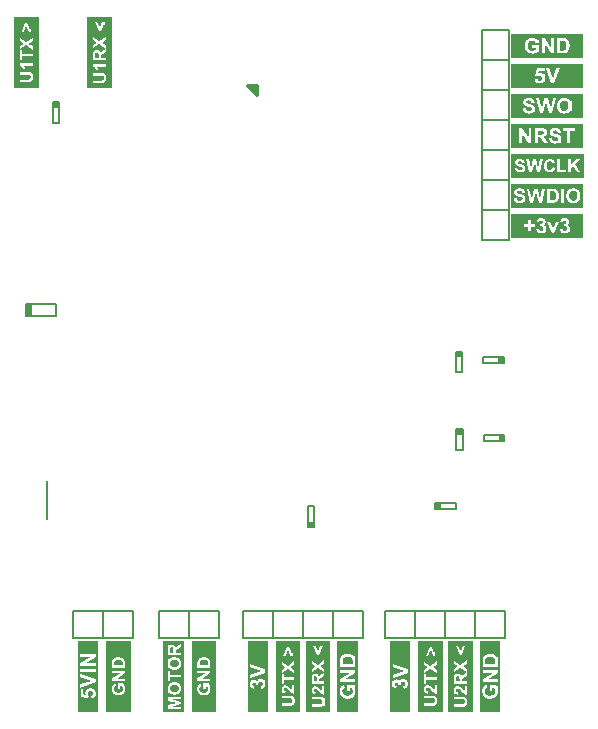
<source format=gto>
G04*
G04 #@! TF.GenerationSoftware,Altium Limited,Altium Designer,20.0.11 (256)*
G04*
G04 Layer_Color=65535*
%FSLAX24Y24*%
%MOIN*%
G70*
G01*
G75*
%ADD10C,0.0118*%
%ADD11C,0.0079*%
%ADD12R,0.0191X0.0246*%
%ADD13R,0.0246X0.0191*%
%ADD14R,0.0191X0.0246*%
%ADD15R,0.0226X0.0413*%
G36*
X10996Y21077D02*
Y20777D01*
X10696Y21077D01*
X10996D01*
D02*
G37*
G36*
X17195Y236D02*
X16384D01*
Y2589D01*
X17195D01*
Y236D01*
D02*
G37*
G36*
X21870Y22027D02*
X19478D01*
Y22839D01*
X21870D01*
Y22027D01*
D02*
G37*
G36*
X9636Y236D02*
X8825D01*
Y2589D01*
X9636D01*
Y236D01*
D02*
G37*
G36*
X21870Y21028D02*
X19478D01*
Y21839D01*
X21870D01*
Y21028D01*
D02*
G37*
G36*
Y20028D02*
X19478D01*
Y20839D01*
X21870D01*
Y20028D01*
D02*
G37*
G36*
X12445Y236D02*
X11634D01*
Y2589D01*
X12445D01*
Y236D01*
D02*
G37*
G36*
X6791Y236D02*
X5980D01*
Y2589D01*
X6791D01*
Y236D01*
D02*
G37*
G36*
X5709Y236D02*
X5036D01*
Y2589D01*
X5709D01*
Y236D01*
D02*
G37*
G36*
X18195Y236D02*
X17384D01*
Y2589D01*
X18195D01*
Y236D01*
D02*
G37*
G36*
X3722Y21029D02*
X2911D01*
Y23381D01*
X3722D01*
Y21029D01*
D02*
G37*
G36*
X19112Y236D02*
X18433D01*
Y2589D01*
X19112D01*
Y236D01*
D02*
G37*
G36*
X16112Y2589D02*
Y236D01*
X15439D01*
Y2589D01*
X16112D01*
D02*
G37*
G36*
X6163Y21029D02*
X5352D01*
Y23381D01*
X6163D01*
Y21029D01*
D02*
G37*
G36*
X21870Y17027D02*
X19471D01*
Y17839D01*
X21870D01*
Y17027D01*
D02*
G37*
G36*
X21890Y18027D02*
X19471D01*
Y18839D01*
X21890D01*
Y18027D01*
D02*
G37*
G36*
X21870Y19027D02*
X19478D01*
Y19839D01*
X21870D01*
Y19027D01*
D02*
G37*
G36*
X14362Y236D02*
X13683D01*
Y2589D01*
X14362D01*
Y236D01*
D02*
G37*
G36*
X8553D02*
X7880D01*
Y2589D01*
X8553D01*
Y236D01*
D02*
G37*
G36*
X21870Y16028D02*
X19471D01*
Y16839D01*
X21870D01*
Y16028D01*
D02*
G37*
G36*
X13445Y2589D02*
Y236D01*
X12634D01*
Y2589D01*
X13445D01*
D02*
G37*
G36*
X11362Y236D02*
X10689D01*
Y2589D01*
X11362D01*
Y236D01*
D02*
G37*
%LPC*%
G36*
X16952Y2399D02*
D01*
Y2105D01*
X16824Y2399D01*
X16754D01*
X16627Y2105D01*
D01*
X16709D01*
X16789Y2310D01*
X16869Y2105D01*
X16740D01*
X16952D01*
Y2399D01*
D02*
G37*
G36*
X17000Y1910D02*
X16777Y1763D01*
X16572Y1897D01*
Y1910D01*
Y1796D01*
X16700Y1711D01*
X16572Y1627D01*
Y1512D01*
Y1526D01*
X16777Y1660D01*
X17000Y1512D01*
Y1910D01*
D02*
G37*
G36*
Y1500D02*
Y1374D01*
X16644D01*
Y1500D01*
X17000D01*
X16572D01*
Y1160D01*
X16644D01*
Y1287D01*
X17000D01*
Y1160D01*
Y1500D01*
D02*
G37*
G36*
Y1117D02*
X16924D01*
D01*
X16830D01*
X16924D01*
Y953D01*
X16916Y959D01*
X16912Y962D01*
X16909Y964D01*
X16906Y967D01*
X16904Y969D01*
X16902Y970D01*
X16902Y970D01*
X16899Y973D01*
X16896Y975D01*
X16889Y982D01*
X16881Y990D01*
X16874Y998D01*
X16866Y1006D01*
X16863Y1010D01*
X16860Y1013D01*
X16858Y1016D01*
X16856Y1018D01*
X16855Y1019D01*
X16854Y1019D01*
X16848Y1026D01*
X16842Y1032D01*
X16836Y1038D01*
X16830Y1044D01*
X16826Y1049D01*
X16822Y1053D01*
X16814Y1061D01*
X16808Y1066D01*
X16803Y1070D01*
X16801Y1073D01*
X16800Y1073D01*
X16789Y1081D01*
X16779Y1088D01*
X16770Y1093D01*
X16762Y1098D01*
X16755Y1102D01*
X16749Y1104D01*
X16747Y1105D01*
X16746Y1106D01*
X16745Y1106D01*
X16745D01*
X16735Y1110D01*
X16725Y1112D01*
X16716Y1114D01*
X16708Y1115D01*
X16700Y1116D01*
X16695Y1117D01*
X16571D01*
X16690D01*
X16680Y1116D01*
X16672Y1115D01*
X16663Y1113D01*
X16655Y1111D01*
X16647Y1108D01*
X16640Y1105D01*
X16634Y1102D01*
X16628Y1098D01*
X16623Y1095D01*
X16618Y1091D01*
X16614Y1088D01*
X16611Y1086D01*
X16608Y1083D01*
X16606Y1081D01*
X16605Y1081D01*
X16605Y1080D01*
X16599Y1073D01*
X16593Y1065D01*
X16589Y1057D01*
X16585Y1049D01*
X16581Y1041D01*
X16579Y1032D01*
X16577Y1025D01*
X16575Y1017D01*
X16574Y1009D01*
X16573Y1002D01*
X16572Y996D01*
X16571Y991D01*
X16571Y986D01*
Y1003D01*
Y986D01*
Y981D01*
X16571Y970D01*
X16572Y960D01*
X16574Y950D01*
X16575Y941D01*
X16578Y932D01*
X16580Y925D01*
X16582Y917D01*
X16585Y911D01*
X16588Y905D01*
X16591Y899D01*
X16593Y895D01*
X16596Y891D01*
X16597Y888D01*
X16599Y886D01*
X16600Y884D01*
X16600Y884D01*
X16606Y877D01*
X16613Y871D01*
X16620Y866D01*
X16628Y861D01*
X16636Y856D01*
X16644Y853D01*
X16652Y849D01*
X16660Y847D01*
X16667Y844D01*
X16675Y843D01*
X16680Y841D01*
X16686Y840D01*
X16691Y839D01*
X16694Y839D01*
X16696Y838D01*
X16697D01*
X16705Y920D01*
X16693Y922D01*
X16682Y924D01*
X16674Y927D01*
X16666Y930D01*
X16661Y932D01*
X16657Y935D01*
X16655Y937D01*
X16654Y937D01*
X16649Y943D01*
X16645Y950D01*
X16642Y957D01*
X16640Y964D01*
X16639Y970D01*
X16638Y974D01*
Y979D01*
X16639Y988D01*
X16641Y996D01*
X16643Y1003D01*
X16646Y1009D01*
X16648Y1014D01*
X16651Y1017D01*
X16653Y1019D01*
X16653Y1020D01*
X16659Y1025D01*
X16666Y1028D01*
X16673Y1031D01*
X16680Y1032D01*
X16686Y1033D01*
X16691Y1034D01*
X16693D01*
X16695D01*
X16695D01*
X16696D01*
X16705Y1034D01*
X16714Y1032D01*
X16723Y1029D01*
X16730Y1026D01*
X16736Y1023D01*
X16741Y1020D01*
X16743Y1019D01*
X16745Y1018D01*
X16745Y1017D01*
X16746D01*
X16750Y1014D01*
X16754Y1011D01*
X16759Y1006D01*
X16765Y1001D01*
X16776Y990D01*
X16788Y979D01*
X16799Y968D01*
X16803Y963D01*
X16808Y958D01*
X16811Y955D01*
X16814Y952D01*
X16816Y950D01*
X16816Y949D01*
X16828Y937D01*
X16839Y926D01*
X16849Y915D01*
X16859Y906D01*
X16868Y897D01*
X16876Y889D01*
X16884Y883D01*
X16891Y877D01*
X16897Y872D01*
X16903Y868D01*
X16908Y864D01*
X16912Y862D01*
X16915Y859D01*
X16917Y858D01*
X16918Y857D01*
X16919Y857D01*
X16933Y849D01*
X16948Y842D01*
X16961Y838D01*
X16974Y834D01*
X16979Y833D01*
X16984Y832D01*
X16989Y831D01*
X16993Y830D01*
X16996Y830D01*
X16998D01*
X17000Y829D01*
X16571D01*
X17000D01*
Y1117D01*
D02*
G37*
G36*
X17008Y767D02*
D01*
Y601D01*
X17008Y619D01*
X17007Y628D01*
X17006Y636D01*
X17005Y642D01*
X17004Y649D01*
X17003Y656D01*
X17002Y661D01*
X17001Y666D01*
X16999Y671D01*
X16998Y674D01*
X16997Y678D01*
X16996Y680D01*
X16996Y682D01*
X16995Y683D01*
Y683D01*
X16990Y694D01*
X16984Y704D01*
X16978Y713D01*
X16973Y720D01*
X16968Y726D01*
X16964Y730D01*
X16962Y733D01*
X16961Y734D01*
X16952Y740D01*
X16943Y745D01*
X16934Y750D01*
X16925Y753D01*
X16918Y756D01*
X16915Y757D01*
X16912Y758D01*
X16910Y758D01*
X16908Y759D01*
X16907Y759D01*
X16907D01*
X16900Y761D01*
X16893Y762D01*
X16884Y763D01*
X16876Y764D01*
X16858Y765D01*
X16840Y766D01*
X16831Y766D01*
X16824D01*
X16816Y767D01*
X17008D01*
X16572D01*
Y680D01*
X16810D01*
X16819D01*
X16827D01*
X16835Y680D01*
X16843D01*
X16849Y679D01*
X16855D01*
X16861Y679D01*
X16866Y678D01*
X16870Y678D01*
X16873D01*
X16876Y677D01*
X16878Y677D01*
X16880D01*
X16882Y676D01*
X16882D01*
X16883D01*
X16891Y674D01*
X16898Y671D01*
X16904Y667D01*
X16909Y663D01*
X16914Y659D01*
X16917Y656D01*
X16919Y654D01*
X16920Y653D01*
X16925Y646D01*
X16928Y637D01*
X16931Y628D01*
X16932Y619D01*
X16933Y611D01*
X16934Y607D01*
Y604D01*
X16934Y602D01*
Y598D01*
X16934Y586D01*
X16932Y575D01*
X16929Y565D01*
X16926Y557D01*
X16924Y550D01*
X16921Y546D01*
X16919Y543D01*
X16919Y542D01*
X16912Y535D01*
X16905Y529D01*
X16898Y525D01*
X16891Y521D01*
X16885Y519D01*
X16881Y517D01*
X16879Y516D01*
X16877D01*
X16877Y516D01*
X16876D01*
X16873Y515D01*
X16869Y515D01*
X16864Y514D01*
X16858D01*
X16847Y513D01*
X16834D01*
X16823Y513D01*
X16818D01*
X16814D01*
X16810D01*
X16807D01*
X16805D01*
X16805D01*
X16572D01*
Y426D01*
X16814D01*
X16826Y427D01*
X16838Y427D01*
X16848Y428D01*
X16858Y428D01*
X16867Y429D01*
X16875Y430D01*
X16882Y431D01*
X16889Y431D01*
X16894Y432D01*
X16899Y433D01*
X16903Y433D01*
X16906Y434D01*
X16908Y434D01*
X16909Y435D01*
X16910D01*
X16919Y437D01*
X16928Y440D01*
X16936Y444D01*
X16943Y448D01*
X16949Y452D01*
X16954Y455D01*
X16957Y457D01*
X16957Y458D01*
X16958D01*
X16966Y466D01*
X16973Y474D01*
X16979Y483D01*
X16984Y490D01*
X16988Y497D01*
X16992Y503D01*
X16993Y505D01*
X16994Y507D01*
X16994Y508D01*
Y508D01*
X16997Y515D01*
X16999Y521D01*
X17002Y536D01*
X17005Y552D01*
X17006Y567D01*
X17007Y574D01*
Y580D01*
X17008Y586D01*
X17008Y591D01*
Y426D01*
D01*
Y767D01*
D02*
G37*
%LPD*%
G36*
X17000Y1616D02*
X16855Y1711D01*
X17000Y1806D01*
Y1616D01*
D02*
G37*
%LPC*%
G36*
X20398Y22694D02*
D01*
Y22451D01*
X20179D01*
Y22366D01*
X20295D01*
Y22302D01*
X20286Y22295D01*
X20277Y22289D01*
X20267Y22284D01*
X20259Y22280D01*
X20251Y22277D01*
X20245Y22274D01*
X20242Y22272D01*
X20241Y22272D01*
X20240Y22271D01*
X20239D01*
X20228Y22267D01*
X20216Y22264D01*
X20205Y22262D01*
X20196Y22261D01*
X20187Y22260D01*
X20181Y22259D01*
X20176D01*
X20164Y22260D01*
X20152Y22261D01*
X20142Y22263D01*
X20132Y22266D01*
X20123Y22270D01*
X20114Y22273D01*
X20106Y22277D01*
X20099Y22282D01*
X20092Y22286D01*
X20087Y22290D01*
X20082Y22293D01*
X20078Y22297D01*
X20075Y22300D01*
X20073Y22302D01*
X20071Y22303D01*
X20071Y22304D01*
X20064Y22313D01*
X20058Y22323D01*
X20053Y22333D01*
X20048Y22344D01*
X20044Y22355D01*
X20041Y22366D01*
X20036Y22388D01*
X20035Y22398D01*
X20034Y22408D01*
X20032Y22416D01*
X20032Y22424D01*
X20031Y22430D01*
Y22435D01*
Y22437D01*
Y22439D01*
X20032Y22454D01*
X20033Y22468D01*
X20035Y22481D01*
X20038Y22493D01*
X20040Y22504D01*
X20043Y22515D01*
X20047Y22524D01*
X20051Y22533D01*
X20054Y22540D01*
X20058Y22546D01*
X20061Y22552D01*
X20064Y22556D01*
X20067Y22560D01*
X20068Y22563D01*
X20070Y22564D01*
X20070Y22565D01*
X20078Y22572D01*
X20086Y22579D01*
X20095Y22584D01*
X20103Y22589D01*
X20112Y22593D01*
X20122Y22597D01*
X20130Y22600D01*
X20138Y22602D01*
X20146Y22604D01*
X20153Y22605D01*
X20160Y22606D01*
X20165Y22607D01*
X20170Y22607D01*
X20176D01*
X20192Y22606D01*
X20207Y22604D01*
X20219Y22600D01*
X20230Y22597D01*
X20238Y22593D01*
X20242Y22591D01*
X20245Y22589D01*
X20247Y22587D01*
X20249Y22587D01*
X20249Y22586D01*
X20250D01*
X20260Y22577D01*
X20268Y22567D01*
X20276Y22558D01*
X20281Y22548D01*
X20285Y22540D01*
X20288Y22533D01*
X20289Y22531D01*
X20290Y22529D01*
X20291Y22528D01*
Y22527D01*
X20391Y22546D01*
X20388Y22559D01*
X20384Y22570D01*
X20380Y22581D01*
X20375Y22592D01*
X20369Y22602D01*
X20363Y22611D01*
X20358Y22619D01*
X20352Y22626D01*
X20346Y22633D01*
X20341Y22639D01*
X20336Y22643D01*
X20332Y22647D01*
X20328Y22650D01*
X20326Y22653D01*
X20324Y22654D01*
X20323Y22654D01*
X20313Y22661D01*
X20302Y22667D01*
X20290Y22673D01*
X20278Y22677D01*
X20266Y22681D01*
X20253Y22684D01*
X20242Y22687D01*
X20230Y22689D01*
X20219Y22690D01*
X20209Y22692D01*
X20200Y22693D01*
X20192Y22693D01*
X20185Y22694D01*
X20398D01*
X19926D01*
X20163D01*
X20151Y22693D01*
X20138Y22692D01*
X20127Y22690D01*
X20116Y22688D01*
X20106Y22686D01*
X20097Y22683D01*
X20089Y22681D01*
X20081Y22679D01*
X20075Y22676D01*
X20069Y22674D01*
X20064Y22672D01*
X20061Y22671D01*
X20058Y22669D01*
X20056Y22669D01*
X20056Y22668D01*
X20044Y22662D01*
X20034Y22655D01*
X20023Y22647D01*
X20014Y22640D01*
X20005Y22632D01*
X19997Y22624D01*
X19990Y22616D01*
X19983Y22609D01*
X19978Y22602D01*
X19973Y22595D01*
X19969Y22590D01*
X19965Y22584D01*
X19962Y22580D01*
X19961Y22577D01*
X19959Y22575D01*
X19959Y22574D01*
X19953Y22563D01*
X19948Y22551D01*
X19944Y22539D01*
X19940Y22527D01*
X19934Y22503D01*
X19932Y22492D01*
X19930Y22482D01*
X19929Y22472D01*
X19928Y22463D01*
X19927Y22455D01*
X19927Y22448D01*
X19926Y22442D01*
Y22435D01*
X19927Y22421D01*
X19927Y22408D01*
X19931Y22383D01*
X19933Y22371D01*
X19936Y22360D01*
X19938Y22349D01*
X19941Y22340D01*
X19944Y22331D01*
X19946Y22323D01*
X19948Y22316D01*
X19951Y22311D01*
X19952Y22306D01*
X19954Y22303D01*
X19955Y22300D01*
X19955Y22300D01*
X19961Y22289D01*
X19968Y22278D01*
X19975Y22268D01*
X19982Y22259D01*
X19989Y22250D01*
X19997Y22243D01*
X20004Y22236D01*
X20011Y22229D01*
X20018Y22223D01*
X20024Y22219D01*
X20029Y22214D01*
X20034Y22211D01*
X20038Y22208D01*
X20042Y22207D01*
X20043Y22205D01*
X20044Y22205D01*
X20055Y22199D01*
X20067Y22194D01*
X20078Y22190D01*
X20091Y22186D01*
X20113Y22180D01*
X20124Y22178D01*
X20135Y22176D01*
X20145Y22175D01*
X20154Y22174D01*
X20162Y22173D01*
X20169Y22173D01*
X20175Y22172D01*
X19926D01*
X20182D01*
X20205Y22173D01*
X20228Y22176D01*
X20248Y22180D01*
X20257Y22182D01*
X20267Y22184D01*
X20275Y22186D01*
X20282Y22188D01*
X20289Y22190D01*
X20294Y22192D01*
X20299Y22193D01*
X20302Y22194D01*
X20304Y22195D01*
X20305D01*
X20316Y22200D01*
X20326Y22205D01*
X20336Y22209D01*
X20345Y22214D01*
X20354Y22218D01*
X20361Y22223D01*
X20368Y22227D01*
X20374Y22232D01*
X20380Y22235D01*
X20384Y22239D01*
X20389Y22242D01*
X20392Y22244D01*
X20394Y22247D01*
X20396Y22249D01*
X20397Y22249D01*
X20398Y22250D01*
Y22186D01*
Y22694D01*
D02*
G37*
G36*
X21422Y22686D02*
X21000D01*
Y22182D01*
X21191D01*
X21211Y22182D01*
X21220Y22183D01*
X21229Y22183D01*
X21237Y22184D01*
X21244Y22185D01*
X21251Y22186D01*
X21257Y22187D01*
X21262Y22188D01*
X21268Y22188D01*
X21272Y22190D01*
X21275Y22190D01*
X21278Y22191D01*
X21279Y22191D01*
X21281Y22192D01*
X21281D01*
X21297Y22198D01*
X21311Y22204D01*
X21324Y22211D01*
X21334Y22218D01*
X21342Y22223D01*
X21348Y22228D01*
X21350Y22230D01*
X21352Y22231D01*
X21352Y22232D01*
X21353D01*
X21365Y22246D01*
X21376Y22260D01*
X21385Y22275D01*
X21393Y22289D01*
X21396Y22296D01*
X21399Y22302D01*
X21401Y22307D01*
X21403Y22312D01*
X21405Y22316D01*
X21406Y22319D01*
X21406Y22321D01*
Y22321D01*
X21412Y22339D01*
X21416Y22357D01*
X21418Y22375D01*
X21420Y22392D01*
X21421Y22400D01*
X21422Y22407D01*
Y22413D01*
X21422Y22418D01*
Y22442D01*
X21422Y22454D01*
X21420Y22466D01*
X21420Y22477D01*
X21418Y22488D01*
X21417Y22497D01*
X21415Y22506D01*
X21414Y22514D01*
X21412Y22522D01*
X21411Y22528D01*
X21409Y22534D01*
X21408Y22539D01*
X21407Y22543D01*
X21406Y22545D01*
X21405Y22547D01*
Y22548D01*
X21398Y22565D01*
X21391Y22581D01*
X21383Y22595D01*
X21376Y22607D01*
X21371Y22612D01*
X21369Y22616D01*
X21365Y22620D01*
X21363Y22623D01*
X21360Y22626D01*
X21359Y22627D01*
X21358Y22629D01*
X21357Y22629D01*
X21345Y22641D01*
X21332Y22651D01*
X21320Y22659D01*
X21308Y22665D01*
X21297Y22670D01*
X21293Y22672D01*
X21289Y22674D01*
X21286Y22675D01*
X21283Y22675D01*
X21282Y22676D01*
X21282D01*
X21275Y22678D01*
X21268Y22679D01*
X21253Y22682D01*
X21237Y22683D01*
X21221Y22685D01*
X21214Y22685D01*
X21207D01*
X21201Y22686D01*
X21422D01*
D01*
D02*
G37*
G36*
X20892D02*
X20493D01*
Y22182D01*
X20587D01*
Y22511D01*
X20790Y22182D01*
X20892D01*
Y22686D01*
D02*
G37*
%LPD*%
G36*
X21179Y22600D02*
X21187D01*
X21194Y22600D01*
X21201Y22599D01*
X21207Y22598D01*
X21212D01*
X21217Y22598D01*
X21221Y22597D01*
X21224Y22597D01*
X21227Y22596D01*
X21229D01*
X21230Y22595D01*
X21231D01*
X21241Y22593D01*
X21250Y22589D01*
X21258Y22586D01*
X21265Y22581D01*
X21271Y22577D01*
X21274Y22574D01*
X21277Y22572D01*
X21278Y22572D01*
X21284Y22565D01*
X21290Y22556D01*
X21295Y22548D01*
X21299Y22541D01*
X21303Y22534D01*
X21305Y22528D01*
X21306Y22525D01*
X21306Y22524D01*
X21307Y22523D01*
Y22523D01*
X21309Y22517D01*
X21310Y22510D01*
X21313Y22496D01*
X21315Y22481D01*
X21316Y22467D01*
X21317Y22460D01*
Y22453D01*
Y22448D01*
X21317Y22443D01*
Y22439D01*
Y22436D01*
Y22434D01*
Y22433D01*
Y22423D01*
X21317Y22412D01*
X21316Y22403D01*
X21316Y22394D01*
X21315Y22386D01*
X21314Y22378D01*
X21313Y22371D01*
X21312Y22365D01*
X21311Y22359D01*
X21310Y22355D01*
X21309Y22351D01*
X21309Y22347D01*
X21308Y22344D01*
X21307Y22342D01*
X21307Y22341D01*
Y22341D01*
X21303Y22329D01*
X21298Y22319D01*
X21294Y22310D01*
X21289Y22303D01*
X21286Y22298D01*
X21283Y22295D01*
X21281Y22292D01*
X21280Y22292D01*
X21274Y22286D01*
X21267Y22282D01*
X21260Y22279D01*
X21254Y22276D01*
X21248Y22274D01*
X21243Y22272D01*
X21240Y22272D01*
X21239Y22271D01*
X21231Y22270D01*
X21222Y22268D01*
X21212Y22268D01*
X21202Y22267D01*
X21193Y22267D01*
X21102D01*
Y22601D01*
X21169D01*
X21179Y22600D01*
D02*
G37*
G36*
X20798Y22349D02*
X20591Y22686D01*
X20798D01*
Y22349D01*
D02*
G37*
%LPC*%
G36*
X9444Y2047D02*
X9016D01*
D01*
X9223D01*
X9212Y2047D01*
X9202Y2046D01*
X9193Y2045D01*
X9184Y2044D01*
X9176Y2043D01*
X9168Y2042D01*
X9161Y2041D01*
X9155Y2039D01*
X9149Y2038D01*
X9144Y2037D01*
X9140Y2036D01*
X9137Y2035D01*
X9135Y2034D01*
X9134Y2033D01*
X9133D01*
X9118Y2027D01*
X9105Y2021D01*
X9093Y2014D01*
X9083Y2008D01*
X9079Y2004D01*
X9075Y2002D01*
X9072Y1999D01*
X9069Y1997D01*
X9067Y1995D01*
X9065Y1994D01*
X9064Y1993D01*
X9064Y1993D01*
X9054Y1982D01*
X9045Y1971D01*
X9039Y1960D01*
X9033Y1950D01*
X9029Y1942D01*
X9028Y1938D01*
X9026Y1935D01*
X9025Y1932D01*
X9025Y1930D01*
X9024Y1929D01*
Y1928D01*
X9023Y1923D01*
X9021Y1917D01*
X9019Y1903D01*
X9018Y1890D01*
X9017Y1877D01*
X9016Y1871D01*
Y1865D01*
X9016Y1860D01*
Y1689D01*
X9444D01*
Y1851D01*
X9443Y1868D01*
X9443Y1876D01*
X9442Y1884D01*
X9442Y1890D01*
X9441Y1897D01*
X9440Y1902D01*
X9439Y1907D01*
X9438Y1912D01*
X9438Y1916D01*
X9437Y1920D01*
X9436Y1922D01*
X9436Y1925D01*
X9435Y1926D01*
X9435Y1927D01*
Y1928D01*
X9430Y1941D01*
X9425Y1953D01*
X9419Y1964D01*
X9413Y1972D01*
X9408Y1979D01*
X9404Y1985D01*
X9403Y1986D01*
X9402Y1988D01*
X9401Y1988D01*
Y1989D01*
X9389Y1999D01*
X9377Y2008D01*
X9364Y2016D01*
X9352Y2023D01*
X9346Y2025D01*
X9341Y2028D01*
X9337Y2030D01*
X9333Y2031D01*
X9330Y2033D01*
X9327Y2034D01*
X9326Y2034D01*
X9325D01*
X9310Y2039D01*
X9295Y2042D01*
X9280Y2044D01*
X9265Y2046D01*
X9259Y2046D01*
X9253Y2047D01*
X9247D01*
X9243Y2047D01*
X9444D01*
D01*
D02*
G37*
G36*
Y1598D02*
X9016D01*
Y1258D01*
X9444D01*
Y1339D01*
X9164D01*
X9444Y1511D01*
Y1598D01*
D02*
G37*
G36*
X9452Y1178D02*
X9009D01*
D01*
X9215D01*
Y992D01*
X9287D01*
Y1091D01*
X9342D01*
X9347Y1083D01*
X9352Y1075D01*
X9357Y1067D01*
X9360Y1059D01*
X9363Y1053D01*
X9366Y1048D01*
X9367Y1046D01*
X9367Y1045D01*
X9368Y1044D01*
Y1043D01*
X9371Y1033D01*
X9374Y1023D01*
X9376Y1014D01*
X9377Y1006D01*
X9378Y999D01*
X9378Y994D01*
Y989D01*
X9378Y979D01*
X9377Y969D01*
X9375Y960D01*
X9372Y952D01*
X9369Y944D01*
X9366Y937D01*
X9363Y930D01*
X9359Y924D01*
X9355Y918D01*
X9352Y914D01*
X9349Y909D01*
X9346Y907D01*
X9343Y904D01*
X9341Y902D01*
X9340Y901D01*
X9340Y900D01*
X9333Y894D01*
X9324Y889D01*
X9315Y885D01*
X9306Y881D01*
X9296Y877D01*
X9287Y875D01*
X9269Y871D01*
X9260Y869D01*
X9252Y868D01*
X9244Y867D01*
X9238Y867D01*
X9233Y866D01*
X9229D01*
X9227D01*
X9226D01*
X9213Y867D01*
X9201Y868D01*
X9189Y869D01*
X9179Y872D01*
X9170Y874D01*
X9161Y877D01*
X9153Y880D01*
X9145Y883D01*
X9139Y886D01*
X9134Y889D01*
X9129Y892D01*
X9126Y895D01*
X9123Y897D01*
X9120Y898D01*
X9119Y899D01*
X9119Y900D01*
X9112Y906D01*
X9107Y913D01*
X9102Y920D01*
X9098Y928D01*
X9094Y935D01*
X9091Y943D01*
X9089Y950D01*
X9087Y957D01*
X9086Y964D01*
X9085Y970D01*
X9084Y976D01*
X9083Y980D01*
X9083Y984D01*
Y990D01*
X9084Y1003D01*
X9086Y1015D01*
X9089Y1026D01*
X9091Y1035D01*
X9095Y1042D01*
X9096Y1045D01*
X9098Y1048D01*
X9099Y1050D01*
X9100Y1051D01*
X9101Y1052D01*
Y1052D01*
X9108Y1061D01*
X9116Y1068D01*
X9125Y1074D01*
X9133Y1079D01*
X9139Y1082D01*
X9145Y1085D01*
X9147Y1086D01*
X9149Y1086D01*
X9150Y1087D01*
X9150D01*
X9135Y1172D01*
X9124Y1169D01*
X9114Y1166D01*
X9104Y1162D01*
X9095Y1158D01*
X9087Y1153D01*
X9080Y1149D01*
X9073Y1144D01*
X9066Y1139D01*
X9061Y1134D01*
X9056Y1129D01*
X9052Y1125D01*
X9048Y1122D01*
X9046Y1119D01*
X9044Y1116D01*
X9043Y1115D01*
X9042Y1114D01*
X9037Y1106D01*
X9032Y1096D01*
X9027Y1086D01*
X9023Y1076D01*
X9020Y1065D01*
X9017Y1055D01*
X9015Y1045D01*
X9013Y1035D01*
X9012Y1026D01*
X9011Y1017D01*
X9010Y1009D01*
X9009Y1003D01*
X9009Y997D01*
Y978D01*
X9010Y968D01*
X9011Y957D01*
X9012Y948D01*
X9014Y939D01*
X9016Y930D01*
X9018Y922D01*
X9020Y915D01*
X9022Y909D01*
X9024Y904D01*
X9026Y899D01*
X9027Y895D01*
X9029Y892D01*
X9030Y889D01*
X9030Y888D01*
X9031Y887D01*
X9036Y877D01*
X9042Y868D01*
X9048Y859D01*
X9055Y852D01*
X9061Y844D01*
X9068Y838D01*
X9075Y831D01*
X9081Y826D01*
X9087Y821D01*
X9092Y817D01*
X9097Y813D01*
X9102Y810D01*
X9105Y808D01*
X9108Y807D01*
X9110Y806D01*
X9110Y805D01*
X9120Y800D01*
X9130Y796D01*
X9140Y792D01*
X9151Y789D01*
X9171Y784D01*
X9180Y782D01*
X9189Y781D01*
X9197Y780D01*
X9205Y779D01*
X9212Y778D01*
X9218Y778D01*
X9223Y777D01*
X9229D01*
X9240Y778D01*
X9252Y778D01*
X9273Y781D01*
X9283Y783D01*
X9292Y785D01*
X9301Y787D01*
X9309Y790D01*
X9317Y792D01*
X9324Y794D01*
X9330Y796D01*
X9334Y798D01*
X9338Y800D01*
X9341Y801D01*
X9343Y802D01*
X9343Y802D01*
X9353Y807D01*
X9362Y812D01*
X9370Y818D01*
X9378Y824D01*
X9385Y831D01*
X9392Y837D01*
X9398Y843D01*
X9403Y849D01*
X9408Y855D01*
X9412Y860D01*
X9416Y865D01*
X9419Y869D01*
X9421Y872D01*
X9423Y875D01*
X9424Y877D01*
X9424Y877D01*
X9429Y887D01*
X9433Y897D01*
X9437Y907D01*
X9440Y917D01*
X9445Y936D01*
X9447Y946D01*
X9448Y955D01*
X9449Y963D01*
X9450Y971D01*
X9451Y977D01*
X9451Y983D01*
X9452Y988D01*
Y995D01*
X9451Y1014D01*
X9449Y1033D01*
X9445Y1051D01*
X9444Y1058D01*
X9442Y1066D01*
X9440Y1073D01*
X9438Y1080D01*
X9436Y1085D01*
X9435Y1090D01*
X9434Y1094D01*
X9433Y1096D01*
X9432Y1098D01*
Y1099D01*
X9428Y1108D01*
X9424Y1117D01*
X9421Y1125D01*
X9417Y1133D01*
X9413Y1140D01*
X9409Y1147D01*
X9405Y1153D01*
X9401Y1157D01*
X9398Y1162D01*
X9395Y1166D01*
X9392Y1170D01*
X9390Y1173D01*
X9388Y1175D01*
X9387Y1176D01*
X9386Y1177D01*
X9386Y1178D01*
X9452D01*
D01*
D02*
G37*
%LPD*%
G36*
X9248Y1958D02*
X9256Y1957D01*
X9263Y1957D01*
X9271Y1956D01*
X9277Y1955D01*
X9283Y1955D01*
X9288Y1954D01*
X9293Y1953D01*
X9297Y1952D01*
X9300Y1951D01*
X9303Y1951D01*
X9306Y1950D01*
X9307Y1950D01*
X9308Y1949D01*
X9309D01*
X9319Y1946D01*
X9328Y1942D01*
X9335Y1939D01*
X9340Y1935D01*
X9345Y1932D01*
X9348Y1929D01*
X9350Y1927D01*
X9350Y1927D01*
X9355Y1921D01*
X9358Y1915D01*
X9361Y1910D01*
X9364Y1904D01*
X9365Y1899D01*
X9367Y1896D01*
X9367Y1893D01*
X9368Y1892D01*
X9369Y1885D01*
X9370Y1877D01*
X9371Y1869D01*
X9371Y1860D01*
X9372Y1852D01*
Y1776D01*
X9088D01*
Y1833D01*
X9089Y1841D01*
Y1848D01*
X9089Y1854D01*
X9089Y1860D01*
X9090Y1865D01*
Y1869D01*
X9090Y1873D01*
X9091Y1877D01*
X9091Y1879D01*
X9092Y1882D01*
Y1883D01*
X9092Y1884D01*
Y1885D01*
X9095Y1894D01*
X9098Y1901D01*
X9101Y1908D01*
X9104Y1914D01*
X9108Y1919D01*
X9110Y1922D01*
X9112Y1924D01*
X9113Y1925D01*
X9119Y1930D01*
X9126Y1935D01*
X9133Y1940D01*
X9139Y1943D01*
X9145Y1946D01*
X9150Y1948D01*
X9152Y1948D01*
X9153Y1949D01*
X9154Y1949D01*
X9154D01*
X9159Y1951D01*
X9165Y1952D01*
X9177Y1954D01*
X9190Y1956D01*
X9202Y1957D01*
X9208Y1958D01*
X9213D01*
X9218D01*
X9222Y1958D01*
X9225D01*
X9228D01*
X9230D01*
X9230D01*
X9239D01*
X9248Y1958D01*
D02*
G37*
G36*
X9016Y1342D02*
Y1517D01*
X9302D01*
X9016Y1342D01*
D02*
G37*
%LPC*%
G36*
X20598Y21683D02*
D01*
Y21355D01*
X20598Y21368D01*
X20597Y21381D01*
X20594Y21394D01*
X20591Y21405D01*
X20588Y21416D01*
X20584Y21426D01*
X20580Y21435D01*
X20576Y21444D01*
X20572Y21451D01*
X20568Y21458D01*
X20564Y21463D01*
X20561Y21468D01*
X20558Y21472D01*
X20555Y21474D01*
X20554Y21476D01*
X20554Y21477D01*
X20545Y21485D01*
X20536Y21492D01*
X20527Y21499D01*
X20517Y21504D01*
X20509Y21509D01*
X20499Y21512D01*
X20491Y21516D01*
X20482Y21518D01*
X20474Y21520D01*
X20467Y21521D01*
X20461Y21523D01*
X20455Y21523D01*
X20451D01*
X20447Y21524D01*
X20445D01*
X20432Y21523D01*
X20420Y21521D01*
X20409Y21518D01*
X20399Y21516D01*
X20390Y21513D01*
X20384Y21510D01*
X20382Y21509D01*
X20380Y21508D01*
X20379Y21507D01*
X20379D01*
X20394Y21593D01*
X20576D01*
Y21683D01*
X20260D01*
X20321D01*
X20271Y21421D01*
X20349Y21410D01*
X20356Y21416D01*
X20362Y21422D01*
X20369Y21427D01*
X20375Y21431D01*
X20382Y21435D01*
X20387Y21438D01*
X20399Y21442D01*
X20409Y21445D01*
X20414Y21446D01*
X20417Y21446D01*
X20420Y21447D01*
X20424D01*
X20436Y21446D01*
X20447Y21443D01*
X20456Y21439D01*
X20464Y21435D01*
X20470Y21430D01*
X20475Y21426D01*
X20477Y21424D01*
X20478Y21423D01*
X20485Y21413D01*
X20491Y21402D01*
X20494Y21390D01*
X20497Y21379D01*
X20498Y21369D01*
X20499Y21365D01*
Y21360D01*
X20499Y21358D01*
Y21355D01*
Y21353D01*
Y21353D01*
Y21344D01*
X20498Y21335D01*
X20498Y21327D01*
X20496Y21320D01*
X20495Y21313D01*
X20493Y21307D01*
X20491Y21302D01*
X20489Y21297D01*
X20487Y21292D01*
X20485Y21289D01*
X20483Y21285D01*
X20482Y21283D01*
X20479Y21279D01*
X20478Y21278D01*
X20470Y21270D01*
X20461Y21264D01*
X20453Y21260D01*
X20445Y21257D01*
X20438Y21255D01*
X20432Y21254D01*
X20430Y21254D01*
X20427D01*
X20417Y21254D01*
X20408Y21257D01*
X20400Y21260D01*
X20393Y21263D01*
X20388Y21267D01*
X20383Y21270D01*
X20381Y21272D01*
X20380Y21272D01*
X20373Y21280D01*
X20368Y21289D01*
X20363Y21298D01*
X20361Y21306D01*
X20358Y21313D01*
X20357Y21320D01*
X20356Y21322D01*
X20356Y21324D01*
Y21324D01*
Y21325D01*
X20260Y21314D01*
D01*
X20261Y21303D01*
X20264Y21292D01*
X20267Y21282D01*
X20271Y21272D01*
X20275Y21263D01*
X20280Y21254D01*
X20284Y21247D01*
X20289Y21240D01*
X20293Y21234D01*
X20298Y21229D01*
X20301Y21224D01*
X20305Y21221D01*
X20308Y21218D01*
X20310Y21215D01*
X20311Y21214D01*
X20312Y21214D01*
X20320Y21207D01*
X20329Y21201D01*
X20338Y21196D01*
X20348Y21192D01*
X20358Y21188D01*
X20367Y21186D01*
X20386Y21181D01*
X20394Y21179D01*
X20401Y21178D01*
X20408Y21177D01*
X20414Y21177D01*
X20419Y21176D01*
X20426D01*
X20442Y21177D01*
X20457Y21179D01*
X20471Y21183D01*
X20484Y21187D01*
X20496Y21191D01*
X20507Y21197D01*
X20517Y21203D01*
X20527Y21209D01*
X20535Y21216D01*
X20542Y21222D01*
X20548Y21228D01*
X20553Y21232D01*
X20557Y21237D01*
X20560Y21240D01*
X20562Y21242D01*
X20562Y21243D01*
X20569Y21252D01*
X20574Y21262D01*
X20579Y21271D01*
X20583Y21281D01*
X20587Y21291D01*
X20590Y21300D01*
X20594Y21317D01*
X20596Y21325D01*
X20597Y21332D01*
X20597Y21339D01*
X20598Y21344D01*
X20598Y21349D01*
Y21197D01*
Y21683D01*
D02*
G37*
G36*
X21089Y21690D02*
X20980D01*
X20857Y21317D01*
X20730Y21690D01*
X20791D01*
X20620D01*
X20799Y21186D01*
X20620D01*
X21089D01*
D01*
X20910D01*
X21089Y21690D01*
D02*
G37*
G36*
X21489Y20694D02*
D01*
Y20432D01*
X21489Y20455D01*
X21486Y20476D01*
X21483Y20496D01*
X21479Y20514D01*
X21474Y20531D01*
X21468Y20547D01*
X21462Y20562D01*
X21456Y20574D01*
X21450Y20586D01*
X21443Y20596D01*
X21438Y20605D01*
X21433Y20612D01*
X21429Y20618D01*
X21425Y20622D01*
X21423Y20624D01*
X21422Y20625D01*
X21409Y20637D01*
X21395Y20647D01*
X21381Y20657D01*
X21366Y20665D01*
X21351Y20671D01*
X21337Y20677D01*
X21322Y20682D01*
X21308Y20685D01*
X21295Y20688D01*
X21283Y20690D01*
X21272Y20692D01*
X21262Y20693D01*
X21254Y20693D01*
X21248Y20694D01*
X21489D01*
X21000D01*
D01*
X21244D01*
X21222Y20693D01*
X21201Y20691D01*
X21191Y20689D01*
X21182Y20688D01*
X21174Y20686D01*
X21166Y20684D01*
X21159Y20682D01*
X21153Y20680D01*
X21148Y20678D01*
X21143Y20677D01*
X21139Y20675D01*
X21137Y20675D01*
X21135Y20674D01*
X21135D01*
X21122Y20668D01*
X21110Y20660D01*
X21099Y20653D01*
X21089Y20646D01*
X21081Y20639D01*
X21075Y20633D01*
X21073Y20631D01*
X21071Y20629D01*
X21071Y20629D01*
X21070Y20628D01*
X21060Y20616D01*
X21050Y20605D01*
X21042Y20593D01*
X21035Y20583D01*
X21030Y20573D01*
X21028Y20569D01*
X21026Y20566D01*
X21025Y20563D01*
X21023Y20561D01*
X21023Y20560D01*
Y20559D01*
X21015Y20539D01*
X21009Y20517D01*
X21006Y20495D01*
X21004Y20485D01*
X21003Y20475D01*
X21002Y20465D01*
X21001Y20457D01*
X21001Y20449D01*
Y20443D01*
X21000Y20437D01*
Y20430D01*
X21001Y20408D01*
X21003Y20387D01*
X21006Y20367D01*
X21011Y20349D01*
X21015Y20333D01*
X21021Y20317D01*
X21027Y20303D01*
X21033Y20290D01*
X21039Y20278D01*
X21045Y20268D01*
X21051Y20260D01*
X21055Y20253D01*
X21060Y20247D01*
X21063Y20244D01*
X21065Y20241D01*
X21066Y20240D01*
X21079Y20228D01*
X21093Y20218D01*
X21107Y20209D01*
X21122Y20201D01*
X21137Y20194D01*
X21152Y20189D01*
X21166Y20184D01*
X21180Y20181D01*
X21194Y20178D01*
X21206Y20176D01*
X21217Y20175D01*
X21226Y20173D01*
X21234Y20173D01*
X21240Y20172D01*
X21245D01*
X21265Y20173D01*
X21285Y20175D01*
X21303Y20179D01*
X21320Y20183D01*
X21335Y20188D01*
X21350Y20194D01*
X21363Y20200D01*
X21376Y20207D01*
X21387Y20213D01*
X21396Y20219D01*
X21404Y20225D01*
X21411Y20230D01*
X21416Y20235D01*
X21420Y20238D01*
X21422Y20240D01*
X21423Y20241D01*
X21434Y20254D01*
X21445Y20269D01*
X21454Y20284D01*
X21461Y20300D01*
X21468Y20316D01*
X21473Y20332D01*
X21478Y20347D01*
X21481Y20362D01*
X21483Y20377D01*
X21486Y20390D01*
X21488Y20402D01*
X21488Y20412D01*
X21489Y20421D01*
X21489Y20424D01*
Y20178D01*
Y20694D01*
D02*
G37*
G36*
X20968Y20686D02*
X20865D01*
X20788Y20333D01*
X20700Y20686D01*
X20789D01*
X20579D01*
X20487Y20339D01*
X20411Y20686D01*
X20307D01*
D01*
X20426Y20182D01*
X20307D01*
X20538D01*
X20637Y20558D01*
X20738Y20182D01*
X20846D01*
X20968Y20686D01*
D02*
G37*
G36*
X20270Y20694D02*
X19859D01*
D01*
X20062D01*
X20041Y20693D01*
X20022Y20691D01*
X20013Y20690D01*
X20005Y20688D01*
X19997Y20686D01*
X19990Y20685D01*
X19984Y20683D01*
X19979Y20682D01*
X19974Y20680D01*
X19970Y20679D01*
X19966Y20678D01*
X19964Y20676D01*
X19963Y20676D01*
X19962D01*
X19948Y20669D01*
X19936Y20661D01*
X19924Y20652D01*
X19916Y20644D01*
X19909Y20636D01*
X19903Y20630D01*
X19902Y20628D01*
X19901Y20626D01*
X19899Y20625D01*
Y20625D01*
X19892Y20612D01*
X19887Y20600D01*
X19883Y20587D01*
X19881Y20576D01*
X19879Y20567D01*
X19878Y20563D01*
Y20559D01*
X19878Y20556D01*
Y20555D01*
Y20553D01*
Y20553D01*
X19878Y20542D01*
X19880Y20531D01*
X19882Y20521D01*
X19885Y20511D01*
X19888Y20503D01*
X19892Y20495D01*
X19896Y20486D01*
X19901Y20479D01*
X19905Y20474D01*
X19909Y20468D01*
X19913Y20463D01*
X19917Y20459D01*
X19920Y20456D01*
X19922Y20453D01*
X19923Y20452D01*
X19924Y20451D01*
X19931Y20446D01*
X19938Y20441D01*
X19947Y20436D01*
X19956Y20431D01*
X19975Y20422D01*
X19994Y20415D01*
X20003Y20412D01*
X20011Y20409D01*
X20020Y20407D01*
X20026Y20405D01*
X20032Y20404D01*
X20036Y20402D01*
X20038Y20401D01*
X20039D01*
X20051Y20398D01*
X20061Y20396D01*
X20070Y20394D01*
X20079Y20391D01*
X20087Y20389D01*
X20093Y20387D01*
X20099Y20386D01*
X20104Y20384D01*
X20108Y20383D01*
X20112Y20383D01*
X20115Y20381D01*
X20117Y20381D01*
X20119Y20380D01*
X20120D01*
X20121Y20380D01*
X20130Y20376D01*
X20137Y20372D01*
X20144Y20369D01*
X20149Y20365D01*
X20152Y20362D01*
X20155Y20360D01*
X20157Y20358D01*
X20157Y20358D01*
X20161Y20353D01*
X20164Y20348D01*
X20165Y20342D01*
X20167Y20338D01*
X20168Y20334D01*
X20168Y20330D01*
Y20328D01*
Y20327D01*
Y20322D01*
X20167Y20317D01*
X20164Y20308D01*
X20160Y20299D01*
X20156Y20292D01*
X20151Y20286D01*
X20147Y20282D01*
X20144Y20279D01*
X20144Y20278D01*
X20143D01*
X20133Y20271D01*
X20121Y20267D01*
X20109Y20263D01*
X20096Y20260D01*
X20085Y20259D01*
X20081Y20258D01*
X20077D01*
X20073Y20258D01*
X20068D01*
X20052Y20259D01*
X20037Y20261D01*
X20025Y20265D01*
X20014Y20270D01*
X20006Y20274D01*
X20002Y20276D01*
X20000Y20278D01*
X19997Y20279D01*
X19996Y20280D01*
X19995Y20281D01*
X19994D01*
X19990Y20286D01*
X19985Y20291D01*
X19978Y20303D01*
X19971Y20314D01*
X19966Y20327D01*
X19962Y20338D01*
X19961Y20342D01*
X19960Y20347D01*
X19959Y20350D01*
X19959Y20352D01*
X19958Y20354D01*
Y20355D01*
X19859Y20345D01*
X19862Y20330D01*
X19864Y20315D01*
X19869Y20302D01*
X19873Y20289D01*
X19878Y20278D01*
X19883Y20267D01*
X19888Y20257D01*
X19894Y20249D01*
X19899Y20241D01*
X19903Y20235D01*
X19908Y20229D01*
X19912Y20224D01*
X19916Y20221D01*
X19918Y20218D01*
X19920Y20216D01*
X19920Y20216D01*
X19930Y20208D01*
X19941Y20201D01*
X19953Y20196D01*
X19965Y20191D01*
X19977Y20186D01*
X19989Y20183D01*
X20001Y20180D01*
X20013Y20177D01*
X20024Y20176D01*
X20035Y20175D01*
X20043Y20173D01*
X20052Y20173D01*
X20058D01*
X20063Y20172D01*
X20067D01*
X20091Y20173D01*
X20102Y20174D01*
X20112Y20175D01*
X20122Y20176D01*
X20131Y20178D01*
X20140Y20180D01*
X20147Y20182D01*
X20154Y20183D01*
X20160Y20184D01*
X20165Y20186D01*
X20169Y20187D01*
X20173Y20189D01*
X20176Y20190D01*
X20177Y20190D01*
X20178D01*
X20193Y20198D01*
X20207Y20207D01*
X20218Y20216D01*
X20228Y20225D01*
X20236Y20233D01*
X20241Y20240D01*
X20243Y20243D01*
X20245Y20244D01*
X20246Y20246D01*
Y20246D01*
X20254Y20261D01*
X20260Y20275D01*
X20264Y20289D01*
X20267Y20301D01*
X20268Y20307D01*
X20269Y20312D01*
X20270Y20317D01*
Y20320D01*
X20270Y20324D01*
Y20178D01*
Y20694D01*
D02*
G37*
G36*
X20968Y20686D02*
D01*
Y20182D01*
D01*
D01*
Y20686D01*
D02*
G37*
%LPD*%
G36*
X21257Y20607D02*
X21267Y20605D01*
X21278Y20603D01*
X21288Y20600D01*
X21296Y20597D01*
X21304Y20594D01*
X21312Y20590D01*
X21319Y20586D01*
X21325Y20581D01*
X21331Y20577D01*
X21335Y20574D01*
X21339Y20571D01*
X21342Y20568D01*
X21344Y20566D01*
X21345Y20565D01*
X21346Y20564D01*
X21353Y20556D01*
X21359Y20546D01*
X21364Y20536D01*
X21368Y20526D01*
X21372Y20515D01*
X21375Y20504D01*
X21380Y20484D01*
X21381Y20474D01*
X21383Y20464D01*
X21383Y20456D01*
X21384Y20449D01*
X21384Y20443D01*
Y20439D01*
Y20436D01*
Y20435D01*
X21384Y20419D01*
X21383Y20404D01*
X21381Y20390D01*
X21378Y20377D01*
X21375Y20365D01*
X21372Y20354D01*
X21368Y20344D01*
X21364Y20335D01*
X21361Y20328D01*
X21357Y20321D01*
X21354Y20316D01*
X21351Y20311D01*
X21348Y20307D01*
X21346Y20305D01*
X21345Y20303D01*
X21345Y20303D01*
X21337Y20295D01*
X21329Y20288D01*
X21321Y20282D01*
X21313Y20278D01*
X21304Y20273D01*
X21296Y20270D01*
X21288Y20267D01*
X21280Y20264D01*
X21273Y20263D01*
X21266Y20261D01*
X21260Y20260D01*
X21255Y20260D01*
X21251D01*
X21248Y20259D01*
X21245D01*
X21234Y20260D01*
X21223Y20261D01*
X21213Y20263D01*
X21204Y20266D01*
X21194Y20269D01*
X21186Y20273D01*
X21179Y20277D01*
X21172Y20281D01*
X21165Y20285D01*
X21160Y20289D01*
X21155Y20293D01*
X21151Y20296D01*
X21148Y20299D01*
X21146Y20301D01*
X21145Y20302D01*
X21144Y20303D01*
X21137Y20312D01*
X21131Y20321D01*
X21126Y20331D01*
X21121Y20342D01*
X21118Y20353D01*
X21114Y20363D01*
X21110Y20385D01*
X21109Y20394D01*
X21107Y20404D01*
X21106Y20412D01*
X21106Y20419D01*
X21105Y20425D01*
Y20430D01*
Y20432D01*
Y20433D01*
X21106Y20449D01*
X21107Y20464D01*
X21109Y20478D01*
X21111Y20491D01*
X21114Y20502D01*
X21117Y20513D01*
X21121Y20523D01*
X21124Y20531D01*
X21128Y20538D01*
X21131Y20545D01*
X21135Y20551D01*
X21138Y20555D01*
X21140Y20559D01*
X21142Y20562D01*
X21143Y20563D01*
X21144Y20563D01*
X21151Y20571D01*
X21159Y20578D01*
X21167Y20584D01*
X21176Y20588D01*
X21184Y20593D01*
X21193Y20597D01*
X21201Y20600D01*
X21209Y20602D01*
X21216Y20604D01*
X21223Y20605D01*
X21229Y20606D01*
X21234Y20607D01*
X21239Y20607D01*
X21245D01*
X21257Y20607D01*
D02*
G37*
G36*
X20270Y20328D02*
X20270Y20345D01*
X20267Y20360D01*
X20264Y20374D01*
X20260Y20386D01*
X20258Y20391D01*
X20256Y20395D01*
X20254Y20399D01*
X20253Y20402D01*
X20252Y20404D01*
X20251Y20407D01*
X20250Y20407D01*
Y20408D01*
X20242Y20419D01*
X20232Y20429D01*
X20223Y20438D01*
X20214Y20446D01*
X20206Y20451D01*
X20200Y20456D01*
X20197Y20457D01*
X20196Y20458D01*
X20194Y20459D01*
X20194D01*
X20187Y20463D01*
X20179Y20466D01*
X20162Y20472D01*
X20143Y20479D01*
X20126Y20484D01*
X20117Y20486D01*
X20109Y20489D01*
X20102Y20491D01*
X20096Y20492D01*
X20091Y20493D01*
X20087Y20495D01*
X20084Y20495D01*
X20084D01*
X20070Y20499D01*
X20059Y20502D01*
X20047Y20505D01*
X20038Y20508D01*
X20029Y20511D01*
X20022Y20514D01*
X20015Y20516D01*
X20009Y20518D01*
X20004Y20521D01*
X20000Y20523D01*
X19997Y20525D01*
X19994Y20526D01*
X19993Y20527D01*
X19992Y20528D01*
X19990Y20529D01*
X19985Y20534D01*
X19982Y20539D01*
X19979Y20544D01*
X19977Y20549D01*
X19976Y20553D01*
X19975Y20557D01*
Y20559D01*
Y20560D01*
X19976Y20567D01*
X19978Y20573D01*
X19980Y20578D01*
X19983Y20583D01*
X19986Y20586D01*
X19989Y20588D01*
X19990Y20590D01*
X19991Y20591D01*
X20001Y20597D01*
X20013Y20602D01*
X20024Y20605D01*
X20035Y20607D01*
X20045Y20608D01*
X20050Y20609D01*
X20053Y20609D01*
X20061D01*
X20076Y20609D01*
X20089Y20607D01*
X20100Y20604D01*
X20109Y20601D01*
X20116Y20598D01*
X20121Y20595D01*
X20124Y20593D01*
X20125Y20592D01*
X20133Y20585D01*
X20138Y20576D01*
X20144Y20567D01*
X20147Y20558D01*
X20150Y20549D01*
X20152Y20543D01*
X20153Y20540D01*
Y20538D01*
X20154Y20537D01*
Y20537D01*
X20256Y20540D01*
X20254Y20553D01*
X20253Y20565D01*
X20250Y20576D01*
X20246Y20587D01*
X20243Y20597D01*
X20238Y20607D01*
X20234Y20615D01*
X20229Y20622D01*
X20225Y20629D01*
X20220Y20635D01*
X20216Y20640D01*
X20212Y20644D01*
X20210Y20648D01*
X20207Y20650D01*
X20205Y20651D01*
X20205Y20652D01*
X20196Y20660D01*
X20185Y20666D01*
X20174Y20671D01*
X20162Y20676D01*
X20151Y20681D01*
X20138Y20683D01*
X20127Y20686D01*
X20116Y20689D01*
X20105Y20690D01*
X20095Y20692D01*
X20085Y20693D01*
X20078Y20693D01*
X20071Y20694D01*
X20270D01*
Y20328D01*
D02*
G37*
%LPC*%
G36*
X12202Y2399D02*
D01*
Y2105D01*
X12074Y2399D01*
X12004D01*
X11877Y2105D01*
D01*
X11959D01*
X12039Y2310D01*
X12119Y2105D01*
X11990D01*
X12202D01*
Y2399D01*
D02*
G37*
G36*
X12250Y1910D02*
X12027Y1763D01*
X11822Y1897D01*
Y1910D01*
Y1796D01*
X11950Y1711D01*
X11822Y1627D01*
Y1512D01*
Y1526D01*
X12027Y1660D01*
X12250Y1512D01*
Y1910D01*
D02*
G37*
G36*
Y1500D02*
Y1374D01*
X11894D01*
Y1500D01*
X12250D01*
X11822D01*
Y1160D01*
X11894D01*
Y1287D01*
X12250D01*
Y1160D01*
Y1500D01*
D02*
G37*
G36*
Y1117D02*
X12174D01*
D01*
X12080D01*
X12174D01*
Y953D01*
X12166Y959D01*
X12162Y962D01*
X12159Y964D01*
X12156Y967D01*
X12154Y969D01*
X12152Y970D01*
X12152Y970D01*
X12149Y973D01*
X12146Y975D01*
X12139Y982D01*
X12131Y990D01*
X12124Y998D01*
X12116Y1006D01*
X12113Y1010D01*
X12110Y1013D01*
X12108Y1016D01*
X12106Y1018D01*
X12105Y1019D01*
X12104Y1019D01*
X12098Y1026D01*
X12092Y1032D01*
X12086Y1038D01*
X12080Y1044D01*
X12076Y1049D01*
X12072Y1053D01*
X12064Y1061D01*
X12058Y1066D01*
X12053Y1070D01*
X12051Y1073D01*
X12050Y1073D01*
X12039Y1081D01*
X12029Y1088D01*
X12020Y1093D01*
X12012Y1098D01*
X12005Y1102D01*
X11999Y1104D01*
X11997Y1105D01*
X11996Y1106D01*
X11995Y1106D01*
X11995D01*
X11985Y1110D01*
X11975Y1112D01*
X11966Y1114D01*
X11958Y1115D01*
X11950Y1116D01*
X11945Y1117D01*
X11821D01*
Y829D01*
Y981D01*
X11821Y970D01*
X11822Y960D01*
X11824Y950D01*
X11825Y941D01*
X11828Y932D01*
X11830Y925D01*
X11832Y917D01*
X11835Y911D01*
X11838Y905D01*
X11841Y899D01*
X11843Y895D01*
X11846Y891D01*
X11847Y888D01*
X11849Y886D01*
X11850Y884D01*
X11850Y884D01*
X11856Y877D01*
X11863Y871D01*
X11870Y866D01*
X11878Y861D01*
X11886Y856D01*
X11894Y853D01*
X11902Y849D01*
X11910Y847D01*
X11917Y844D01*
X11925Y843D01*
X11930Y841D01*
X11936Y840D01*
X11941Y839D01*
X11944Y839D01*
X11946Y838D01*
X11947D01*
X11955Y920D01*
X11943Y922D01*
X11932Y924D01*
X11924Y927D01*
X11916Y930D01*
X11911Y932D01*
X11907Y935D01*
X11905Y937D01*
X11904Y937D01*
X11899Y943D01*
X11895Y950D01*
X11892Y957D01*
X11890Y964D01*
X11889Y970D01*
X11888Y974D01*
Y979D01*
X11889Y988D01*
X11891Y996D01*
X11893Y1003D01*
X11896Y1009D01*
X11898Y1014D01*
X11901Y1017D01*
X11903Y1019D01*
X11903Y1020D01*
X11909Y1025D01*
X11916Y1028D01*
X11923Y1031D01*
X11930Y1032D01*
X11936Y1033D01*
X11941Y1034D01*
X11943D01*
X11945D01*
X11945D01*
X11946D01*
X11955Y1034D01*
X11964Y1032D01*
X11973Y1029D01*
X11980Y1026D01*
X11986Y1023D01*
X11991Y1020D01*
X11993Y1019D01*
X11995Y1018D01*
X11995Y1017D01*
X11996D01*
X12000Y1014D01*
X12004Y1011D01*
X12009Y1006D01*
X12015Y1001D01*
X12026Y990D01*
X12038Y979D01*
X12049Y968D01*
X12053Y963D01*
X12058Y958D01*
X12061Y955D01*
X12064Y952D01*
X12066Y950D01*
X12066Y949D01*
X12078Y937D01*
X12089Y926D01*
X12099Y915D01*
X12109Y906D01*
X12118Y897D01*
X12126Y889D01*
X12134Y883D01*
X12141Y877D01*
X12147Y872D01*
X12153Y868D01*
X12158Y864D01*
X12162Y862D01*
X12165Y859D01*
X12167Y858D01*
X12168Y857D01*
X12169Y857D01*
X12183Y849D01*
X12198Y842D01*
X12211Y838D01*
X12224Y834D01*
X12229Y833D01*
X12234Y832D01*
X12239Y831D01*
X12243Y830D01*
X12246Y830D01*
X12248D01*
X12250Y829D01*
X11821D01*
X12250D01*
Y1117D01*
D02*
G37*
G36*
X12258Y767D02*
X11822D01*
Y680D01*
X12060D01*
X12069D01*
X12077D01*
X12085Y680D01*
X12093D01*
X12099Y679D01*
X12105D01*
X12111Y679D01*
X12116Y678D01*
X12120Y678D01*
X12123D01*
X12126Y677D01*
X12128Y677D01*
X12130D01*
X12132Y676D01*
X12132D01*
X12133D01*
X12141Y674D01*
X12148Y671D01*
X12154Y667D01*
X12159Y663D01*
X12164Y659D01*
X12167Y656D01*
X12169Y654D01*
X12170Y653D01*
X12175Y646D01*
X12178Y637D01*
X12181Y628D01*
X12182Y619D01*
X12183Y611D01*
X12184Y607D01*
Y604D01*
X12184Y602D01*
Y598D01*
X12184Y586D01*
X12182Y575D01*
X12179Y565D01*
X12176Y557D01*
X12174Y550D01*
X12171Y546D01*
X12169Y543D01*
X12169Y542D01*
X12162Y535D01*
X12155Y529D01*
X12148Y525D01*
X12141Y521D01*
X12135Y519D01*
X12131Y517D01*
X12129Y516D01*
X12127D01*
X12127Y516D01*
X12126D01*
X12123Y515D01*
X12119Y515D01*
X12114Y514D01*
X12108D01*
X12097Y513D01*
X12084D01*
X12073Y513D01*
X12068D01*
X12064D01*
X12060D01*
X12057D01*
X12055D01*
X12055D01*
X11822D01*
Y426D01*
X12064D01*
X12076Y427D01*
X12088Y427D01*
X12098Y428D01*
X12108Y428D01*
X12117Y429D01*
X12125Y430D01*
X12132Y431D01*
X12139Y431D01*
X12144Y432D01*
X12149Y433D01*
X12153Y433D01*
X12156Y434D01*
X12158Y434D01*
X12159Y435D01*
X12160D01*
X12169Y437D01*
X12178Y440D01*
X12186Y444D01*
X12193Y448D01*
X12199Y452D01*
X12204Y455D01*
X12207Y457D01*
X12207Y458D01*
X12208D01*
X12216Y466D01*
X12223Y474D01*
X12229Y483D01*
X12234Y490D01*
X12238Y497D01*
X12242Y503D01*
X12243Y505D01*
X12244Y507D01*
X12244Y508D01*
Y508D01*
X12247Y515D01*
X12249Y521D01*
X12252Y536D01*
X12255Y552D01*
X12256Y567D01*
X12257Y574D01*
Y580D01*
X12258Y586D01*
X12258Y591D01*
Y601D01*
X12258Y619D01*
X12257Y628D01*
X12256Y636D01*
X12255Y642D01*
X12254Y649D01*
X12253Y656D01*
X12252Y661D01*
X12251Y666D01*
X12249Y671D01*
X12248Y674D01*
X12247Y678D01*
X12246Y680D01*
X12246Y682D01*
X12245Y683D01*
Y683D01*
X12240Y694D01*
X12234Y704D01*
X12228Y713D01*
X12223Y720D01*
X12218Y726D01*
X12214Y730D01*
X12212Y733D01*
X12211Y734D01*
X12202Y740D01*
X12193Y745D01*
X12184Y750D01*
X12176Y753D01*
X12168Y756D01*
X12165Y757D01*
X12162Y758D01*
X12160Y758D01*
X12158Y759D01*
X12157Y759D01*
X12157D01*
X12150Y761D01*
X12143Y762D01*
X12134Y763D01*
X12126Y764D01*
X12108Y765D01*
X12090Y766D01*
X12081Y766D01*
X12074D01*
X12066Y767D01*
X12258D01*
D02*
G37*
%LPD*%
G36*
X12250Y1616D02*
X12105Y1711D01*
X12250Y1806D01*
Y1616D01*
D02*
G37*
G36*
X11930Y1116D02*
X11922Y1115D01*
X11913Y1113D01*
X11905Y1111D01*
X11897Y1108D01*
X11890Y1105D01*
X11884Y1102D01*
X11878Y1098D01*
X11873Y1095D01*
X11868Y1091D01*
X11864Y1088D01*
X11861Y1086D01*
X11858Y1083D01*
X11856Y1081D01*
X11855Y1081D01*
X11855Y1080D01*
X11849Y1073D01*
X11843Y1065D01*
X11839Y1057D01*
X11835Y1049D01*
X11831Y1041D01*
X11829Y1032D01*
X11827Y1025D01*
X11825Y1017D01*
X11824Y1009D01*
X11823Y1002D01*
X11822Y996D01*
X11821Y991D01*
X11821Y986D01*
Y1117D01*
X11940D01*
X11930Y1116D01*
D02*
G37*
%LPC*%
G36*
X6599Y2047D02*
X6171D01*
D01*
X6379D01*
X6368Y2047D01*
X6358Y2046D01*
X6348Y2045D01*
X6340Y2044D01*
X6331Y2043D01*
X6324Y2042D01*
X6317Y2041D01*
X6310Y2039D01*
X6305Y2038D01*
X6300Y2037D01*
X6296Y2036D01*
X6293Y2035D01*
X6291Y2034D01*
X6289Y2033D01*
X6289D01*
X6274Y2027D01*
X6260Y2021D01*
X6248Y2014D01*
X6239Y2008D01*
X6234Y2004D01*
X6230Y2002D01*
X6227Y1999D01*
X6224Y1997D01*
X6222Y1995D01*
X6221Y1994D01*
X6220Y1993D01*
X6219Y1993D01*
X6209Y1982D01*
X6201Y1971D01*
X6194Y1960D01*
X6189Y1950D01*
X6185Y1942D01*
X6183Y1938D01*
X6182Y1935D01*
X6181Y1932D01*
X6180Y1930D01*
X6180Y1929D01*
Y1928D01*
X6178Y1923D01*
X6177Y1917D01*
X6175Y1903D01*
X6173Y1890D01*
X6172Y1877D01*
X6172Y1871D01*
Y1865D01*
X6171Y1860D01*
Y1689D01*
X6599D01*
Y2047D01*
D02*
G37*
G36*
Y1598D02*
X6171D01*
Y1517D01*
X6457D01*
X6171Y1342D01*
Y1258D01*
X6599D01*
Y1598D01*
D02*
G37*
G36*
X6607Y1178D02*
X6164D01*
D01*
X6370D01*
Y992D01*
X6442D01*
Y1091D01*
X6497D01*
X6503Y1083D01*
X6508Y1075D01*
X6512Y1067D01*
X6516Y1059D01*
X6519Y1053D01*
X6521Y1048D01*
X6522Y1046D01*
X6523Y1045D01*
X6523Y1044D01*
Y1043D01*
X6527Y1033D01*
X6529Y1023D01*
X6531Y1014D01*
X6532Y1006D01*
X6533Y999D01*
X6534Y994D01*
Y989D01*
X6533Y979D01*
X6532Y969D01*
X6530Y960D01*
X6528Y952D01*
X6525Y944D01*
X6522Y937D01*
X6518Y930D01*
X6514Y924D01*
X6511Y918D01*
X6507Y914D01*
X6504Y909D01*
X6501Y907D01*
X6499Y904D01*
X6497Y902D01*
X6496Y901D01*
X6495Y900D01*
X6488Y894D01*
X6480Y889D01*
X6471Y885D01*
X6461Y881D01*
X6452Y877D01*
X6442Y875D01*
X6424Y871D01*
X6415Y869D01*
X6407Y868D01*
X6400Y867D01*
X6393Y867D01*
X6389Y866D01*
X6385D01*
X6382D01*
X6381D01*
X6368Y867D01*
X6356Y868D01*
X6345Y869D01*
X6335Y872D01*
X6325Y874D01*
X6316Y877D01*
X6308Y880D01*
X6301Y883D01*
X6295Y886D01*
X6290Y889D01*
X6285Y892D01*
X6281Y895D01*
X6278Y897D01*
X6276Y898D01*
X6275Y899D01*
X6274Y900D01*
X6268Y906D01*
X6262Y913D01*
X6257Y920D01*
X6253Y928D01*
X6250Y935D01*
X6247Y943D01*
X6245Y950D01*
X6243Y957D01*
X6241Y964D01*
X6240Y970D01*
X6239Y976D01*
X6239Y980D01*
X6238Y984D01*
Y990D01*
X6239Y1003D01*
X6241Y1015D01*
X6244Y1026D01*
X6247Y1035D01*
X6250Y1042D01*
X6252Y1045D01*
X6253Y1048D01*
X6255Y1050D01*
X6255Y1051D01*
X6256Y1052D01*
Y1052D01*
X6264Y1061D01*
X6272Y1068D01*
X6280Y1074D01*
X6288Y1079D01*
X6295Y1082D01*
X6301Y1085D01*
X6303Y1086D01*
X6304Y1086D01*
X6305Y1087D01*
X6306D01*
X6290Y1172D01*
X6279Y1169D01*
X6269Y1166D01*
X6260Y1162D01*
X6251Y1158D01*
X6243Y1153D01*
X6235Y1149D01*
X6228Y1144D01*
X6222Y1139D01*
X6216Y1134D01*
X6211Y1129D01*
X6207Y1125D01*
X6204Y1122D01*
X6201Y1119D01*
X6199Y1116D01*
X6198Y1115D01*
X6198Y1114D01*
X6192Y1106D01*
X6187Y1096D01*
X6182Y1086D01*
X6179Y1076D01*
X6175Y1065D01*
X6173Y1055D01*
X6170Y1045D01*
X6168Y1035D01*
X6167Y1026D01*
X6166Y1017D01*
X6165Y1009D01*
X6165Y1003D01*
X6164Y997D01*
Y978D01*
X6165Y968D01*
X6166Y957D01*
X6168Y948D01*
X6169Y939D01*
X6171Y930D01*
X6173Y922D01*
X6175Y915D01*
X6177Y909D01*
X6179Y904D01*
X6181Y899D01*
X6183Y895D01*
X6184Y892D01*
X6185Y889D01*
X6186Y888D01*
X6186Y887D01*
X6192Y877D01*
X6197Y868D01*
X6204Y859D01*
X6210Y852D01*
X6217Y844D01*
X6224Y838D01*
X6230Y831D01*
X6236Y826D01*
X6243Y821D01*
X6248Y817D01*
X6253Y813D01*
X6257Y810D01*
X6261Y808D01*
X6263Y807D01*
X6265Y806D01*
X6266Y805D01*
X6276Y800D01*
X6286Y796D01*
X6296Y792D01*
X6306Y789D01*
X6326Y784D01*
X6336Y782D01*
X6344Y781D01*
X6353Y780D01*
X6361Y779D01*
X6367Y778D01*
X6373Y778D01*
X6378Y777D01*
X6385D01*
X6396Y778D01*
X6407Y778D01*
X6429Y781D01*
X6439Y783D01*
X6448Y785D01*
X6457Y787D01*
X6465Y790D01*
X6472Y792D01*
X6479Y794D01*
X6485Y796D01*
X6490Y798D01*
X6493Y800D01*
X6496Y801D01*
X6498Y802D01*
X6499Y802D01*
X6508Y807D01*
X6517Y812D01*
X6526Y818D01*
X6534Y824D01*
X6541Y831D01*
X6547Y837D01*
X6553Y843D01*
X6559Y849D01*
X6564Y855D01*
X6568Y860D01*
X6572Y865D01*
X6574Y869D01*
X6577Y872D01*
X6578Y875D01*
X6579Y877D01*
X6580Y877D01*
X6585Y887D01*
X6589Y897D01*
X6592Y907D01*
X6595Y917D01*
X6600Y936D01*
X6602Y946D01*
X6604Y955D01*
X6605Y963D01*
X6606Y971D01*
X6606Y977D01*
X6607Y983D01*
X6607Y988D01*
Y995D01*
X6606Y1014D01*
X6604Y1033D01*
X6601Y1051D01*
X6599Y1058D01*
X6597Y1066D01*
X6595Y1073D01*
X6594Y1080D01*
X6592Y1085D01*
X6591Y1090D01*
X6590Y1094D01*
X6589Y1096D01*
X6588Y1098D01*
Y1099D01*
X6584Y1108D01*
X6580Y1117D01*
X6576Y1125D01*
X6572Y1133D01*
X6568Y1140D01*
X6564Y1147D01*
X6561Y1153D01*
X6557Y1157D01*
X6554Y1162D01*
X6551Y1166D01*
X6548Y1170D01*
X6546Y1173D01*
X6544Y1175D01*
X6543Y1176D01*
X6542Y1177D01*
X6542Y1178D01*
X6607D01*
D01*
D02*
G37*
%LPD*%
G36*
X6599Y1851D02*
X6599Y1868D01*
X6598Y1876D01*
X6598Y1884D01*
X6597Y1890D01*
X6596Y1897D01*
X6596Y1902D01*
X6595Y1907D01*
X6594Y1912D01*
X6593Y1916D01*
X6592Y1920D01*
X6592Y1922D01*
X6592Y1925D01*
X6591Y1926D01*
X6591Y1927D01*
Y1928D01*
X6586Y1941D01*
X6580Y1953D01*
X6574Y1964D01*
X6569Y1972D01*
X6564Y1979D01*
X6560Y1985D01*
X6558Y1986D01*
X6557Y1988D01*
X6556Y1988D01*
Y1989D01*
X6545Y1999D01*
X6533Y2008D01*
X6520Y2016D01*
X6508Y2023D01*
X6502Y2025D01*
X6497Y2028D01*
X6492Y2030D01*
X6489Y2031D01*
X6485Y2033D01*
X6483Y2034D01*
X6481Y2034D01*
X6481D01*
X6466Y2039D01*
X6450Y2042D01*
X6435Y2044D01*
X6421Y2046D01*
X6414Y2046D01*
X6408Y2047D01*
X6403D01*
X6398Y2047D01*
X6599D01*
Y1851D01*
D02*
G37*
G36*
X6403Y1958D02*
X6411Y1957D01*
X6419Y1957D01*
X6426Y1956D01*
X6433Y1955D01*
X6439Y1955D01*
X6443Y1954D01*
X6448Y1953D01*
X6452Y1952D01*
X6456Y1951D01*
X6459Y1951D01*
X6461Y1950D01*
X6463Y1950D01*
X6464Y1949D01*
X6464D01*
X6474Y1946D01*
X6483Y1942D01*
X6490Y1939D01*
X6496Y1935D01*
X6500Y1932D01*
X6503Y1929D01*
X6505Y1927D01*
X6506Y1927D01*
X6510Y1921D01*
X6514Y1915D01*
X6517Y1910D01*
X6519Y1904D01*
X6521Y1899D01*
X6522Y1896D01*
X6523Y1893D01*
X6523Y1892D01*
X6525Y1885D01*
X6526Y1877D01*
X6526Y1869D01*
X6527Y1860D01*
X6527Y1852D01*
Y1776D01*
X6244D01*
Y1833D01*
X6244Y1841D01*
Y1848D01*
X6245Y1854D01*
X6245Y1860D01*
X6245Y1865D01*
Y1869D01*
X6246Y1873D01*
X6246Y1877D01*
X6247Y1879D01*
X6247Y1882D01*
Y1883D01*
X6248Y1884D01*
Y1885D01*
X6250Y1894D01*
X6253Y1901D01*
X6256Y1908D01*
X6260Y1914D01*
X6263Y1919D01*
X6266Y1922D01*
X6268Y1924D01*
X6268Y1925D01*
X6274Y1930D01*
X6281Y1935D01*
X6288Y1940D01*
X6295Y1943D01*
X6300Y1946D01*
X6305Y1948D01*
X6307Y1948D01*
X6309Y1949D01*
X6309Y1949D01*
X6310D01*
X6315Y1951D01*
X6321Y1952D01*
X6333Y1954D01*
X6345Y1956D01*
X6357Y1957D01*
X6363Y1958D01*
X6369D01*
X6373D01*
X6378Y1958D01*
X6381D01*
X6384D01*
X6385D01*
X6386D01*
X6394D01*
X6403Y1958D01*
D02*
G37*
G36*
X6599Y1339D02*
X6320D01*
X6599Y1511D01*
Y1339D01*
D02*
G37*
%LPC*%
G36*
X5621Y2151D02*
X5116D01*
Y2057D01*
X5453D01*
X5116Y1851D01*
Y1752D01*
X5621D01*
Y1846D01*
X5291D01*
X5621Y2049D01*
Y2151D01*
D02*
G37*
G36*
Y1654D02*
X5116D01*
Y1552D01*
X5621D01*
Y1654D01*
D02*
G37*
G36*
X5116Y1502D02*
D01*
Y1034D01*
X5621D01*
X5116D01*
X5621Y1213D01*
Y1323D01*
X5116Y1502D01*
D02*
G37*
G36*
X5457Y1012D02*
X5452D01*
X5438Y1012D01*
X5425Y1010D01*
X5412Y1008D01*
X5401Y1005D01*
X5390Y1002D01*
X5380Y998D01*
X5371Y994D01*
X5362Y990D01*
X5355Y985D01*
X5348Y981D01*
X5343Y978D01*
X5338Y974D01*
X5334Y971D01*
X5332Y969D01*
X5330Y968D01*
X5330Y967D01*
X5322Y959D01*
X5314Y950D01*
X5308Y940D01*
X5302Y931D01*
X5298Y922D01*
X5294Y913D01*
X5291Y904D01*
X5288Y896D01*
X5287Y888D01*
X5285Y881D01*
X5284Y875D01*
X5283Y869D01*
Y865D01*
X5282Y861D01*
Y858D01*
X5283Y846D01*
X5285Y834D01*
X5288Y823D01*
X5291Y813D01*
X5294Y804D01*
X5296Y798D01*
X5297Y795D01*
X5298Y794D01*
X5299Y793D01*
Y792D01*
X5213Y808D01*
Y990D01*
X5123D01*
Y994D01*
Y990D01*
Y735D01*
X5385Y685D01*
X5396Y763D01*
X5390Y770D01*
X5384Y776D01*
X5379Y782D01*
X5375Y789D01*
X5371Y795D01*
X5368Y801D01*
X5364Y813D01*
X5361Y823D01*
X5361Y827D01*
X5360Y831D01*
X5359Y834D01*
Y838D01*
X5361Y850D01*
X5363Y861D01*
X5367Y870D01*
X5371Y878D01*
X5376Y884D01*
X5380Y889D01*
X5382Y891D01*
X5383Y892D01*
X5393Y899D01*
X5404Y904D01*
X5416Y908D01*
X5427Y911D01*
X5438Y912D01*
X5442Y912D01*
X5446D01*
X5449Y913D01*
X5451D01*
X5453D01*
X5453D01*
X5463D01*
X5471Y912D01*
X5479Y911D01*
X5486Y910D01*
X5493Y908D01*
X5499Y907D01*
X5505Y904D01*
X5509Y903D01*
X5514Y901D01*
X5517Y898D01*
X5521Y897D01*
X5523Y896D01*
X5527Y893D01*
X5528Y892D01*
X5536Y884D01*
X5542Y875D01*
X5547Y866D01*
X5549Y859D01*
X5551Y851D01*
X5552Y846D01*
X5552Y844D01*
Y841D01*
X5552Y831D01*
X5549Y822D01*
X5547Y814D01*
X5543Y807D01*
X5540Y802D01*
X5537Y797D01*
X5534Y795D01*
X5534Y794D01*
X5526Y787D01*
X5517Y781D01*
X5509Y777D01*
X5501Y774D01*
X5493Y772D01*
X5487Y771D01*
X5484Y770D01*
X5482Y770D01*
X5482D01*
X5481D01*
X5492Y673D01*
X5503Y675D01*
X5514Y678D01*
X5524Y681D01*
X5534Y685D01*
X5543Y689D01*
X5552Y693D01*
X5559Y698D01*
X5566Y703D01*
X5572Y707D01*
X5577Y711D01*
X5582Y715D01*
X5586Y718D01*
X5589Y721D01*
X5591Y724D01*
X5592Y725D01*
X5593Y725D01*
X5599Y734D01*
X5605Y743D01*
X5610Y752D01*
X5614Y762D01*
X5618Y771D01*
X5621Y781D01*
X5625Y799D01*
X5627Y808D01*
X5628Y815D01*
X5629Y822D01*
X5629Y828D01*
X5630Y833D01*
Y846D01*
Y840D01*
X5629Y855D01*
X5627Y870D01*
X5624Y884D01*
X5619Y897D01*
X5615Y910D01*
X5609Y921D01*
X5603Y931D01*
X5597Y940D01*
X5590Y949D01*
X5584Y956D01*
X5579Y962D01*
X5574Y967D01*
X5569Y971D01*
X5566Y974D01*
X5564Y975D01*
X5563Y976D01*
X5554Y982D01*
X5544Y988D01*
X5535Y993D01*
X5525Y997D01*
X5516Y1001D01*
X5506Y1003D01*
X5489Y1008D01*
X5481Y1009D01*
X5474Y1010D01*
X5467Y1011D01*
X5462Y1012D01*
X5457Y1012D01*
D02*
G37*
G36*
X5630Y673D02*
X5123D01*
D01*
X5630D01*
D01*
D02*
G37*
%LPD*%
G36*
X5489Y1271D02*
X5116Y1144D01*
Y1394D01*
X5489Y1271D01*
D02*
G37*
%LPC*%
G36*
X17951Y2432D02*
X17869D01*
X17788Y2227D01*
X17709Y2432D01*
X17811D01*
X17626D01*
X17753Y2138D01*
X17626D01*
X17824D01*
X17951Y2432D01*
D02*
G37*
G36*
X18000Y1943D02*
X17777Y1796D01*
X17572Y1930D01*
Y1943D01*
Y1829D01*
X17700Y1744D01*
X17572Y1660D01*
Y1545D01*
Y1559D01*
X17777Y1693D01*
X18000Y1545D01*
Y1943D01*
D02*
G37*
G36*
Y1542D02*
X17917Y1489D01*
X17908Y1484D01*
X17900Y1478D01*
X17892Y1474D01*
X17885Y1469D01*
X17879Y1465D01*
X17873Y1460D01*
X17868Y1457D01*
X17864Y1453D01*
X17860Y1450D01*
X17857Y1448D01*
X17854Y1446D01*
X17852Y1444D01*
X17850Y1442D01*
X17849Y1441D01*
X17848Y1440D01*
X17840Y1433D01*
X17834Y1426D01*
X17827Y1418D01*
X17822Y1410D01*
X17818Y1404D01*
X17815Y1399D01*
X17813Y1397D01*
X17812Y1395D01*
X17812Y1394D01*
Y1394D01*
X17810Y1404D01*
X17808Y1414D01*
X17805Y1423D01*
X17802Y1431D01*
X17799Y1438D01*
X17795Y1445D01*
X17792Y1452D01*
X17789Y1457D01*
X17785Y1462D01*
X17782Y1467D01*
X17779Y1470D01*
X17777Y1473D01*
X17775Y1476D01*
X17774Y1477D01*
X17773Y1478D01*
X17772Y1478D01*
X17766Y1483D01*
X17760Y1488D01*
X17753Y1492D01*
X17746Y1495D01*
X17739Y1498D01*
X17733Y1500D01*
X17720Y1504D01*
X17715Y1505D01*
X17709Y1506D01*
X17704Y1506D01*
X17700Y1507D01*
X17697Y1507D01*
X17694D01*
X17693D01*
X17692D01*
X17678Y1506D01*
X17666Y1504D01*
X17654Y1501D01*
X17644Y1498D01*
X17640Y1496D01*
X17636Y1494D01*
X17633Y1493D01*
X17630Y1491D01*
X17628Y1490D01*
X17627Y1489D01*
X17626Y1488D01*
X17625D01*
X17615Y1481D01*
X17606Y1473D01*
X17599Y1464D01*
X17593Y1456D01*
X17589Y1449D01*
X17586Y1443D01*
X17585Y1441D01*
X17584Y1440D01*
X17584Y1439D01*
Y1438D01*
X17582Y1432D01*
X17580Y1425D01*
X17579Y1418D01*
X17577Y1410D01*
X17575Y1393D01*
X17574Y1377D01*
X17573Y1369D01*
X17573Y1362D01*
Y1356D01*
X17572Y1350D01*
Y1157D01*
X18000D01*
Y1272D01*
Y1244D01*
X17822D01*
Y1272D01*
X17823Y1280D01*
X17823Y1288D01*
X17824Y1294D01*
X17825Y1298D01*
X17826Y1302D01*
X17826Y1304D01*
Y1304D01*
X17828Y1309D01*
X17831Y1314D01*
X17834Y1319D01*
X17837Y1323D01*
X17840Y1326D01*
X17842Y1329D01*
X17844Y1330D01*
X17844Y1330D01*
X17847Y1333D01*
X17851Y1336D01*
X17855Y1339D01*
X17860Y1343D01*
X17870Y1350D01*
X17880Y1358D01*
X17891Y1365D01*
X17895Y1368D01*
X17899Y1371D01*
X17902Y1373D01*
X17905Y1375D01*
X17907Y1376D01*
X17907Y1376D01*
X18000Y1438D01*
Y1542D01*
D02*
G37*
G36*
Y1083D02*
X17924D01*
D01*
X17830D01*
X17924D01*
Y920D01*
X17916Y926D01*
X17912Y929D01*
X17909Y931D01*
X17906Y933D01*
X17904Y935D01*
X17902Y936D01*
X17902Y937D01*
X17899Y939D01*
X17896Y942D01*
X17889Y949D01*
X17881Y957D01*
X17874Y965D01*
X17866Y973D01*
X17863Y977D01*
X17860Y980D01*
X17858Y982D01*
X17856Y984D01*
X17855Y985D01*
X17854Y986D01*
X17848Y993D01*
X17842Y999D01*
X17836Y1005D01*
X17830Y1011D01*
X17826Y1016D01*
X17822Y1020D01*
X17814Y1028D01*
X17808Y1033D01*
X17803Y1037D01*
X17801Y1039D01*
X17800Y1040D01*
X17789Y1048D01*
X17779Y1055D01*
X17770Y1060D01*
X17762Y1065D01*
X17755Y1069D01*
X17749Y1071D01*
X17747Y1072D01*
X17746Y1073D01*
X17745Y1073D01*
X17745D01*
X17735Y1077D01*
X17725Y1079D01*
X17716Y1081D01*
X17708Y1082D01*
X17700Y1083D01*
X17695Y1083D01*
X17571D01*
Y796D01*
Y947D01*
X17571Y937D01*
X17572Y927D01*
X17574Y917D01*
X17575Y908D01*
X17578Y899D01*
X17580Y891D01*
X17582Y884D01*
X17585Y878D01*
X17588Y872D01*
X17591Y866D01*
X17593Y862D01*
X17596Y858D01*
X17597Y855D01*
X17599Y853D01*
X17600Y851D01*
X17600Y851D01*
X17606Y844D01*
X17613Y838D01*
X17620Y833D01*
X17628Y828D01*
X17636Y823D01*
X17644Y820D01*
X17652Y816D01*
X17660Y814D01*
X17667Y811D01*
X17675Y810D01*
X17680Y808D01*
X17686Y807D01*
X17691Y806D01*
X17694Y806D01*
X17696Y805D01*
X17697D01*
X17705Y887D01*
X17693Y888D01*
X17682Y890D01*
X17674Y893D01*
X17666Y896D01*
X17661Y899D01*
X17657Y902D01*
X17655Y904D01*
X17654Y904D01*
X17649Y910D01*
X17645Y917D01*
X17642Y924D01*
X17640Y931D01*
X17639Y936D01*
X17638Y941D01*
Y945D01*
X17639Y955D01*
X17641Y963D01*
X17643Y970D01*
X17646Y976D01*
X17648Y981D01*
X17651Y984D01*
X17653Y986D01*
X17653Y986D01*
X17659Y991D01*
X17666Y995D01*
X17673Y998D01*
X17680Y999D01*
X17686Y1000D01*
X17691Y1001D01*
X17693D01*
X17695D01*
X17695D01*
X17696D01*
X17705Y1001D01*
X17714Y999D01*
X17723Y996D01*
X17730Y993D01*
X17736Y989D01*
X17741Y987D01*
X17743Y985D01*
X17745Y985D01*
X17745Y984D01*
X17746D01*
X17750Y981D01*
X17754Y978D01*
X17759Y973D01*
X17765Y968D01*
X17776Y957D01*
X17788Y945D01*
X17799Y934D01*
X17803Y930D01*
X17808Y925D01*
X17811Y922D01*
X17814Y919D01*
X17816Y917D01*
X17816Y916D01*
X17828Y904D01*
X17839Y892D01*
X17849Y882D01*
X17859Y873D01*
X17868Y864D01*
X17876Y856D01*
X17884Y850D01*
X17891Y844D01*
X17897Y839D01*
X17903Y834D01*
X17908Y831D01*
X17912Y829D01*
X17915Y826D01*
X17917Y825D01*
X17918Y824D01*
X17919Y824D01*
X17933Y816D01*
X17948Y809D01*
X17961Y805D01*
X17974Y801D01*
X17979Y800D01*
X17984Y798D01*
X17989Y798D01*
X17993Y797D01*
X17996Y796D01*
X17998D01*
X18000Y796D01*
X17571D01*
X18000D01*
Y1083D01*
D02*
G37*
G36*
X18008Y734D02*
X17572D01*
Y647D01*
X17810D01*
X17819D01*
X17827D01*
X17835Y646D01*
X17843D01*
X17849Y646D01*
X17855D01*
X17861Y645D01*
X17866Y645D01*
X17870Y644D01*
X17873D01*
X17876Y644D01*
X17878Y643D01*
X17880D01*
X17882Y643D01*
X17882D01*
X17883D01*
X17891Y641D01*
X17898Y637D01*
X17904Y634D01*
X17909Y630D01*
X17914Y626D01*
X17917Y623D01*
X17919Y621D01*
X17920Y620D01*
X17924Y613D01*
X17928Y604D01*
X17931Y595D01*
X17932Y586D01*
X17933Y578D01*
X17934Y574D01*
Y571D01*
X17934Y569D01*
Y565D01*
X17934Y552D01*
X17932Y541D01*
X17929Y532D01*
X17926Y524D01*
X17924Y517D01*
X17921Y513D01*
X17919Y510D01*
X17919Y509D01*
X17912Y502D01*
X17905Y496D01*
X17898Y491D01*
X17891Y488D01*
X17885Y486D01*
X17881Y484D01*
X17879Y483D01*
X17877D01*
X17877Y483D01*
X17876D01*
X17873Y482D01*
X17869Y482D01*
X17864Y481D01*
X17858D01*
X17847Y480D01*
X17834D01*
X17823Y480D01*
X17818D01*
X17814D01*
X17810D01*
X17807D01*
X17805D01*
X17805D01*
X17572D01*
Y393D01*
X17814D01*
X17826Y393D01*
X17838Y394D01*
X17848Y394D01*
X17858Y395D01*
X17867Y395D01*
X17875Y396D01*
X17882Y397D01*
X17889Y398D01*
X17894Y399D01*
X17899Y399D01*
X17903Y400D01*
X17906Y400D01*
X17908Y401D01*
X17909Y401D01*
X17910D01*
X17919Y404D01*
X17928Y407D01*
X17936Y411D01*
X17943Y415D01*
X17949Y419D01*
X17954Y422D01*
X17957Y424D01*
X17957Y425D01*
X17958D01*
X17966Y433D01*
X17973Y441D01*
X17979Y449D01*
X17984Y457D01*
X17988Y464D01*
X17992Y470D01*
X17993Y472D01*
X17994Y474D01*
X17994Y475D01*
Y475D01*
X17997Y482D01*
X17999Y488D01*
X18002Y503D01*
X18005Y519D01*
X18006Y534D01*
X18007Y540D01*
Y547D01*
X18008Y553D01*
X18008Y558D01*
Y568D01*
X18008Y586D01*
X18007Y594D01*
X18006Y602D01*
X18005Y609D01*
X18004Y616D01*
X18003Y623D01*
X18002Y628D01*
X18001Y633D01*
X17999Y637D01*
X17998Y641D01*
X17997Y644D01*
X17996Y647D01*
X17996Y648D01*
X17995Y649D01*
Y650D01*
X17990Y661D01*
X17984Y671D01*
X17978Y680D01*
X17973Y687D01*
X17968Y693D01*
X17964Y697D01*
X17962Y699D01*
X17961Y700D01*
X17952Y707D01*
X17943Y712D01*
X17934Y717D01*
X17925Y720D01*
X17918Y723D01*
X17915Y724D01*
X17912Y725D01*
X17910Y725D01*
X17908Y726D01*
X17907Y726D01*
X17907D01*
X17900Y728D01*
X17893Y729D01*
X17884Y730D01*
X17876Y731D01*
X17858Y732D01*
X17840Y733D01*
X17831Y733D01*
X17824D01*
X17816Y734D01*
X18008D01*
D02*
G37*
%LPD*%
G36*
X18000Y1649D02*
X17855Y1744D01*
X18000Y1839D01*
Y1649D01*
D02*
G37*
G36*
X17705Y1418D02*
X17711Y1417D01*
X17717Y1415D01*
X17721Y1414D01*
X17725Y1412D01*
X17727Y1411D01*
X17729Y1410D01*
X17730Y1409D01*
X17734Y1406D01*
X17738Y1402D01*
X17741Y1398D01*
X17744Y1394D01*
X17746Y1390D01*
X17747Y1387D01*
X17748Y1385D01*
X17748Y1385D01*
X17749Y1381D01*
X17750Y1377D01*
X17751Y1372D01*
X17751Y1366D01*
X17752Y1354D01*
X17753Y1340D01*
Y1328D01*
X17753Y1322D01*
Y1244D01*
X17644D01*
Y1343D01*
X17645Y1349D01*
Y1362D01*
X17645Y1365D01*
Y1372D01*
X17646Y1374D01*
Y1374D01*
X17648Y1381D01*
X17650Y1388D01*
X17653Y1393D01*
X17656Y1398D01*
X17659Y1402D01*
X17661Y1404D01*
X17663Y1406D01*
X17663Y1406D01*
X17668Y1410D01*
X17674Y1413D01*
X17680Y1415D01*
X17685Y1417D01*
X17690Y1418D01*
X17694Y1418D01*
X17697D01*
X17697D01*
X17698D01*
X17705Y1418D01*
D02*
G37*
G36*
X17680Y1083D02*
X17672Y1082D01*
X17663Y1080D01*
X17655Y1078D01*
X17647Y1075D01*
X17640Y1072D01*
X17634Y1069D01*
X17628Y1065D01*
X17623Y1062D01*
X17618Y1058D01*
X17614Y1055D01*
X17611Y1053D01*
X17608Y1050D01*
X17606Y1048D01*
X17605Y1047D01*
X17605Y1047D01*
X17599Y1040D01*
X17593Y1032D01*
X17589Y1024D01*
X17585Y1016D01*
X17581Y1008D01*
X17579Y999D01*
X17577Y991D01*
X17575Y983D01*
X17574Y976D01*
X17573Y969D01*
X17572Y963D01*
X17571Y958D01*
X17571Y953D01*
Y1083D01*
X17690D01*
X17680Y1083D01*
D02*
G37*
%LPC*%
G36*
X3479Y23191D02*
D01*
Y22897D01*
X3352Y23191D01*
X3154D01*
X3281D01*
X3154Y22897D01*
X3479D01*
Y23191D01*
D02*
G37*
G36*
X3528Y22702D02*
X3305Y22555D01*
X3100Y22689D01*
Y22702D01*
Y22588D01*
X3227Y22503D01*
X3100Y22419D01*
Y22304D01*
Y22318D01*
X3305Y22452D01*
X3528Y22304D01*
Y22702D01*
D02*
G37*
G36*
Y22293D02*
Y22166D01*
X3172D01*
Y22293D01*
X3100D01*
Y21953D01*
X3528D01*
Y22293D01*
D02*
G37*
G36*
Y21842D02*
X3098D01*
Y21775D01*
X3106Y21772D01*
X3112Y21769D01*
X3125Y21761D01*
X3137Y21753D01*
X3147Y21744D01*
X3152Y21740D01*
X3156Y21736D01*
X3159Y21733D01*
X3162Y21730D01*
X3164Y21727D01*
X3165Y21725D01*
X3166Y21724D01*
X3167Y21723D01*
X3177Y21709D01*
X3185Y21697D01*
X3192Y21685D01*
X3198Y21675D01*
X3200Y21670D01*
X3202Y21666D01*
X3203Y21662D01*
X3205Y21659D01*
X3206Y21657D01*
X3206Y21656D01*
X3207Y21655D01*
Y21654D01*
X3281D01*
X3277Y21665D01*
X3272Y21676D01*
X3268Y21686D01*
X3263Y21696D01*
X3258Y21706D01*
X3253Y21714D01*
X3248Y21722D01*
X3242Y21730D01*
X3238Y21737D01*
X3233Y21743D01*
X3229Y21748D01*
X3226Y21752D01*
X3223Y21756D01*
X3221Y21758D01*
X3219Y21759D01*
X3219Y21760D01*
X3528D01*
Y21696D01*
Y21842D01*
D02*
G37*
G36*
X3536Y21559D02*
X3344D01*
D01*
X3536D01*
D02*
G37*
G36*
D02*
D01*
Y21394D01*
X3535Y21411D01*
X3535Y21420D01*
X3534Y21428D01*
X3533Y21435D01*
X3532Y21442D01*
X3530Y21448D01*
X3529Y21454D01*
X3528Y21459D01*
X3527Y21463D01*
X3526Y21466D01*
X3525Y21470D01*
X3524Y21472D01*
X3523Y21474D01*
X3523Y21475D01*
Y21475D01*
X3517Y21487D01*
X3512Y21497D01*
X3506Y21505D01*
X3501Y21512D01*
X3496Y21518D01*
X3492Y21522D01*
X3489Y21525D01*
X3488Y21526D01*
X3479Y21532D01*
X3470Y21538D01*
X3461Y21542D01*
X3453Y21546D01*
X3446Y21549D01*
X3442Y21550D01*
X3440Y21550D01*
X3437Y21551D01*
X3436Y21551D01*
X3435Y21552D01*
X3434D01*
X3428Y21553D01*
X3420Y21554D01*
X3412Y21555D01*
X3404Y21556D01*
X3385Y21557D01*
X3367Y21558D01*
X3359Y21558D01*
X3351D01*
X3344Y21559D01*
X3100D01*
Y21472D01*
X3337D01*
X3347D01*
X3355D01*
X3363Y21472D01*
X3370D01*
X3377Y21471D01*
X3383D01*
X3388Y21471D01*
X3393Y21470D01*
X3397Y21470D01*
X3401D01*
X3404Y21469D01*
X3406Y21469D01*
X3408D01*
X3409Y21468D01*
X3410D01*
X3410D01*
X3418Y21466D01*
X3425Y21463D01*
X3432Y21460D01*
X3437Y21456D01*
X3441Y21452D01*
X3445Y21449D01*
X3447Y21447D01*
X3447Y21446D01*
X3452Y21438D01*
X3456Y21429D01*
X3458Y21420D01*
X3460Y21411D01*
X3461Y21403D01*
X3461Y21400D01*
Y21397D01*
X3462Y21394D01*
Y21391D01*
X3461Y21378D01*
X3459Y21367D01*
X3457Y21357D01*
X3454Y21349D01*
X3451Y21343D01*
X3449Y21338D01*
X3447Y21335D01*
X3446Y21334D01*
X3440Y21327D01*
X3433Y21321D01*
X3426Y21317D01*
X3419Y21313D01*
X3413Y21311D01*
X3408Y21309D01*
X3407Y21309D01*
X3405D01*
X3405Y21308D01*
X3404D01*
X3401Y21308D01*
X3396Y21307D01*
X3391Y21307D01*
X3386D01*
X3374Y21306D01*
X3362D01*
X3351Y21305D01*
X3346D01*
X3341D01*
X3338D01*
X3335D01*
X3333D01*
X3332D01*
X3100D01*
Y21218D01*
X3536D01*
Y21559D01*
D02*
G37*
%LPD*%
G36*
X3397Y22897D02*
X3236D01*
X3316Y23102D01*
X3397Y22897D01*
D02*
G37*
G36*
X3528Y22408D02*
X3383Y22503D01*
X3528Y22599D01*
Y22408D01*
D02*
G37*
G36*
Y21953D02*
X3172D01*
Y22080D01*
X3528D01*
Y21953D01*
D02*
G37*
G36*
X3536Y21218D02*
X3342D01*
X3354Y21219D01*
X3365Y21219D01*
X3376Y21220D01*
X3386Y21220D01*
X3395Y21221D01*
X3403Y21222D01*
X3410Y21223D01*
X3416Y21223D01*
X3422Y21224D01*
X3426Y21225D01*
X3430Y21225D01*
X3433Y21226D01*
X3436Y21226D01*
X3437Y21227D01*
X3437D01*
X3447Y21229D01*
X3456Y21233D01*
X3463Y21237D01*
X3471Y21241D01*
X3477Y21245D01*
X3481Y21248D01*
X3484Y21250D01*
X3485Y21251D01*
X3485D01*
X3493Y21258D01*
X3501Y21266D01*
X3507Y21275D01*
X3512Y21283D01*
X3516Y21290D01*
X3519Y21296D01*
X3520Y21298D01*
X3521Y21299D01*
X3522Y21300D01*
Y21301D01*
X3524Y21307D01*
X3526Y21313D01*
X3530Y21328D01*
X3532Y21344D01*
X3534Y21359D01*
X3535Y21366D01*
Y21372D01*
X3535Y21378D01*
X3536Y21384D01*
Y21218D01*
D02*
G37*
%LPC*%
G36*
X19024Y2160D02*
Y1930D01*
X19024Y1949D01*
X19023Y1959D01*
X19022Y1967D01*
X19022Y1975D01*
X19021Y1983D01*
X19020Y1990D01*
X19019Y1995D01*
X19018Y2001D01*
X19017Y2006D01*
X19016Y2010D01*
X19015Y2013D01*
X19015Y2016D01*
X19014Y2018D01*
X19014Y2019D01*
Y2019D01*
X19008Y2035D01*
X19001Y2050D01*
X18994Y2062D01*
X18988Y2072D01*
X18982Y2080D01*
X18978Y2086D01*
X18976Y2088D01*
X18975Y2090D01*
X18973Y2090D01*
Y2091D01*
X18960Y2103D01*
X18945Y2114D01*
X18930Y2124D01*
X18916Y2131D01*
X18909Y2134D01*
X18903Y2137D01*
X18898Y2139D01*
X18894Y2141D01*
X18889Y2143D01*
X18887Y2144D01*
X18885Y2145D01*
X18884D01*
X18867Y2150D01*
X18849Y2154D01*
X18831Y2156D01*
X18814Y2159D01*
X18806Y2159D01*
X18799Y2160D01*
X18793D01*
X18787Y2160D01*
X18761D01*
X18764D01*
X18751Y2160D01*
X18740Y2159D01*
X18729Y2158D01*
X18718Y2156D01*
X18708Y2155D01*
X18699Y2153D01*
X18691Y2152D01*
X18684Y2150D01*
X18677Y2149D01*
X18671Y2148D01*
X18667Y2146D01*
X18663Y2145D01*
X18660Y2144D01*
X18659Y2143D01*
X18658D01*
X18641Y2136D01*
X18625Y2129D01*
X18611Y2121D01*
X18599Y2114D01*
X18594Y2110D01*
X18589Y2107D01*
X18586Y2103D01*
X18582Y2101D01*
X18580Y2099D01*
X18578Y2097D01*
X18577Y2096D01*
X18576Y2096D01*
X18565Y2083D01*
X18555Y2071D01*
X18547Y2058D01*
X18540Y2046D01*
X18536Y2036D01*
X18534Y2031D01*
X18532Y2027D01*
X18531Y2024D01*
X18530Y2022D01*
X18530Y2020D01*
Y2020D01*
X18528Y2013D01*
X18526Y2006D01*
X18524Y1991D01*
X18522Y1975D01*
X18521Y1959D01*
X18520Y1952D01*
Y1945D01*
X18520Y1939D01*
Y1940D01*
Y1738D01*
X19024D01*
Y2160D01*
D02*
G37*
G36*
Y1630D02*
X18520D01*
Y1536D01*
X18857D01*
X18520Y1330D01*
Y1231D01*
X19024D01*
Y1326D01*
X18695D01*
X19024Y1528D01*
Y1630D01*
D02*
G37*
G36*
X19033Y1136D02*
Y920D01*
X19032Y943D01*
X19030Y966D01*
X19026Y986D01*
X19024Y996D01*
X19022Y1005D01*
X19019Y1013D01*
X19018Y1021D01*
X19015Y1027D01*
X19014Y1032D01*
X19012Y1037D01*
X19011Y1040D01*
X19010Y1042D01*
Y1043D01*
X19005Y1054D01*
X19001Y1064D01*
X18997Y1074D01*
X18992Y1083D01*
X18987Y1092D01*
X18983Y1099D01*
X18979Y1106D01*
X18974Y1112D01*
X18971Y1118D01*
X18967Y1123D01*
X18964Y1127D01*
X18961Y1130D01*
X18959Y1133D01*
X18957Y1134D01*
X18957Y1135D01*
X18956Y1136D01*
X18754D01*
Y917D01*
X18839D01*
Y1033D01*
X18904D01*
X18910Y1024D01*
X18916Y1015D01*
X18922Y1005D01*
X18926Y997D01*
X18929Y989D01*
X18932Y983D01*
X18933Y980D01*
X18934Y979D01*
X18934Y978D01*
Y977D01*
X18938Y966D01*
X18941Y954D01*
X18944Y943D01*
X18945Y934D01*
X18946Y926D01*
X18947Y919D01*
Y914D01*
X18946Y902D01*
X18945Y891D01*
X18943Y880D01*
X18940Y870D01*
X18936Y861D01*
X18933Y852D01*
X18929Y845D01*
X18924Y837D01*
X18920Y831D01*
X18916Y825D01*
X18912Y820D01*
X18909Y817D01*
X18906Y813D01*
X18903Y811D01*
X18902Y810D01*
X18902Y809D01*
X18893Y802D01*
X18883Y796D01*
X18873Y791D01*
X18861Y786D01*
X18850Y782D01*
X18839Y779D01*
X18818Y775D01*
X18807Y773D01*
X18798Y772D01*
X18789Y771D01*
X18782Y770D01*
X18776Y769D01*
X18771D01*
X18768D01*
X18767D01*
X18752Y770D01*
X18738Y771D01*
X18724Y773D01*
X18712Y776D01*
X18701Y779D01*
X18691Y782D01*
X18681Y785D01*
X18673Y789D01*
X18666Y793D01*
X18659Y796D01*
X18653Y799D01*
X18649Y803D01*
X18646Y805D01*
X18643Y807D01*
X18642Y808D01*
X18641Y808D01*
X18634Y816D01*
X18627Y824D01*
X18621Y833D01*
X18617Y842D01*
X18613Y850D01*
X18609Y860D01*
X18606Y868D01*
X18604Y877D01*
X18602Y884D01*
X18601Y891D01*
X18600Y898D01*
X18599Y903D01*
X18599Y908D01*
Y915D01*
X18600Y930D01*
X18602Y945D01*
X18606Y957D01*
X18609Y968D01*
X18613Y976D01*
X18615Y980D01*
X18617Y983D01*
X18618Y985D01*
X18619Y987D01*
X18620Y987D01*
Y988D01*
X18629Y998D01*
X18638Y1007D01*
X18648Y1014D01*
X18657Y1019D01*
X18666Y1024D01*
X18673Y1026D01*
X18675Y1028D01*
X18677Y1028D01*
X18678Y1029D01*
X18678D01*
X18660Y1130D01*
X18647Y1126D01*
X18635Y1123D01*
X18624Y1118D01*
X18614Y1113D01*
X18604Y1107D01*
X18595Y1102D01*
X18587Y1096D01*
X18579Y1090D01*
X18573Y1084D01*
X18567Y1079D01*
X18562Y1074D01*
X18558Y1070D01*
X18555Y1067D01*
X18553Y1064D01*
X18552Y1062D01*
X18551Y1061D01*
X18544Y1051D01*
X18539Y1040D01*
X18533Y1028D01*
X18529Y1016D01*
X18525Y1004D01*
X18522Y991D01*
X18519Y980D01*
X18516Y968D01*
X18515Y957D01*
X18514Y947D01*
X18513Y938D01*
X18512Y930D01*
X18512Y923D01*
Y901D01*
X18513Y889D01*
X18514Y877D01*
X18516Y865D01*
X18518Y854D01*
X18520Y845D01*
X18522Y835D01*
X18525Y827D01*
X18527Y819D01*
X18529Y813D01*
X18532Y807D01*
X18533Y803D01*
X18535Y799D01*
X18536Y796D01*
X18537Y794D01*
X18537Y794D01*
X18544Y782D01*
X18551Y772D01*
X18558Y761D01*
X18566Y752D01*
X18573Y743D01*
X18582Y736D01*
X18589Y728D01*
X18596Y722D01*
X18604Y716D01*
X18610Y711D01*
X18616Y707D01*
X18621Y703D01*
X18625Y701D01*
X18628Y699D01*
X18631Y698D01*
X18631Y697D01*
X18643Y691D01*
X18655Y687D01*
X18667Y682D01*
X18679Y678D01*
X18702Y673D01*
X18713Y670D01*
X18724Y668D01*
X18734Y667D01*
X18743Y666D01*
X18751Y666D01*
X18758Y665D01*
X18764Y664D01*
X18512D01*
X19033D01*
Y1136D01*
D02*
G37*
%LPD*%
G36*
X18793Y2055D02*
X18803Y2054D01*
X18811Y2054D01*
X18820Y2053D01*
X18828Y2052D01*
X18835Y2051D01*
X18840Y2050D01*
X18846Y2049D01*
X18851Y2048D01*
X18855Y2047D01*
X18859Y2047D01*
X18861Y2046D01*
X18863Y2046D01*
X18864Y2045D01*
X18865D01*
X18877Y2041D01*
X18887Y2036D01*
X18895Y2032D01*
X18902Y2027D01*
X18908Y2024D01*
X18911Y2021D01*
X18913Y2019D01*
X18914Y2018D01*
X18919Y2012D01*
X18923Y2005D01*
X18927Y1998D01*
X18930Y1992D01*
X18931Y1986D01*
X18933Y1981D01*
X18934Y1978D01*
X18934Y1977D01*
X18936Y1969D01*
X18937Y1960D01*
X18938Y1950D01*
X18938Y1940D01*
X18939Y1931D01*
Y1840D01*
X18605D01*
Y1907D01*
X18606Y1917D01*
Y1925D01*
X18606Y1932D01*
X18607Y1939D01*
X18607Y1945D01*
Y1951D01*
X18608Y1955D01*
X18608Y1959D01*
X18609Y1962D01*
X18610Y1965D01*
Y1967D01*
X18610Y1968D01*
Y1969D01*
X18613Y1980D01*
X18617Y1988D01*
X18620Y1997D01*
X18624Y2003D01*
X18628Y2009D01*
X18631Y2012D01*
X18634Y2015D01*
X18634Y2016D01*
X18641Y2022D01*
X18649Y2028D01*
X18657Y2033D01*
X18665Y2037D01*
X18672Y2041D01*
X18678Y2043D01*
X18680Y2044D01*
X18682Y2044D01*
X18683Y2045D01*
X18683D01*
X18689Y2047D01*
X18696Y2048D01*
X18710Y2051D01*
X18725Y2053D01*
X18739Y2054D01*
X18746Y2055D01*
X18752D01*
X18758D01*
X18763Y2055D01*
X18766D01*
X18770D01*
X18772D01*
X18772D01*
X18783D01*
X18793Y2055D01*
D02*
G37*
G36*
X19033Y664D02*
X18771D01*
X18785Y665D01*
X18798Y666D01*
X18823Y669D01*
X18835Y671D01*
X18846Y674D01*
X18856Y676D01*
X18866Y679D01*
X18874Y682D01*
X18882Y684D01*
X18889Y687D01*
X18895Y689D01*
X18899Y691D01*
X18903Y692D01*
X18905Y693D01*
X18906Y694D01*
X18917Y699D01*
X18927Y706D01*
X18937Y713D01*
X18947Y720D01*
X18955Y727D01*
X18963Y735D01*
X18970Y742D01*
X18976Y749D01*
X18982Y756D01*
X18987Y762D01*
X18991Y768D01*
X18994Y772D01*
X18997Y776D01*
X18999Y780D01*
X19000Y782D01*
X19001Y782D01*
X19007Y793D01*
X19011Y805D01*
X19016Y817D01*
X19019Y829D01*
X19025Y852D01*
X19028Y863D01*
X19029Y873D01*
X19031Y883D01*
X19032Y892D01*
X19032Y900D01*
X19033Y907D01*
X19033Y913D01*
Y664D01*
D02*
G37*
%LPC*%
G36*
X15520Y1830D02*
D01*
Y1361D01*
X16024D01*
X15520D01*
X16024Y1540D01*
Y1651D01*
X15520Y1830D01*
D02*
G37*
G36*
X15877Y1330D02*
X15866D01*
X15857Y1329D01*
X15842Y1326D01*
X15829Y1322D01*
X15818Y1318D01*
X15813Y1315D01*
X15808Y1312D01*
X15805Y1310D01*
X15802Y1308D01*
X15800Y1307D01*
X15797Y1305D01*
X15797Y1305D01*
X15796Y1304D01*
X15785Y1294D01*
X15776Y1283D01*
X15769Y1271D01*
X15763Y1261D01*
X15759Y1251D01*
X15757Y1247D01*
X15756Y1242D01*
X15755Y1240D01*
X15755Y1237D01*
X15754Y1236D01*
Y1235D01*
X15747Y1248D01*
X15738Y1259D01*
X15730Y1269D01*
X15721Y1277D01*
X15712Y1284D01*
X15703Y1291D01*
X15695Y1296D01*
X15686Y1299D01*
X15678Y1303D01*
X15671Y1304D01*
X15664Y1306D01*
X15659Y1307D01*
X15655Y1308D01*
X15651Y1308D01*
X15649D01*
X15648D01*
X15639Y1308D01*
X15631Y1307D01*
X15623Y1305D01*
X15615Y1303D01*
X15601Y1297D01*
X15589Y1291D01*
X15583Y1287D01*
X15578Y1284D01*
X15574Y1281D01*
X15571Y1279D01*
X15568Y1276D01*
X15566Y1275D01*
X15565Y1273D01*
X15564Y1273D01*
X15556Y1265D01*
X15549Y1255D01*
X15543Y1246D01*
X15537Y1237D01*
X15533Y1227D01*
X15529Y1217D01*
X15526Y1208D01*
X15524Y1199D01*
X15522Y1191D01*
X15520Y1183D01*
X15519Y1176D01*
X15519Y1170D01*
X15518Y1165D01*
Y1330D01*
D01*
Y995D01*
Y1158D01*
X15519Y1143D01*
X15520Y1128D01*
X15523Y1115D01*
X15526Y1104D01*
X15529Y1095D01*
X15530Y1091D01*
X15532Y1088D01*
X15532Y1086D01*
X15533Y1084D01*
X15534Y1083D01*
Y1082D01*
X15540Y1070D01*
X15547Y1060D01*
X15555Y1051D01*
X15562Y1044D01*
X15568Y1037D01*
X15573Y1033D01*
X15576Y1031D01*
X15577Y1030D01*
X15578D01*
X15589Y1023D01*
X15600Y1017D01*
X15613Y1013D01*
X15624Y1009D01*
X15635Y1006D01*
X15639Y1005D01*
X15643Y1004D01*
X15646Y1003D01*
X15649Y1003D01*
X15650Y1002D01*
X15650D01*
X15666Y1091D01*
X15654Y1093D01*
X15644Y1096D01*
X15635Y1100D01*
X15628Y1103D01*
X15622Y1107D01*
X15619Y1110D01*
X15616Y1112D01*
X15615Y1112D01*
X15610Y1119D01*
X15606Y1127D01*
X15602Y1134D01*
X15600Y1141D01*
X15599Y1147D01*
X15598Y1152D01*
Y1156D01*
X15599Y1164D01*
X15600Y1173D01*
X15603Y1179D01*
X15606Y1185D01*
X15608Y1190D01*
X15611Y1193D01*
X15613Y1195D01*
X15614Y1196D01*
X15620Y1201D01*
X15627Y1205D01*
X15633Y1207D01*
X15639Y1210D01*
X15645Y1211D01*
X15650Y1212D01*
X15653D01*
X15653D01*
X15654D01*
X15664Y1210D01*
X15674Y1208D01*
X15682Y1205D01*
X15689Y1201D01*
X15695Y1197D01*
X15699Y1194D01*
X15702Y1192D01*
X15702Y1191D01*
X15708Y1182D01*
X15713Y1173D01*
X15716Y1162D01*
X15717Y1153D01*
X15719Y1143D01*
Y1140D01*
X15719Y1136D01*
Y1130D01*
X15798Y1119D01*
X15796Y1129D01*
X15793Y1137D01*
X15792Y1145D01*
X15792Y1152D01*
X15791Y1157D01*
X15790Y1160D01*
Y1164D01*
X15792Y1174D01*
X15794Y1183D01*
X15797Y1191D01*
X15801Y1198D01*
X15805Y1204D01*
X15808Y1208D01*
X15811Y1210D01*
X15812Y1212D01*
X15821Y1218D01*
X15830Y1223D01*
X15840Y1227D01*
X15849Y1229D01*
X15857Y1230D01*
X15864Y1231D01*
X15866D01*
X15868D01*
X15869D01*
X15870D01*
X15884Y1230D01*
X15896Y1228D01*
X15906Y1225D01*
X15915Y1221D01*
X15922Y1217D01*
X15927Y1214D01*
X15930Y1212D01*
X15931Y1210D01*
X15939Y1202D01*
X15944Y1194D01*
X15948Y1185D01*
X15951Y1178D01*
X15952Y1171D01*
X15953Y1165D01*
X15954Y1161D01*
Y1160D01*
X15953Y1150D01*
X15951Y1141D01*
X15948Y1133D01*
X15944Y1126D01*
X15941Y1120D01*
X15938Y1116D01*
X15936Y1114D01*
X15935Y1112D01*
X15927Y1106D01*
X15919Y1100D01*
X15909Y1096D01*
X15901Y1093D01*
X15892Y1091D01*
X15886Y1090D01*
X15884Y1089D01*
X15882Y1089D01*
X15881D01*
X15880D01*
X15892Y995D01*
X15518D01*
X16033D01*
D01*
X15892D01*
X15903Y997D01*
X15915Y999D01*
X15925Y1003D01*
X15934Y1006D01*
X15944Y1010D01*
X15952Y1015D01*
X15960Y1019D01*
X15967Y1024D01*
X15973Y1028D01*
X15979Y1033D01*
X15983Y1037D01*
X15987Y1040D01*
X15990Y1043D01*
X15993Y1045D01*
X15994Y1047D01*
X15994Y1047D01*
X16001Y1056D01*
X16007Y1065D01*
X16012Y1075D01*
X16017Y1084D01*
X16021Y1094D01*
X16024Y1103D01*
X16029Y1121D01*
X16030Y1129D01*
X16031Y1137D01*
X16032Y1144D01*
X16033Y1150D01*
X16033Y1154D01*
Y1161D01*
X16033Y1174D01*
X16032Y1187D01*
X16029Y1199D01*
X16026Y1210D01*
X16022Y1221D01*
X16019Y1231D01*
X16014Y1240D01*
X16010Y1248D01*
X16006Y1256D01*
X16001Y1262D01*
X15998Y1268D01*
X15994Y1273D01*
X15991Y1277D01*
X15989Y1279D01*
X15987Y1281D01*
X15987Y1282D01*
X15978Y1290D01*
X15969Y1298D01*
X15959Y1304D01*
X15950Y1310D01*
X15940Y1315D01*
X15930Y1319D01*
X15922Y1322D01*
X15913Y1325D01*
X15905Y1326D01*
X15897Y1328D01*
X15891Y1329D01*
X15885Y1330D01*
X15880D01*
X15877Y1330D01*
D02*
G37*
%LPD*%
G36*
X15893Y1598D02*
X15520Y1471D01*
Y1721D01*
X15893Y1598D01*
D02*
G37*
%LPC*%
G36*
X5920Y23224D02*
D01*
Y22931D01*
X5793D01*
X5920Y23224D01*
X5837D01*
X5756Y23019D01*
X5678Y23224D01*
X5595D01*
D01*
X5722Y22931D01*
X5920D01*
Y23224D01*
D02*
G37*
G36*
X5969Y22736D02*
X5745Y22588D01*
X5541Y22722D01*
Y22736D01*
Y22621D01*
X5668Y22537D01*
X5541Y22452D01*
Y22338D01*
Y22351D01*
X5745Y22486D01*
X5969Y22338D01*
Y22736D01*
D02*
G37*
G36*
Y22334D02*
D01*
X5886Y22282D01*
X5877Y22276D01*
X5868Y22271D01*
X5861Y22266D01*
X5853Y22261D01*
X5847Y22257D01*
X5842Y22252D01*
X5837Y22249D01*
X5832Y22246D01*
X5828Y22243D01*
X5825Y22240D01*
X5822Y22238D01*
X5820Y22236D01*
X5818Y22235D01*
X5817Y22234D01*
X5816Y22233D01*
X5809Y22225D01*
X5802Y22218D01*
X5796Y22210D01*
X5791Y22202D01*
X5787Y22196D01*
X5783Y22191D01*
X5782Y22189D01*
X5781Y22188D01*
X5780Y22187D01*
Y22186D01*
X5778Y22197D01*
X5776Y22206D01*
X5773Y22215D01*
X5770Y22223D01*
X5767Y22231D01*
X5764Y22238D01*
X5760Y22244D01*
X5757Y22250D01*
X5754Y22254D01*
X5751Y22259D01*
X5748Y22262D01*
X5745Y22265D01*
X5744Y22268D01*
X5742Y22269D01*
X5741Y22270D01*
X5741Y22271D01*
X5735Y22276D01*
X5728Y22280D01*
X5721Y22284D01*
X5715Y22288D01*
X5708Y22290D01*
X5701Y22293D01*
X5689Y22296D01*
X5683Y22297D01*
X5678Y22298D01*
X5673Y22299D01*
X5669Y22299D01*
X5665Y22300D01*
X5663D01*
X5661D01*
X5661D01*
X5647Y22299D01*
X5634Y22297D01*
X5623Y22294D01*
X5613Y22290D01*
X5608Y22288D01*
X5605Y22287D01*
X5601Y22285D01*
X5598Y22284D01*
X5597Y22283D01*
X5595Y22282D01*
X5594Y22281D01*
X5594D01*
X5583Y22273D01*
X5575Y22265D01*
X5567Y22256D01*
X5562Y22249D01*
X5557Y22242D01*
X5554Y22236D01*
X5553Y22234D01*
X5553Y22232D01*
X5552Y22231D01*
Y22231D01*
X5550Y22224D01*
X5548Y22217D01*
X5547Y22210D01*
X5546Y22202D01*
X5544Y22186D01*
X5542Y22169D01*
X5542Y22161D01*
X5541Y22154D01*
Y22148D01*
X5541Y22143D01*
Y21950D01*
X5969D01*
Y22334D01*
D02*
G37*
G36*
Y21809D02*
X5539D01*
Y21742D01*
X5547Y21739D01*
X5553Y21736D01*
X5566Y21728D01*
X5578Y21720D01*
X5588Y21711D01*
X5593Y21707D01*
X5597Y21703D01*
X5600Y21700D01*
X5602Y21697D01*
X5605Y21694D01*
X5606Y21692D01*
X5607Y21691D01*
X5608Y21690D01*
X5618Y21676D01*
X5626Y21663D01*
X5633Y21652D01*
X5639Y21642D01*
X5641Y21637D01*
X5643Y21633D01*
X5644Y21629D01*
X5646Y21626D01*
X5646Y21624D01*
X5647Y21622D01*
X5647Y21621D01*
Y21621D01*
X5722D01*
X5718Y21632D01*
X5713Y21643D01*
X5709Y21653D01*
X5704Y21663D01*
X5698Y21672D01*
X5694Y21681D01*
X5689Y21689D01*
X5683Y21697D01*
X5679Y21704D01*
X5674Y21709D01*
X5670Y21714D01*
X5667Y21719D01*
X5664Y21722D01*
X5662Y21725D01*
X5660Y21726D01*
X5660Y21727D01*
X5969D01*
Y21663D01*
Y21809D01*
D02*
G37*
G36*
X5977Y21526D02*
X5785D01*
D01*
X5977D01*
D02*
G37*
G36*
D02*
D01*
Y21360D01*
X5976Y21378D01*
X5976Y21387D01*
X5975Y21395D01*
X5974Y21402D01*
X5973Y21409D01*
X5971Y21415D01*
X5970Y21420D01*
X5969Y21425D01*
X5968Y21430D01*
X5967Y21433D01*
X5966Y21437D01*
X5965Y21439D01*
X5964Y21441D01*
X5964Y21442D01*
Y21442D01*
X5958Y21454D01*
X5953Y21463D01*
X5947Y21472D01*
X5942Y21479D01*
X5937Y21485D01*
X5933Y21489D01*
X5930Y21492D01*
X5929Y21493D01*
X5920Y21499D01*
X5911Y21505D01*
X5902Y21509D01*
X5894Y21512D01*
X5887Y21515D01*
X5883Y21516D01*
X5881Y21517D01*
X5878Y21517D01*
X5877Y21518D01*
X5876Y21518D01*
X5875D01*
X5869Y21520D01*
X5861Y21521D01*
X5853Y21522D01*
X5845Y21523D01*
X5826Y21524D01*
X5808Y21525D01*
X5800Y21525D01*
X5792D01*
X5785Y21526D01*
X5541D01*
Y21439D01*
X5778D01*
X5788D01*
X5796D01*
X5804Y21439D01*
X5811D01*
X5818Y21438D01*
X5824D01*
X5829Y21438D01*
X5834Y21437D01*
X5838Y21437D01*
X5842D01*
X5845Y21436D01*
X5847Y21436D01*
X5849D01*
X5850Y21435D01*
X5851D01*
X5851D01*
X5859Y21433D01*
X5866Y21430D01*
X5873Y21426D01*
X5878Y21422D01*
X5882Y21418D01*
X5886Y21415D01*
X5888Y21413D01*
X5888Y21412D01*
X5893Y21405D01*
X5896Y21396D01*
X5899Y21387D01*
X5901Y21378D01*
X5902Y21370D01*
X5902Y21366D01*
Y21363D01*
X5903Y21361D01*
Y21358D01*
X5902Y21345D01*
X5900Y21334D01*
X5898Y21324D01*
X5895Y21316D01*
X5892Y21310D01*
X5890Y21305D01*
X5888Y21302D01*
X5887Y21301D01*
X5881Y21294D01*
X5874Y21288D01*
X5867Y21284D01*
X5860Y21280D01*
X5854Y21278D01*
X5849Y21276D01*
X5847Y21275D01*
X5846D01*
X5845Y21275D01*
X5845D01*
X5842Y21274D01*
X5837Y21274D01*
X5832Y21273D01*
X5827D01*
X5815Y21272D01*
X5803D01*
X5792Y21272D01*
X5787D01*
X5782D01*
X5779D01*
X5776D01*
X5774D01*
X5773D01*
X5541D01*
Y21185D01*
X5977D01*
Y21526D01*
D02*
G37*
%LPD*%
G36*
X5969Y22442D02*
X5824Y22537D01*
X5969Y22632D01*
Y22442D01*
D02*
G37*
G36*
Y22036D02*
X5790D01*
Y22064D01*
X5791Y22073D01*
X5792Y22080D01*
X5793Y22086D01*
X5794Y22091D01*
X5794Y22094D01*
X5795Y22096D01*
Y22097D01*
X5797Y22102D01*
X5800Y22106D01*
X5803Y22111D01*
X5806Y22115D01*
X5808Y22118D01*
X5811Y22121D01*
X5812Y22122D01*
X5813Y22123D01*
X5816Y22125D01*
X5819Y22128D01*
X5823Y22132D01*
X5828Y22135D01*
X5839Y22143D01*
X5849Y22150D01*
X5859Y22157D01*
X5864Y22160D01*
X5868Y22163D01*
X5871Y22165D01*
X5874Y22167D01*
X5875Y22168D01*
X5876Y22168D01*
X5969Y22231D01*
Y22036D01*
D02*
G37*
G36*
X5673Y22210D02*
X5680Y22209D01*
X5685Y22207D01*
X5690Y22206D01*
X5694Y22204D01*
X5696Y22203D01*
X5698Y22202D01*
X5698Y22202D01*
X5703Y22198D01*
X5707Y22194D01*
X5710Y22190D01*
X5712Y22186D01*
X5714Y22183D01*
X5716Y22180D01*
X5716Y22178D01*
X5717Y22177D01*
X5718Y22174D01*
X5718Y22169D01*
X5719Y22164D01*
X5720Y22158D01*
X5721Y22146D01*
X5721Y22133D01*
Y22120D01*
X5722Y22114D01*
Y22036D01*
X5613D01*
Y22135D01*
X5613Y22141D01*
Y22154D01*
X5614Y22157D01*
Y22164D01*
X5614Y22166D01*
Y22166D01*
X5616Y22174D01*
X5619Y22180D01*
X5622Y22186D01*
X5624Y22190D01*
X5627Y22194D01*
X5630Y22197D01*
X5631Y22198D01*
X5632Y22199D01*
X5637Y22202D01*
X5643Y22205D01*
X5648Y22207D01*
X5654Y22209D01*
X5659Y22210D01*
X5663Y22210D01*
X5665D01*
X5666D01*
X5666D01*
X5673Y22210D01*
D02*
G37*
G36*
X5977Y21185D02*
X5783D01*
X5795Y21186D01*
X5806Y21186D01*
X5817Y21187D01*
X5827Y21187D01*
X5836Y21188D01*
X5844Y21189D01*
X5851Y21190D01*
X5857Y21190D01*
X5863Y21191D01*
X5867Y21192D01*
X5871Y21192D01*
X5874Y21193D01*
X5877Y21193D01*
X5878Y21194D01*
X5878D01*
X5888Y21196D01*
X5896Y21200D01*
X5904Y21204D01*
X5912Y21208D01*
X5918Y21212D01*
X5922Y21214D01*
X5925Y21216D01*
X5926Y21217D01*
X5926D01*
X5934Y21225D01*
X5942Y21233D01*
X5947Y21242D01*
X5953Y21250D01*
X5957Y21257D01*
X5960Y21262D01*
X5961Y21264D01*
X5962Y21266D01*
X5963Y21267D01*
Y21267D01*
X5965Y21274D01*
X5967Y21280D01*
X5971Y21295D01*
X5973Y21311D01*
X5975Y21326D01*
X5976Y21333D01*
Y21339D01*
X5976Y21345D01*
X5977Y21351D01*
Y21185D01*
D02*
G37*
%LPC*%
G36*
X19952Y17681D02*
X19754D01*
X19734Y17680D01*
X19716Y17678D01*
X19707Y17677D01*
X19700Y17675D01*
X19693Y17674D01*
X19686Y17673D01*
X19680Y17671D01*
X19675Y17669D01*
X19670Y17668D01*
X19666Y17667D01*
X19663Y17665D01*
X19661Y17664D01*
X19660Y17664D01*
X19659D01*
X19645Y17657D01*
X19634Y17649D01*
X19623Y17641D01*
X19615Y17633D01*
X19608Y17626D01*
X19603Y17621D01*
X19602Y17618D01*
X19601Y17617D01*
X19599Y17616D01*
Y17615D01*
X19593Y17603D01*
X19588Y17591D01*
X19584Y17580D01*
X19582Y17569D01*
X19580Y17560D01*
X19580Y17556D01*
Y17553D01*
X19579Y17550D01*
Y17549D01*
Y17547D01*
Y17547D01*
X19580Y17536D01*
X19581Y17526D01*
X19583Y17517D01*
X19586Y17508D01*
X19589Y17499D01*
X19593Y17492D01*
X19597Y17484D01*
X19601Y17477D01*
X19605Y17472D01*
X19609Y17466D01*
X19613Y17462D01*
X19616Y17458D01*
X19619Y17454D01*
X19621Y17452D01*
X19622Y17451D01*
X19623Y17451D01*
X19629Y17446D01*
X19637Y17441D01*
X19644Y17436D01*
X19653Y17431D01*
X19671Y17423D01*
X19689Y17416D01*
X19698Y17413D01*
X19706Y17411D01*
X19714Y17408D01*
X19720Y17406D01*
X19725Y17405D01*
X19729Y17404D01*
X19731Y17403D01*
X19732D01*
X19743Y17400D01*
X19753Y17398D01*
X19762Y17396D01*
X19770Y17393D01*
X19777Y17391D01*
X19783Y17390D01*
X19789Y17388D01*
X19794Y17387D01*
X19798Y17386D01*
X19801Y17385D01*
X19804Y17384D01*
X19806Y17383D01*
X19808Y17383D01*
X19809D01*
X19810Y17382D01*
X19818Y17379D01*
X19825Y17375D01*
X19832Y17372D01*
X19837Y17369D01*
X19840Y17366D01*
X19843Y17364D01*
X19844Y17362D01*
X19844Y17361D01*
X19848Y17357D01*
X19850Y17352D01*
X19852Y17347D01*
X19854Y17342D01*
X19854Y17339D01*
X19855Y17335D01*
Y17333D01*
Y17333D01*
Y17328D01*
X19854Y17323D01*
X19851Y17314D01*
X19847Y17306D01*
X19843Y17299D01*
X19839Y17294D01*
X19835Y17289D01*
X19832Y17287D01*
X19832Y17286D01*
X19831D01*
X19821Y17279D01*
X19810Y17275D01*
X19798Y17272D01*
X19787Y17269D01*
X19776Y17268D01*
X19772Y17267D01*
X19768D01*
X19765Y17267D01*
X19760D01*
X19745Y17268D01*
X19730Y17270D01*
X19719Y17274D01*
X19709Y17278D01*
X19700Y17282D01*
X19697Y17284D01*
X19695Y17285D01*
X19693Y17287D01*
X19691Y17288D01*
X19690Y17289D01*
X19690D01*
X19685Y17293D01*
X19681Y17298D01*
X19674Y17309D01*
X19668Y17320D01*
X19663Y17332D01*
X19659Y17342D01*
X19658Y17347D01*
X19657Y17351D01*
X19657Y17354D01*
X19656Y17356D01*
X19655Y17358D01*
Y17359D01*
X19561Y17349D01*
X19563Y17335D01*
X19566Y17321D01*
X19570Y17308D01*
X19575Y17296D01*
X19579Y17285D01*
X19584Y17275D01*
X19589Y17266D01*
X19594Y17258D01*
X19599Y17251D01*
X19603Y17244D01*
X19608Y17239D01*
X19612Y17234D01*
X19615Y17231D01*
X19617Y17229D01*
X19619Y17227D01*
X19619Y17227D01*
X19629Y17220D01*
X19639Y17213D01*
X19650Y17207D01*
X19662Y17203D01*
X19673Y17198D01*
X19685Y17195D01*
X19696Y17192D01*
X19707Y17190D01*
X19718Y17188D01*
X19728Y17187D01*
X19736Y17186D01*
X19744Y17186D01*
X19750D01*
X19755Y17185D01*
X19759D01*
X19782Y17186D01*
X19792Y17187D01*
X19802Y17188D01*
X19811Y17189D01*
X19819Y17191D01*
X19828Y17192D01*
X19835Y17194D01*
X19842Y17195D01*
X19847Y17197D01*
X19852Y17198D01*
X19856Y17200D01*
X19859Y17201D01*
X19862Y17202D01*
X19863Y17202D01*
X19864D01*
X19879Y17210D01*
X19891Y17218D01*
X19902Y17227D01*
X19912Y17236D01*
X19919Y17243D01*
X19924Y17250D01*
X19926Y17252D01*
X19927Y17254D01*
X19929Y17255D01*
Y17256D01*
X19936Y17269D01*
X19942Y17283D01*
X19946Y17296D01*
X19949Y17308D01*
X19950Y17313D01*
X19951Y17318D01*
X19951Y17323D01*
Y17326D01*
X19952Y17329D01*
Y17194D01*
Y17377D01*
Y17333D01*
X19951Y17349D01*
X19949Y17364D01*
X19946Y17377D01*
X19942Y17388D01*
X19940Y17393D01*
X19939Y17397D01*
X19937Y17401D01*
X19936Y17403D01*
X19934Y17406D01*
X19934Y17408D01*
X19932Y17408D01*
Y17409D01*
X19925Y17420D01*
X19916Y17429D01*
X19907Y17438D01*
X19899Y17445D01*
X19891Y17451D01*
X19885Y17454D01*
X19883Y17456D01*
X19881Y17457D01*
X19880Y17458D01*
X19879D01*
X19873Y17461D01*
X19865Y17464D01*
X19849Y17470D01*
X19831Y17477D01*
X19814Y17482D01*
X19806Y17484D01*
X19799Y17486D01*
X19792Y17488D01*
X19786Y17489D01*
X19781Y17490D01*
X19778Y17492D01*
X19775Y17492D01*
X19775D01*
X19762Y17495D01*
X19751Y17498D01*
X19740Y17501D01*
X19731Y17504D01*
X19723Y17507D01*
X19716Y17510D01*
X19709Y17512D01*
X19704Y17514D01*
X19699Y17516D01*
X19695Y17519D01*
X19693Y17520D01*
X19690Y17521D01*
X19688Y17523D01*
X19687Y17524D01*
X19686Y17524D01*
X19681Y17529D01*
X19678Y17534D01*
X19675Y17539D01*
X19673Y17544D01*
X19672Y17547D01*
X19671Y17551D01*
Y17553D01*
Y17554D01*
X19672Y17560D01*
X19674Y17566D01*
X19676Y17571D01*
X19679Y17575D01*
X19681Y17579D01*
X19684Y17581D01*
X19686Y17582D01*
X19686Y17583D01*
X19696Y17589D01*
X19707Y17593D01*
X19718Y17596D01*
X19729Y17598D01*
X19738Y17600D01*
X19742Y17600D01*
X19746Y17601D01*
X19753D01*
X19767Y17600D01*
X19780Y17598D01*
X19790Y17596D01*
X19798Y17592D01*
X19805Y17590D01*
X19810Y17587D01*
X19813Y17585D01*
X19814Y17584D01*
X19821Y17577D01*
X19827Y17569D01*
X19832Y17560D01*
X19835Y17552D01*
X19838Y17544D01*
X19840Y17537D01*
X19840Y17535D01*
Y17533D01*
X19841Y17532D01*
Y17531D01*
X19938Y17535D01*
X19937Y17547D01*
X19935Y17559D01*
X19932Y17569D01*
X19929Y17580D01*
X19926Y17589D01*
X19921Y17598D01*
X19917Y17606D01*
X19913Y17613D01*
X19909Y17619D01*
X19904Y17625D01*
X19900Y17630D01*
X19897Y17634D01*
X19894Y17637D01*
X19892Y17639D01*
X19890Y17641D01*
X19890Y17641D01*
X19881Y17648D01*
X19871Y17654D01*
X19860Y17659D01*
X19849Y17664D01*
X19838Y17668D01*
X19827Y17671D01*
X19816Y17674D01*
X19805Y17676D01*
X19794Y17678D01*
X19785Y17679D01*
X19776Y17680D01*
X19769Y17680D01*
X19763Y17681D01*
X19952D01*
D02*
G37*
G36*
X21779D02*
X21315D01*
D01*
X21546D01*
X21525Y17680D01*
X21505Y17678D01*
X21496Y17677D01*
X21487Y17675D01*
X21480Y17673D01*
X21473Y17672D01*
X21466Y17669D01*
X21460Y17668D01*
X21455Y17666D01*
X21450Y17665D01*
X21447Y17663D01*
X21445Y17663D01*
X21443Y17662D01*
X21443D01*
X21430Y17656D01*
X21419Y17649D01*
X21409Y17642D01*
X21399Y17635D01*
X21392Y17628D01*
X21386Y17623D01*
X21384Y17621D01*
X21382Y17619D01*
X21382Y17619D01*
X21381Y17618D01*
X21371Y17607D01*
X21362Y17596D01*
X21355Y17585D01*
X21348Y17575D01*
X21343Y17566D01*
X21341Y17562D01*
X21340Y17559D01*
X21338Y17556D01*
X21337Y17555D01*
X21336Y17554D01*
Y17553D01*
X21329Y17534D01*
X21324Y17513D01*
X21320Y17492D01*
X21319Y17482D01*
X21317Y17473D01*
X21316Y17464D01*
X21316Y17456D01*
X21315Y17448D01*
Y17442D01*
X21315Y17437D01*
Y17448D01*
Y17430D01*
X21315Y17409D01*
X21317Y17390D01*
X21320Y17371D01*
X21325Y17354D01*
X21329Y17338D01*
X21335Y17323D01*
X21340Y17309D01*
X21346Y17297D01*
X21352Y17286D01*
X21357Y17277D01*
X21363Y17269D01*
X21367Y17262D01*
X21372Y17257D01*
X21374Y17253D01*
X21377Y17251D01*
X21377Y17250D01*
X21389Y17238D01*
X21403Y17228D01*
X21417Y17220D01*
X21430Y17212D01*
X21445Y17206D01*
X21459Y17201D01*
X21473Y17197D01*
X21486Y17193D01*
X21499Y17191D01*
X21510Y17188D01*
X21521Y17187D01*
X21530Y17186D01*
X21537Y17186D01*
X21543Y17185D01*
X21547D01*
X21567Y17186D01*
X21585Y17188D01*
X21602Y17191D01*
X21618Y17195D01*
X21633Y17200D01*
X21647Y17206D01*
X21660Y17212D01*
X21671Y17218D01*
X21682Y17224D01*
X21691Y17230D01*
X21699Y17236D01*
X21705Y17241D01*
X21710Y17244D01*
X21714Y17248D01*
X21716Y17250D01*
X21716Y17251D01*
X21727Y17263D01*
X21737Y17277D01*
X21746Y17292D01*
X21753Y17306D01*
X21759Y17321D01*
X21764Y17337D01*
X21768Y17351D01*
X21772Y17366D01*
X21774Y17380D01*
X21776Y17392D01*
X21778Y17403D01*
X21778Y17413D01*
X21779Y17421D01*
X21779Y17424D01*
Y17432D01*
X21779Y17454D01*
X21777Y17474D01*
X21773Y17493D01*
X21769Y17510D01*
X21764Y17526D01*
X21760Y17541D01*
X21753Y17555D01*
X21748Y17567D01*
X21742Y17579D01*
X21736Y17588D01*
X21731Y17596D01*
X21726Y17603D01*
X21722Y17608D01*
X21719Y17612D01*
X21716Y17615D01*
X21716Y17615D01*
X21704Y17627D01*
X21690Y17637D01*
X21676Y17646D01*
X21663Y17653D01*
X21648Y17659D01*
X21634Y17665D01*
X21620Y17669D01*
X21607Y17673D01*
X21594Y17675D01*
X21583Y17678D01*
X21573Y17679D01*
X21564Y17680D01*
X21556Y17680D01*
X21551Y17681D01*
X21779D01*
D01*
D02*
G37*
G36*
X21242Y17673D02*
X21145D01*
Y17194D01*
X21242D01*
Y17673D01*
D02*
G37*
G36*
X21066D02*
X20665D01*
Y17194D01*
X20847D01*
X20865Y17195D01*
X20874Y17195D01*
X20883Y17196D01*
X20890Y17196D01*
X20897Y17197D01*
X20904Y17198D01*
X20909Y17199D01*
X20914Y17200D01*
X20919Y17201D01*
X20923Y17202D01*
X20926Y17202D01*
X20928Y17203D01*
X20930Y17203D01*
X20931Y17204D01*
X20932D01*
X20947Y17210D01*
X20961Y17216D01*
X20972Y17222D01*
X20982Y17228D01*
X20989Y17234D01*
X20996Y17238D01*
X20997Y17240D01*
X20999Y17241D01*
X20999Y17242D01*
X21000D01*
X21012Y17255D01*
X21022Y17269D01*
X21031Y17283D01*
X21038Y17297D01*
X21041Y17303D01*
X21044Y17309D01*
X21046Y17314D01*
X21048Y17318D01*
X21049Y17322D01*
X21050Y17325D01*
X21051Y17326D01*
Y17327D01*
X21056Y17344D01*
X21060Y17361D01*
X21062Y17378D01*
X21064Y17394D01*
X21065Y17401D01*
X21065Y17408D01*
Y17414D01*
X21066Y17419D01*
Y17441D01*
X21065Y17453D01*
X21064Y17464D01*
X21064Y17475D01*
X21062Y17485D01*
X21061Y17494D01*
X21059Y17503D01*
X21058Y17510D01*
X21056Y17518D01*
X21055Y17524D01*
X21054Y17529D01*
X21053Y17534D01*
X21051Y17537D01*
X21050Y17540D01*
X21050Y17541D01*
Y17542D01*
X21043Y17559D01*
X21036Y17574D01*
X21029Y17587D01*
X21022Y17598D01*
X21018Y17603D01*
X21015Y17607D01*
X21012Y17611D01*
X21009Y17614D01*
X21007Y17616D01*
X21006Y17618D01*
X21005Y17619D01*
X21004Y17619D01*
X20993Y17631D01*
X20981Y17640D01*
X20968Y17648D01*
X20957Y17654D01*
X20947Y17658D01*
X20943Y17660D01*
X20940Y17662D01*
X20936Y17663D01*
X20934Y17663D01*
X20933Y17664D01*
X20932D01*
X20926Y17665D01*
X20920Y17667D01*
X20905Y17669D01*
X20890Y17671D01*
X20875Y17672D01*
X20868Y17673D01*
X20861D01*
X20856Y17673D01*
X21066D01*
D01*
D02*
G37*
G36*
X20615D02*
X19987D01*
D01*
X20100Y17194D01*
X20206D01*
X20301Y17552D01*
X20396Y17194D01*
X20499D01*
X20615Y17673D01*
D01*
D02*
G37*
%LPD*%
G36*
X21558Y17598D02*
X21568Y17597D01*
X21578Y17595D01*
X21588Y17592D01*
X21596Y17589D01*
X21604Y17586D01*
X21611Y17582D01*
X21618Y17578D01*
X21624Y17574D01*
X21629Y17570D01*
X21633Y17567D01*
X21637Y17564D01*
X21639Y17561D01*
X21641Y17559D01*
X21643Y17558D01*
X21643Y17557D01*
X21650Y17550D01*
X21655Y17541D01*
X21660Y17531D01*
X21664Y17521D01*
X21668Y17511D01*
X21671Y17501D01*
X21675Y17481D01*
X21677Y17472D01*
X21678Y17463D01*
X21679Y17455D01*
X21679Y17448D01*
X21680Y17442D01*
Y17438D01*
Y17436D01*
Y17434D01*
X21679Y17420D01*
X21678Y17405D01*
X21676Y17392D01*
X21674Y17380D01*
X21671Y17369D01*
X21668Y17358D01*
X21664Y17349D01*
X21661Y17340D01*
X21658Y17333D01*
X21654Y17327D01*
X21651Y17321D01*
X21648Y17317D01*
X21645Y17314D01*
X21644Y17311D01*
X21643Y17310D01*
X21642Y17309D01*
X21635Y17302D01*
X21627Y17295D01*
X21619Y17290D01*
X21612Y17285D01*
X21604Y17281D01*
X21596Y17278D01*
X21588Y17275D01*
X21581Y17273D01*
X21574Y17271D01*
X21567Y17270D01*
X21562Y17269D01*
X21557Y17268D01*
X21553D01*
X21550Y17268D01*
X21547D01*
X21537Y17268D01*
X21526Y17269D01*
X21517Y17272D01*
X21508Y17274D01*
X21499Y17277D01*
X21491Y17281D01*
X21484Y17285D01*
X21478Y17289D01*
X21471Y17293D01*
X21466Y17296D01*
X21462Y17300D01*
X21458Y17303D01*
X21455Y17305D01*
X21453Y17308D01*
X21452Y17309D01*
X21451Y17309D01*
X21445Y17318D01*
X21439Y17326D01*
X21434Y17336D01*
X21430Y17346D01*
X21427Y17357D01*
X21423Y17367D01*
X21419Y17387D01*
X21418Y17396D01*
X21417Y17405D01*
X21415Y17413D01*
X21415Y17420D01*
X21414Y17426D01*
Y17430D01*
Y17432D01*
Y17433D01*
X21415Y17448D01*
X21416Y17462D01*
X21418Y17475D01*
X21420Y17488D01*
X21423Y17499D01*
X21426Y17509D01*
X21429Y17518D01*
X21433Y17526D01*
X21436Y17533D01*
X21439Y17540D01*
X21443Y17545D01*
X21445Y17549D01*
X21448Y17552D01*
X21449Y17555D01*
X21450Y17556D01*
X21451Y17557D01*
X21458Y17564D01*
X21465Y17571D01*
X21474Y17576D01*
X21481Y17581D01*
X21490Y17585D01*
X21497Y17588D01*
X21505Y17591D01*
X21513Y17593D01*
X21520Y17595D01*
X21526Y17596D01*
X21532Y17597D01*
X21537Y17598D01*
X21542Y17598D01*
X21547D01*
X21558Y17598D01*
D02*
G37*
G36*
X20834Y17592D02*
X20842D01*
X20849Y17591D01*
X20856Y17591D01*
X20861Y17590D01*
X20866D01*
X20871Y17590D01*
X20875Y17589D01*
X20878Y17588D01*
X20880Y17588D01*
X20882D01*
X20883Y17587D01*
X20884D01*
X20894Y17585D01*
X20902Y17581D01*
X20910Y17578D01*
X20916Y17574D01*
X20922Y17570D01*
X20925Y17567D01*
X20928Y17565D01*
X20928Y17565D01*
X20935Y17558D01*
X20940Y17550D01*
X20945Y17542D01*
X20949Y17535D01*
X20952Y17529D01*
X20955Y17523D01*
X20955Y17521D01*
X20956Y17519D01*
X20956Y17519D01*
Y17518D01*
X20958Y17513D01*
X20960Y17506D01*
X20962Y17493D01*
X20964Y17478D01*
X20965Y17465D01*
X20966Y17458D01*
Y17452D01*
Y17447D01*
X20966Y17442D01*
Y17439D01*
Y17436D01*
Y17434D01*
Y17433D01*
Y17423D01*
X20966Y17413D01*
X20965Y17405D01*
X20965Y17396D01*
X20964Y17388D01*
X20963Y17381D01*
X20962Y17374D01*
X20961Y17369D01*
X20960Y17363D01*
X20960Y17359D01*
X20958Y17355D01*
X20958Y17351D01*
X20957Y17349D01*
X20957Y17347D01*
X20956Y17346D01*
Y17345D01*
X20952Y17334D01*
X20948Y17324D01*
X20944Y17316D01*
X20940Y17310D01*
X20936Y17305D01*
X20933Y17301D01*
X20931Y17299D01*
X20931Y17299D01*
X20925Y17294D01*
X20918Y17290D01*
X20912Y17287D01*
X20906Y17284D01*
X20900Y17282D01*
X20896Y17280D01*
X20893Y17280D01*
X20892Y17279D01*
X20884Y17278D01*
X20875Y17277D01*
X20866Y17276D01*
X20856Y17275D01*
X20848Y17275D01*
X20762D01*
Y17592D01*
X20825D01*
X20834Y17592D01*
D02*
G37*
G36*
X20158Y17344D02*
X20086Y17673D01*
X20245D01*
X20158Y17344D01*
D02*
G37*
G36*
X20444Y17338D02*
X20360Y17673D01*
X20517D01*
X20444Y17338D01*
D02*
G37*
%LPC*%
G36*
X19944Y18655D02*
X19595D01*
X19768D01*
X19750Y18654D01*
X19734Y18652D01*
X19726Y18651D01*
X19719Y18650D01*
X19713Y18648D01*
X19707Y18647D01*
X19701Y18646D01*
X19697Y18644D01*
X19693Y18643D01*
X19689Y18642D01*
X19686Y18641D01*
X19684Y18640D01*
X19684Y18639D01*
X19683D01*
X19671Y18633D01*
X19660Y18626D01*
X19651Y18619D01*
X19643Y18612D01*
X19637Y18606D01*
X19633Y18601D01*
X19632Y18599D01*
X19631Y18597D01*
X19630Y18596D01*
Y18596D01*
X19624Y18585D01*
X19619Y18574D01*
X19616Y18564D01*
X19614Y18555D01*
X19612Y18547D01*
X19612Y18543D01*
Y18540D01*
X19611Y18538D01*
Y18536D01*
Y18535D01*
Y18535D01*
X19612Y18525D01*
X19613Y18516D01*
X19615Y18508D01*
X19617Y18500D01*
X19620Y18492D01*
X19624Y18485D01*
X19627Y18478D01*
X19631Y18472D01*
X19634Y18467D01*
X19638Y18463D01*
X19641Y18459D01*
X19644Y18455D01*
X19647Y18452D01*
X19649Y18450D01*
X19650Y18449D01*
X19650Y18449D01*
X19656Y18444D01*
X19663Y18440D01*
X19670Y18435D01*
X19678Y18431D01*
X19694Y18424D01*
X19710Y18418D01*
X19718Y18415D01*
X19725Y18413D01*
X19732Y18411D01*
X19737Y18409D01*
X19742Y18408D01*
X19745Y18407D01*
X19747Y18406D01*
X19748D01*
X19758Y18404D01*
X19767Y18402D01*
X19775Y18400D01*
X19782Y18398D01*
X19788Y18396D01*
X19794Y18394D01*
X19799Y18393D01*
X19803Y18392D01*
X19807Y18391D01*
X19810Y18390D01*
X19813Y18389D01*
X19814Y18389D01*
X19816Y18388D01*
X19817D01*
X19818Y18388D01*
X19825Y18385D01*
X19832Y18381D01*
X19837Y18378D01*
X19841Y18375D01*
X19844Y18373D01*
X19847Y18371D01*
X19848Y18369D01*
X19848Y18369D01*
X19851Y18365D01*
X19854Y18361D01*
X19855Y18356D01*
X19857Y18352D01*
X19857Y18349D01*
X19858Y18346D01*
Y18344D01*
Y18343D01*
Y18339D01*
X19857Y18335D01*
X19854Y18327D01*
X19851Y18319D01*
X19847Y18314D01*
X19843Y18309D01*
X19840Y18305D01*
X19837Y18303D01*
X19837Y18302D01*
X19836D01*
X19828Y18296D01*
X19818Y18292D01*
X19807Y18289D01*
X19797Y18286D01*
X19787Y18285D01*
X19783Y18285D01*
X19780D01*
X19777Y18284D01*
X19773D01*
X19759Y18285D01*
X19746Y18287D01*
X19736Y18291D01*
X19727Y18294D01*
X19720Y18298D01*
X19717Y18300D01*
X19715Y18301D01*
X19713Y18302D01*
X19711Y18303D01*
X19711Y18304D01*
X19710D01*
X19706Y18308D01*
X19702Y18313D01*
X19696Y18322D01*
X19690Y18332D01*
X19686Y18343D01*
X19683Y18352D01*
X19682Y18356D01*
X19681Y18360D01*
X19681Y18363D01*
X19680Y18365D01*
X19680Y18366D01*
Y18366D01*
X19595Y18358D01*
X19597Y18345D01*
X19600Y18333D01*
X19603Y18321D01*
X19607Y18311D01*
X19611Y18301D01*
X19616Y18292D01*
X19620Y18284D01*
X19625Y18276D01*
X19629Y18270D01*
X19633Y18265D01*
X19637Y18260D01*
X19640Y18256D01*
X19643Y18253D01*
X19645Y18251D01*
X19647Y18249D01*
X19647Y18249D01*
X19656Y18242D01*
X19665Y18236D01*
X19675Y18231D01*
X19685Y18227D01*
X19695Y18223D01*
X19706Y18220D01*
X19716Y18218D01*
X19726Y18216D01*
X19735Y18215D01*
X19744Y18214D01*
X19752Y18213D01*
X19759Y18212D01*
X19764D01*
X19769Y18212D01*
X19772D01*
X19792Y18212D01*
X19801Y18213D01*
X19810Y18214D01*
X19819Y18215D01*
X19826Y18217D01*
X19833Y18218D01*
X19840Y18219D01*
X19846Y18220D01*
X19851Y18222D01*
X19855Y18223D01*
X19859Y18224D01*
X19862Y18225D01*
X19864Y18226D01*
X19865Y18227D01*
X19866D01*
X19879Y18233D01*
X19890Y18241D01*
X19900Y18249D01*
X19909Y18257D01*
X19915Y18264D01*
X19920Y18269D01*
X19922Y18271D01*
X19923Y18273D01*
X19924Y18274D01*
Y18274D01*
X19931Y18287D01*
X19935Y18299D01*
X19939Y18311D01*
X19942Y18321D01*
X19943Y18326D01*
X19943Y18330D01*
X19944Y18334D01*
Y18337D01*
X19944Y18340D01*
Y18344D01*
X19944Y18358D01*
X19942Y18371D01*
X19939Y18383D01*
X19936Y18393D01*
X19934Y18397D01*
X19932Y18401D01*
X19931Y18404D01*
X19930Y18407D01*
X19929Y18409D01*
X19928Y18411D01*
X19927Y18411D01*
Y18412D01*
X19920Y18421D01*
X19912Y18430D01*
X19904Y18437D01*
X19897Y18444D01*
X19890Y18449D01*
X19884Y18452D01*
X19882Y18454D01*
X19881Y18455D01*
X19880Y18455D01*
X19880D01*
X19874Y18458D01*
X19867Y18461D01*
X19852Y18466D01*
X19836Y18472D01*
X19822Y18476D01*
X19814Y18478D01*
X19808Y18480D01*
X19802Y18482D01*
X19796Y18483D01*
X19792Y18484D01*
X19789Y18485D01*
X19786Y18486D01*
X19786D01*
X19775Y18489D01*
X19765Y18491D01*
X19755Y18494D01*
X19747Y18497D01*
X19740Y18499D01*
X19734Y18502D01*
X19728Y18504D01*
X19723Y18506D01*
X19719Y18508D01*
X19715Y18510D01*
X19713Y18511D01*
X19710Y18512D01*
X19709Y18513D01*
X19708Y18514D01*
X19707Y18514D01*
X19702Y18519D01*
X19699Y18523D01*
X19697Y18527D01*
X19695Y18532D01*
X19694Y18535D01*
X19694Y18538D01*
Y18540D01*
Y18541D01*
X19694Y18547D01*
X19696Y18552D01*
X19698Y18556D01*
X19701Y18560D01*
X19703Y18563D01*
X19705Y18565D01*
X19707Y18566D01*
X19707Y18567D01*
X19716Y18572D01*
X19726Y18576D01*
X19735Y18579D01*
X19745Y18581D01*
X19753Y18582D01*
X19757Y18582D01*
X19760Y18583D01*
X19767D01*
X19780Y18582D01*
X19790Y18580D01*
X19800Y18578D01*
X19807Y18575D01*
X19813Y18573D01*
X19818Y18570D01*
X19820Y18568D01*
X19821Y18568D01*
X19828Y18562D01*
X19832Y18555D01*
X19837Y18547D01*
X19840Y18539D01*
X19842Y18532D01*
X19844Y18526D01*
X19845Y18524D01*
Y18522D01*
X19845Y18521D01*
Y18521D01*
X19932Y18524D01*
X19931Y18535D01*
X19930Y18545D01*
X19927Y18555D01*
X19924Y18564D01*
X19921Y18572D01*
X19917Y18580D01*
X19914Y18587D01*
X19910Y18594D01*
X19906Y18600D01*
X19902Y18605D01*
X19898Y18609D01*
X19895Y18613D01*
X19893Y18615D01*
X19891Y18617D01*
X19889Y18618D01*
X19889Y18619D01*
X19881Y18625D01*
X19872Y18631D01*
X19863Y18635D01*
X19853Y18640D01*
X19843Y18643D01*
X19832Y18646D01*
X19823Y18648D01*
X19813Y18650D01*
X19804Y18652D01*
X19795Y18653D01*
X19787Y18654D01*
X19781Y18654D01*
X19776Y18655D01*
X19944D01*
D01*
D02*
G37*
G36*
X20770D02*
X20566D01*
X20766D01*
X20750Y18654D01*
X20734Y18652D01*
X20720Y18649D01*
X20706Y18645D01*
X20693Y18641D01*
X20681Y18636D01*
X20670Y18630D01*
X20660Y18625D01*
X20651Y18619D01*
X20643Y18614D01*
X20637Y18609D01*
X20631Y18605D01*
X20627Y18601D01*
X20624Y18598D01*
X20622Y18596D01*
X20621Y18595D01*
X20611Y18584D01*
X20603Y18571D01*
X20596Y18558D01*
X20589Y18544D01*
X20584Y18531D01*
X20579Y18517D01*
X20576Y18503D01*
X20573Y18490D01*
X20571Y18478D01*
X20569Y18466D01*
X20568Y18456D01*
X20567Y18447D01*
X20567Y18440D01*
X20566Y18437D01*
Y18429D01*
X20567Y18411D01*
X20569Y18394D01*
X20571Y18377D01*
X20575Y18362D01*
X20579Y18348D01*
X20583Y18335D01*
X20588Y18322D01*
X20593Y18312D01*
X20598Y18302D01*
X20603Y18294D01*
X20608Y18287D01*
X20612Y18281D01*
X20616Y18276D01*
X20618Y18273D01*
X20620Y18270D01*
X20621Y18270D01*
X20631Y18260D01*
X20642Y18251D01*
X20654Y18243D01*
X20666Y18236D01*
X20677Y18231D01*
X20689Y18226D01*
X20700Y18222D01*
X20711Y18219D01*
X20722Y18217D01*
X20731Y18215D01*
X20739Y18214D01*
X20746Y18213D01*
X20752Y18213D01*
X20757Y18212D01*
X20566D01*
X20761D01*
X20773Y18213D01*
X20785Y18214D01*
X20797Y18215D01*
X20808Y18218D01*
X20818Y18220D01*
X20827Y18223D01*
X20836Y18226D01*
X20844Y18229D01*
X20851Y18232D01*
X20857Y18235D01*
X20862Y18238D01*
X20867Y18240D01*
X20870Y18243D01*
X20872Y18244D01*
X20874Y18245D01*
X20874Y18246D01*
X20882Y18253D01*
X20890Y18260D01*
X20897Y18268D01*
X20904Y18276D01*
X20910Y18285D01*
X20915Y18294D01*
X20920Y18303D01*
X20923Y18311D01*
X20927Y18319D01*
X20930Y18326D01*
X20933Y18333D01*
X20935Y18339D01*
X20937Y18344D01*
X20938Y18348D01*
X20939Y18350D01*
Y18351D01*
X20855Y18377D01*
X20853Y18368D01*
X20851Y18360D01*
X20848Y18353D01*
X20845Y18346D01*
X20842Y18340D01*
X20839Y18334D01*
X20836Y18329D01*
X20833Y18324D01*
X20830Y18320D01*
X20827Y18317D01*
X20825Y18314D01*
X20823Y18312D01*
X20822Y18310D01*
X20820Y18309D01*
X20820Y18308D01*
X20819Y18308D01*
X20814Y18304D01*
X20810Y18301D01*
X20799Y18295D01*
X20789Y18291D01*
X20780Y18289D01*
X20773Y18287D01*
X20769Y18286D01*
X20766D01*
X20764Y18286D01*
X20760D01*
X20752Y18286D01*
X20743Y18287D01*
X20736Y18289D01*
X20728Y18291D01*
X20722Y18294D01*
X20716Y18297D01*
X20710Y18300D01*
X20704Y18303D01*
X20700Y18306D01*
X20696Y18309D01*
X20692Y18312D01*
X20689Y18315D01*
X20687Y18317D01*
X20685Y18318D01*
X20684Y18319D01*
X20684Y18320D01*
X20679Y18327D01*
X20674Y18335D01*
X20671Y18344D01*
X20668Y18353D01*
X20665Y18362D01*
X20662Y18372D01*
X20659Y18391D01*
X20658Y18400D01*
X20657Y18408D01*
X20656Y18416D01*
X20656Y18422D01*
X20655Y18428D01*
Y18432D01*
Y18435D01*
Y18436D01*
X20656Y18450D01*
X20657Y18463D01*
X20658Y18474D01*
X20660Y18485D01*
X20662Y18495D01*
X20665Y18504D01*
X20667Y18513D01*
X20670Y18519D01*
X20673Y18526D01*
X20675Y18531D01*
X20677Y18536D01*
X20680Y18540D01*
X20682Y18543D01*
X20683Y18545D01*
X20684Y18546D01*
X20684Y18546D01*
X20690Y18552D01*
X20696Y18558D01*
X20703Y18562D01*
X20709Y18566D01*
X20716Y18569D01*
X20722Y18572D01*
X20728Y18575D01*
X20734Y18576D01*
X20740Y18578D01*
X20745Y18579D01*
X20750Y18580D01*
X20754Y18580D01*
X20757Y18581D01*
X20762D01*
X20774Y18580D01*
X20785Y18578D01*
X20795Y18575D01*
X20804Y18571D01*
X20811Y18567D01*
X20816Y18564D01*
X20818Y18563D01*
X20819Y18563D01*
X20820Y18562D01*
X20820D01*
X20828Y18554D01*
X20835Y18545D01*
X20841Y18536D01*
X20845Y18528D01*
X20848Y18520D01*
X20850Y18517D01*
X20851Y18514D01*
X20851Y18512D01*
X20852Y18511D01*
X20852Y18510D01*
Y18509D01*
X20938Y18529D01*
X20935Y18539D01*
X20932Y18547D01*
X20928Y18556D01*
X20924Y18563D01*
X20921Y18570D01*
X20918Y18577D01*
X20914Y18582D01*
X20910Y18588D01*
X20907Y18593D01*
X20904Y18597D01*
X20901Y18600D01*
X20899Y18603D01*
X20897Y18605D01*
X20895Y18607D01*
X20894Y18608D01*
X20894Y18608D01*
X20884Y18616D01*
X20874Y18623D01*
X20864Y18630D01*
X20853Y18635D01*
X20842Y18639D01*
X20832Y18643D01*
X20822Y18646D01*
X20812Y18649D01*
X20802Y18651D01*
X20794Y18652D01*
X20786Y18653D01*
X20779Y18654D01*
X20773D01*
X20770Y18655D01*
D02*
G37*
G36*
X21765Y18648D02*
X21379D01*
Y18219D01*
X21466D01*
Y18349D01*
X21535Y18420D01*
X21653Y18219D01*
X21765D01*
X21595Y18481D01*
X21757Y18648D01*
X21765D01*
D01*
D02*
G37*
G36*
X21317Y18644D02*
X21016D01*
Y18219D01*
X21317D01*
Y18292D01*
X21102D01*
Y18644D01*
X21317D01*
D01*
D02*
G37*
G36*
X20537Y18648D02*
X19976D01*
D01*
X20077Y18219D01*
X20172D01*
X20256Y18539D01*
X20341Y18219D01*
X20433D01*
X20537Y18648D01*
D02*
G37*
%LPD*%
G36*
X21466Y18458D02*
Y18648D01*
X21640D01*
X21466Y18458D01*
D02*
G37*
G36*
X20129Y18353D02*
X20064Y18648D01*
X20206D01*
X20129Y18353D01*
D02*
G37*
G36*
X20384Y18348D02*
X20309Y18648D01*
X20450D01*
X20384Y18348D01*
D02*
G37*
%LPC*%
G36*
X20148Y19686D02*
X19879D01*
X20054D01*
Y19349D01*
X19848Y19686D01*
X19749D01*
Y19182D01*
X19981D01*
X19843D01*
Y19511D01*
X20046Y19182D01*
X20148D01*
Y19686D01*
D02*
G37*
G36*
X21149Y19694D02*
X20941D01*
X20920Y19693D01*
X20900Y19691D01*
X20892Y19690D01*
X20884Y19688D01*
X20876Y19686D01*
X20869Y19685D01*
X20863Y19683D01*
X20857Y19682D01*
X20853Y19680D01*
X20849Y19679D01*
X20845Y19678D01*
X20843Y19676D01*
X20842Y19676D01*
X20841D01*
X20826Y19669D01*
X20814Y19661D01*
X20803Y19652D01*
X20794Y19644D01*
X20787Y19636D01*
X20782Y19630D01*
X20780Y19628D01*
X20779Y19626D01*
X20778Y19625D01*
Y19625D01*
X20771Y19612D01*
X20766Y19600D01*
X20762Y19587D01*
X20759Y19576D01*
X20758Y19567D01*
X20757Y19563D01*
Y19559D01*
X20756Y19556D01*
Y19555D01*
Y19553D01*
Y19553D01*
X20757Y19542D01*
X20758Y19531D01*
X20761Y19521D01*
X20763Y19511D01*
X20767Y19503D01*
X20771Y19495D01*
X20775Y19486D01*
X20780Y19479D01*
X20784Y19474D01*
X20788Y19468D01*
X20792Y19463D01*
X20795Y19459D01*
X20798Y19456D01*
X20801Y19453D01*
X20802Y19452D01*
X20802Y19451D01*
X20809Y19446D01*
X20817Y19441D01*
X20825Y19436D01*
X20835Y19431D01*
X20854Y19422D01*
X20872Y19415D01*
X20882Y19412D01*
X20890Y19409D01*
X20898Y19407D01*
X20905Y19405D01*
X20910Y19404D01*
X20914Y19402D01*
X20917Y19401D01*
X20918D01*
X20930Y19398D01*
X20939Y19396D01*
X20949Y19394D01*
X20958Y19391D01*
X20965Y19389D01*
X20972Y19387D01*
X20977Y19386D01*
X20983Y19384D01*
X20987Y19383D01*
X20990Y19383D01*
X20994Y19381D01*
X20995Y19381D01*
X20997Y19380D01*
X20998D01*
X21000Y19380D01*
X21008Y19376D01*
X21016Y19372D01*
X21022Y19369D01*
X21028Y19365D01*
X21031Y19362D01*
X21034Y19360D01*
X21035Y19358D01*
X21036Y19358D01*
X21039Y19353D01*
X21042Y19348D01*
X21044Y19342D01*
X21046Y19338D01*
X21046Y19334D01*
X21047Y19330D01*
Y19328D01*
Y19327D01*
Y19322D01*
X21046Y19317D01*
X21043Y19308D01*
X21039Y19299D01*
X21035Y19292D01*
X21030Y19286D01*
X21026Y19282D01*
X21023Y19279D01*
X21022Y19278D01*
X21022D01*
X21011Y19271D01*
X21000Y19267D01*
X20987Y19263D01*
X20975Y19260D01*
X20964Y19259D01*
X20959Y19258D01*
X20955D01*
X20952Y19258D01*
X20947D01*
X20931Y19259D01*
X20916Y19261D01*
X20903Y19265D01*
X20893Y19270D01*
X20884Y19274D01*
X20881Y19276D01*
X20878Y19278D01*
X20876Y19279D01*
X20874Y19280D01*
X20874Y19281D01*
X20873D01*
X20868Y19286D01*
X20864Y19291D01*
X20856Y19303D01*
X20850Y19314D01*
X20844Y19327D01*
X20841Y19338D01*
X20840Y19342D01*
X20839Y19346D01*
X20838Y19350D01*
X20837Y19352D01*
X20837Y19354D01*
Y19355D01*
X20738Y19345D01*
X20740Y19330D01*
X20743Y19315D01*
X20747Y19302D01*
X20752Y19289D01*
X20756Y19278D01*
X20762Y19267D01*
X20767Y19257D01*
X20772Y19249D01*
X20777Y19241D01*
X20782Y19235D01*
X20787Y19229D01*
X20791Y19224D01*
X20794Y19221D01*
X20797Y19218D01*
X20798Y19216D01*
X20799Y19216D01*
X20809Y19208D01*
X20820Y19201D01*
X20832Y19195D01*
X20844Y19191D01*
X20856Y19186D01*
X20868Y19183D01*
X20880Y19180D01*
X20892Y19177D01*
X20903Y19176D01*
X20913Y19175D01*
X20922Y19173D01*
X20930Y19173D01*
X20937D01*
X20942Y19172D01*
X20738D01*
X20946D01*
X20970Y19173D01*
X20980Y19174D01*
X20991Y19175D01*
X21001Y19176D01*
X21009Y19178D01*
X21018Y19180D01*
X21026Y19182D01*
X21033Y19183D01*
X21039Y19184D01*
X21044Y19186D01*
X21048Y19187D01*
X21051Y19188D01*
X21054Y19190D01*
X21055Y19190D01*
X21056D01*
X21072Y19198D01*
X21085Y19207D01*
X21097Y19216D01*
X21107Y19225D01*
X21114Y19233D01*
X21120Y19240D01*
X21122Y19243D01*
X21123Y19244D01*
X21124Y19246D01*
Y19246D01*
X21132Y19261D01*
X21138Y19275D01*
X21143Y19289D01*
X21146Y19301D01*
X21147Y19307D01*
X21148Y19312D01*
X21148Y19317D01*
Y19320D01*
X21149Y19324D01*
Y19182D01*
Y19694D01*
D02*
G37*
G36*
X21599Y19686D02*
X21199D01*
Y19182D01*
Y19601D01*
X21349D01*
Y19182D01*
X21599D01*
X21451D01*
Y19601D01*
X21599D01*
Y19686D01*
D02*
G37*
G36*
X20484D02*
X20256D01*
Y19182D01*
X20709D01*
X20647Y19279D01*
X20641Y19290D01*
X20635Y19300D01*
X20629Y19309D01*
X20623Y19317D01*
X20618Y19324D01*
X20613Y19331D01*
X20609Y19337D01*
X20605Y19342D01*
X20601Y19347D01*
X20598Y19351D01*
X20596Y19354D01*
X20594Y19356D01*
X20592Y19359D01*
X20591Y19360D01*
X20590Y19361D01*
X20581Y19370D01*
X20572Y19377D01*
X20563Y19385D01*
X20554Y19391D01*
X20547Y19396D01*
X20541Y19400D01*
X20538Y19402D01*
X20537Y19403D01*
X20535Y19404D01*
X20535D01*
X20547Y19406D01*
X20558Y19408D01*
X20569Y19412D01*
X20579Y19415D01*
X20587Y19419D01*
X20596Y19423D01*
X20603Y19427D01*
X20610Y19430D01*
X20615Y19435D01*
X20621Y19438D01*
X20625Y19442D01*
X20628Y19444D01*
X20631Y19447D01*
X20633Y19449D01*
X20634Y19450D01*
X20635Y19450D01*
X20640Y19457D01*
X20646Y19465D01*
X20650Y19473D01*
X20654Y19481D01*
X20657Y19489D01*
X20660Y19496D01*
X20664Y19511D01*
X20665Y19518D01*
X20667Y19524D01*
X20667Y19530D01*
X20668Y19535D01*
X20668Y19539D01*
Y19542D01*
Y19544D01*
Y19544D01*
X20667Y19560D01*
X20665Y19576D01*
X20661Y19589D01*
X20657Y19601D01*
X20655Y19606D01*
X20653Y19610D01*
X20651Y19614D01*
X20650Y19618D01*
X20649Y19620D01*
X20647Y19622D01*
X20646Y19623D01*
Y19623D01*
X20637Y19636D01*
X20628Y19646D01*
X20618Y19654D01*
X20608Y19661D01*
X20600Y19666D01*
X20593Y19669D01*
X20591Y19671D01*
X20589Y19671D01*
X20588Y19672D01*
X20587D01*
X20580Y19674D01*
X20572Y19676D01*
X20563Y19678D01*
X20554Y19680D01*
X20534Y19682D01*
X20515Y19684D01*
X20506Y19685D01*
X20498Y19685D01*
X20490D01*
X20484Y19686D01*
D02*
G37*
%LPD*%
G36*
X21149Y19328D02*
X21148Y19345D01*
X21146Y19360D01*
X21142Y19374D01*
X21139Y19386D01*
X21137Y19391D01*
X21135Y19395D01*
X21133Y19399D01*
X21132Y19402D01*
X21130Y19404D01*
X21130Y19407D01*
X21128Y19407D01*
Y19408D01*
X21120Y19419D01*
X21111Y19429D01*
X21102Y19438D01*
X21093Y19446D01*
X21085Y19451D01*
X21078Y19456D01*
X21076Y19457D01*
X21074Y19458D01*
X21073Y19459D01*
X21072D01*
X21065Y19463D01*
X21057Y19466D01*
X21040Y19472D01*
X21022Y19479D01*
X21004Y19484D01*
X20995Y19486D01*
X20988Y19489D01*
X20981Y19490D01*
X20974Y19492D01*
X20969Y19493D01*
X20966Y19495D01*
X20963Y19495D01*
X20962D01*
X20949Y19499D01*
X20937Y19502D01*
X20926Y19505D01*
X20916Y19508D01*
X20908Y19511D01*
X20900Y19514D01*
X20893Y19516D01*
X20888Y19518D01*
X20883Y19521D01*
X20879Y19523D01*
X20876Y19525D01*
X20873Y19526D01*
X20871Y19527D01*
X20870Y19528D01*
X20869Y19529D01*
X20864Y19534D01*
X20860Y19539D01*
X20857Y19544D01*
X20856Y19549D01*
X20854Y19553D01*
X20854Y19557D01*
Y19559D01*
Y19560D01*
X20854Y19567D01*
X20856Y19573D01*
X20859Y19578D01*
X20862Y19583D01*
X20864Y19586D01*
X20867Y19588D01*
X20869Y19590D01*
X20870Y19591D01*
X20880Y19597D01*
X20891Y19602D01*
X20903Y19605D01*
X20914Y19607D01*
X20924Y19608D01*
X20928Y19609D01*
X20932Y19609D01*
X20939D01*
X20955Y19609D01*
X20967Y19607D01*
X20979Y19604D01*
X20987Y19601D01*
X20994Y19598D01*
X21000Y19595D01*
X21002Y19593D01*
X21004Y19592D01*
X21011Y19585D01*
X21017Y19576D01*
X21022Y19567D01*
X21026Y19558D01*
X21029Y19549D01*
X21031Y19543D01*
X21032Y19540D01*
Y19538D01*
X21032Y19537D01*
Y19537D01*
X21134Y19540D01*
X21133Y19553D01*
X21131Y19565D01*
X21128Y19576D01*
X21125Y19587D01*
X21121Y19597D01*
X21117Y19607D01*
X21113Y19615D01*
X21108Y19622D01*
X21103Y19629D01*
X21099Y19635D01*
X21095Y19640D01*
X21091Y19644D01*
X21088Y19648D01*
X21086Y19650D01*
X21084Y19651D01*
X21083Y19652D01*
X21074Y19660D01*
X21064Y19666D01*
X21053Y19671D01*
X21041Y19676D01*
X21029Y19681D01*
X21017Y19683D01*
X21005Y19686D01*
X20994Y19689D01*
X20983Y19690D01*
X20973Y19692D01*
X20964Y19693D01*
X20956Y19693D01*
X20950Y19694D01*
X21149D01*
Y19328D01*
D02*
G37*
G36*
X20482Y19600D02*
X20498D01*
X20501Y19600D01*
X20509D01*
X20511Y19599D01*
X20512D01*
X20520Y19597D01*
X20528Y19594D01*
X20534Y19590D01*
X20540Y19587D01*
X20544Y19584D01*
X20547Y19581D01*
X20549Y19579D01*
X20549Y19579D01*
X20554Y19573D01*
X20558Y19566D01*
X20560Y19559D01*
X20562Y19552D01*
X20563Y19546D01*
X20563Y19542D01*
Y19539D01*
Y19538D01*
Y19538D01*
X20563Y19530D01*
X20562Y19522D01*
X20560Y19516D01*
X20558Y19510D01*
X20556Y19506D01*
X20555Y19503D01*
X20554Y19500D01*
X20553Y19500D01*
X20549Y19495D01*
X20544Y19490D01*
X20540Y19486D01*
X20535Y19483D01*
X20531Y19481D01*
X20527Y19479D01*
X20525Y19479D01*
X20524Y19478D01*
X20520Y19477D01*
X20515Y19476D01*
X20509Y19475D01*
X20502Y19475D01*
X20488Y19474D01*
X20472Y19473D01*
X20457D01*
X20450Y19472D01*
X20358D01*
Y19601D01*
X20475D01*
X20482Y19600D01*
D02*
G37*
G36*
X20401Y19391D02*
X20410Y19390D01*
X20417Y19389D01*
X20422Y19388D01*
X20426Y19387D01*
X20429Y19386D01*
X20429D01*
X20435Y19384D01*
X20441Y19380D01*
X20446Y19377D01*
X20451Y19373D01*
X20455Y19370D01*
X20458Y19367D01*
X20460Y19366D01*
X20460Y19365D01*
X20463Y19362D01*
X20467Y19358D01*
X20471Y19353D01*
X20475Y19347D01*
X20484Y19335D01*
X20492Y19323D01*
X20501Y19310D01*
X20505Y19305D01*
X20507Y19300D01*
X20510Y19297D01*
X20512Y19293D01*
X20513Y19292D01*
X20514Y19291D01*
X20587Y19182D01*
X20358D01*
Y19392D01*
X20391D01*
X20401Y19391D01*
D02*
G37*
%LPC*%
G36*
X14274Y2160D02*
Y1930D01*
X14274Y1949D01*
X14273Y1959D01*
X14272Y1967D01*
X14272Y1975D01*
X14271Y1983D01*
X14270Y1990D01*
X14269Y1995D01*
X14268Y2001D01*
X14267Y2006D01*
X14266Y2010D01*
X14265Y2013D01*
X14265Y2016D01*
X14264Y2018D01*
X14264Y2019D01*
Y2019D01*
X14258Y2035D01*
X14251Y2050D01*
X14244Y2062D01*
X14238Y2072D01*
X14232Y2080D01*
X14227Y2086D01*
X14226Y2088D01*
X14225Y2090D01*
X14223Y2090D01*
Y2091D01*
X14210Y2103D01*
X14195Y2114D01*
X14180Y2124D01*
X14166Y2131D01*
X14159Y2134D01*
X14153Y2137D01*
X14148Y2139D01*
X14144Y2141D01*
X14139Y2143D01*
X14137Y2144D01*
X14135Y2145D01*
X14134D01*
X14117Y2150D01*
X14099Y2154D01*
X14081Y2156D01*
X14064Y2159D01*
X14056Y2159D01*
X14049Y2160D01*
X14043D01*
X14037Y2160D01*
X14011D01*
X14014D01*
X14001Y2160D01*
X13990Y2159D01*
X13979Y2158D01*
X13968Y2156D01*
X13958Y2155D01*
X13949Y2153D01*
X13941Y2152D01*
X13934Y2150D01*
X13927Y2149D01*
X13921Y2148D01*
X13917Y2146D01*
X13913Y2145D01*
X13910Y2144D01*
X13909Y2143D01*
X13908D01*
X13891Y2136D01*
X13875Y2129D01*
X13861Y2121D01*
X13849Y2114D01*
X13844Y2110D01*
X13839Y2107D01*
X13836Y2103D01*
X13832Y2101D01*
X13830Y2099D01*
X13828Y2097D01*
X13827Y2096D01*
X13826Y2096D01*
X13815Y2083D01*
X13805Y2071D01*
X13797Y2058D01*
X13790Y2046D01*
X13786Y2036D01*
X13784Y2031D01*
X13782Y2027D01*
X13781Y2024D01*
X13780Y2022D01*
X13780Y2020D01*
Y2020D01*
X13778Y2013D01*
X13776Y2006D01*
X13774Y1991D01*
X13772Y1975D01*
X13771Y1959D01*
X13770Y1952D01*
Y1945D01*
X13770Y1939D01*
Y1940D01*
Y1738D01*
X14274D01*
Y2160D01*
D02*
G37*
G36*
Y1630D02*
X13770D01*
Y1536D01*
X14107D01*
X13770Y1330D01*
Y1231D01*
X14274D01*
Y1326D01*
X13945D01*
X14274Y1528D01*
Y1630D01*
D02*
G37*
G36*
X14283Y1136D02*
Y920D01*
X14282Y943D01*
X14280Y966D01*
X14276Y986D01*
X14274Y996D01*
X14272Y1005D01*
X14269Y1013D01*
X14268Y1021D01*
X14265Y1027D01*
X14264Y1032D01*
X14262Y1037D01*
X14261Y1040D01*
X14260Y1042D01*
Y1043D01*
X14255Y1054D01*
X14251Y1064D01*
X14247Y1074D01*
X14242Y1083D01*
X14237Y1092D01*
X14233Y1099D01*
X14229Y1106D01*
X14224Y1112D01*
X14220Y1118D01*
X14217Y1123D01*
X14214Y1127D01*
X14211Y1130D01*
X14209Y1133D01*
X14207Y1134D01*
X14207Y1135D01*
X14206Y1136D01*
X14004D01*
Y917D01*
X14089D01*
Y1033D01*
X14154D01*
X14160Y1024D01*
X14166Y1015D01*
X14172Y1005D01*
X14176Y997D01*
X14179Y989D01*
X14182Y983D01*
X14183Y980D01*
X14184Y979D01*
X14184Y978D01*
Y977D01*
X14188Y966D01*
X14191Y954D01*
X14194Y943D01*
X14195Y934D01*
X14196Y926D01*
X14197Y919D01*
Y914D01*
X14196Y902D01*
X14195Y891D01*
X14193Y880D01*
X14190Y870D01*
X14186Y861D01*
X14183Y852D01*
X14179Y845D01*
X14174Y837D01*
X14170Y831D01*
X14166Y825D01*
X14162Y820D01*
X14159Y817D01*
X14156Y813D01*
X14153Y811D01*
X14152Y810D01*
X14152Y809D01*
X14143Y802D01*
X14133Y796D01*
X14123Y791D01*
X14111Y786D01*
X14100Y782D01*
X14089Y779D01*
X14068Y775D01*
X14057Y773D01*
X14048Y772D01*
X14039Y771D01*
X14032Y770D01*
X14026Y769D01*
X14021D01*
X14018D01*
X14017D01*
X14002Y770D01*
X13988Y771D01*
X13974Y773D01*
X13962Y776D01*
X13951Y779D01*
X13941Y782D01*
X13931Y785D01*
X13923Y789D01*
X13916Y793D01*
X13909Y796D01*
X13903Y799D01*
X13899Y803D01*
X13896Y805D01*
X13893Y807D01*
X13892Y808D01*
X13891Y808D01*
X13884Y816D01*
X13877Y824D01*
X13871Y833D01*
X13867Y842D01*
X13863Y850D01*
X13859Y860D01*
X13856Y868D01*
X13854Y877D01*
X13852Y884D01*
X13851Y891D01*
X13850Y898D01*
X13849Y903D01*
X13849Y908D01*
Y915D01*
X13850Y930D01*
X13852Y945D01*
X13856Y957D01*
X13859Y968D01*
X13863Y976D01*
X13865Y980D01*
X13867Y983D01*
X13868Y985D01*
X13869Y987D01*
X13870Y987D01*
Y988D01*
X13879Y998D01*
X13888Y1007D01*
X13898Y1014D01*
X13907Y1019D01*
X13916Y1024D01*
X13923Y1026D01*
X13925Y1028D01*
X13927Y1028D01*
X13928Y1029D01*
X13928D01*
X13910Y1130D01*
X13897Y1126D01*
X13885Y1123D01*
X13874Y1118D01*
X13864Y1113D01*
X13854Y1107D01*
X13845Y1102D01*
X13837Y1096D01*
X13829Y1090D01*
X13823Y1084D01*
X13817Y1079D01*
X13812Y1074D01*
X13808Y1070D01*
X13805Y1067D01*
X13803Y1064D01*
X13802Y1062D01*
X13801Y1061D01*
X13794Y1051D01*
X13788Y1040D01*
X13783Y1028D01*
X13779Y1016D01*
X13775Y1004D01*
X13772Y991D01*
X13769Y980D01*
X13766Y968D01*
X13765Y957D01*
X13764Y947D01*
X13763Y938D01*
X13762Y930D01*
X13762Y923D01*
Y901D01*
X13763Y889D01*
X13764Y877D01*
X13766Y865D01*
X13768Y854D01*
X13770Y845D01*
X13772Y835D01*
X13775Y827D01*
X13777Y819D01*
X13779Y813D01*
X13781Y807D01*
X13783Y803D01*
X13785Y799D01*
X13786Y796D01*
X13787Y794D01*
X13787Y794D01*
X13794Y782D01*
X13801Y772D01*
X13808Y761D01*
X13816Y752D01*
X13823Y743D01*
X13832Y736D01*
X13839Y728D01*
X13846Y722D01*
X13854Y716D01*
X13860Y711D01*
X13866Y707D01*
X13871Y703D01*
X13875Y701D01*
X13878Y699D01*
X13881Y698D01*
X13881Y697D01*
X13893Y691D01*
X13905Y687D01*
X13917Y682D01*
X13929Y678D01*
X13952Y673D01*
X13963Y670D01*
X13974Y668D01*
X13984Y667D01*
X13993Y666D01*
X14001Y666D01*
X14008Y665D01*
X14014Y664D01*
X13762D01*
X14283D01*
Y1136D01*
D02*
G37*
%LPD*%
G36*
X14043Y2055D02*
X14053Y2054D01*
X14061Y2054D01*
X14070Y2053D01*
X14078Y2052D01*
X14085Y2051D01*
X14090Y2050D01*
X14096Y2049D01*
X14101Y2048D01*
X14105Y2047D01*
X14109Y2047D01*
X14111Y2046D01*
X14113Y2046D01*
X14114Y2045D01*
X14115D01*
X14127Y2041D01*
X14137Y2036D01*
X14145Y2032D01*
X14152Y2027D01*
X14158Y2024D01*
X14161Y2021D01*
X14163Y2019D01*
X14164Y2018D01*
X14169Y2012D01*
X14173Y2005D01*
X14177Y1998D01*
X14180Y1992D01*
X14181Y1986D01*
X14183Y1981D01*
X14184Y1978D01*
X14184Y1977D01*
X14186Y1969D01*
X14187Y1960D01*
X14188Y1950D01*
X14188Y1940D01*
X14189Y1931D01*
Y1840D01*
X13855D01*
Y1907D01*
X13856Y1917D01*
Y1925D01*
X13856Y1932D01*
X13857Y1939D01*
X13857Y1945D01*
Y1951D01*
X13858Y1955D01*
X13858Y1959D01*
X13859Y1962D01*
X13860Y1965D01*
Y1967D01*
X13860Y1968D01*
Y1969D01*
X13863Y1980D01*
X13867Y1988D01*
X13870Y1997D01*
X13874Y2003D01*
X13878Y2009D01*
X13881Y2012D01*
X13884Y2015D01*
X13884Y2016D01*
X13891Y2022D01*
X13899Y2028D01*
X13907Y2033D01*
X13915Y2037D01*
X13922Y2041D01*
X13928Y2043D01*
X13930Y2044D01*
X13932Y2044D01*
X13932Y2045D01*
X13933D01*
X13939Y2047D01*
X13946Y2048D01*
X13960Y2051D01*
X13975Y2053D01*
X13989Y2054D01*
X13996Y2055D01*
X14002D01*
X14008D01*
X14013Y2055D01*
X14016D01*
X14020D01*
X14022D01*
X14022D01*
X14033D01*
X14043Y2055D01*
D02*
G37*
G36*
X14283Y664D02*
X14021D01*
X14035Y665D01*
X14048Y666D01*
X14073Y669D01*
X14085Y671D01*
X14096Y674D01*
X14106Y676D01*
X14116Y679D01*
X14124Y682D01*
X14132Y684D01*
X14139Y687D01*
X14145Y689D01*
X14149Y691D01*
X14153Y692D01*
X14155Y693D01*
X14156Y694D01*
X14167Y699D01*
X14177Y706D01*
X14187Y713D01*
X14197Y720D01*
X14205Y727D01*
X14213Y735D01*
X14220Y742D01*
X14226Y749D01*
X14232Y756D01*
X14237Y762D01*
X14241Y768D01*
X14244Y772D01*
X14247Y776D01*
X14249Y780D01*
X14250Y782D01*
X14251Y782D01*
X14257Y793D01*
X14261Y805D01*
X14266Y817D01*
X14269Y829D01*
X14275Y852D01*
X14278Y863D01*
X14279Y873D01*
X14281Y883D01*
X14282Y892D01*
X14282Y900D01*
X14283Y907D01*
X14283Y913D01*
Y664D01*
D02*
G37*
%LPC*%
G36*
X8466Y2502D02*
X8383Y2450D01*
X8374Y2444D01*
X8366Y2439D01*
X8359Y2434D01*
X8351Y2429D01*
X8345Y2425D01*
X8339Y2420D01*
X8334Y2417D01*
X8330Y2414D01*
X8326Y2411D01*
X8323Y2408D01*
X8320Y2406D01*
X8318Y2404D01*
X8316Y2403D01*
X8315Y2402D01*
X8314Y2401D01*
X8307Y2393D01*
X8300Y2386D01*
X8294Y2378D01*
X8288Y2370D01*
X8284Y2364D01*
X8281Y2359D01*
X8279Y2357D01*
X8278Y2356D01*
X8278Y2355D01*
Y2354D01*
X8276Y2365D01*
X8274Y2374D01*
X8271Y2383D01*
X8268Y2391D01*
X8265Y2399D01*
X8262Y2406D01*
X8258Y2412D01*
X8255Y2418D01*
X8252Y2422D01*
X8249Y2427D01*
X8246Y2430D01*
X8243Y2433D01*
X8241Y2436D01*
X8240Y2437D01*
X8239Y2438D01*
X8238Y2439D01*
X8232Y2444D01*
X8226Y2448D01*
X8219Y2452D01*
X8213Y2456D01*
X8206Y2458D01*
X8199Y2461D01*
X8186Y2464D01*
X8181Y2465D01*
X8175Y2466D01*
X8170Y2466D01*
X8167Y2467D01*
X8163Y2467D01*
X8161D01*
X8159D01*
X8159D01*
X8145Y2466D01*
X8132Y2465D01*
X8120Y2462D01*
X8111Y2458D01*
X8106Y2456D01*
X8103Y2455D01*
X8099Y2453D01*
X8096Y2452D01*
X8094Y2451D01*
X8093Y2450D01*
X8092Y2449D01*
X8091D01*
X8081Y2441D01*
X8072Y2433D01*
X8065Y2424D01*
X8060Y2417D01*
X8055Y2410D01*
X8052Y2404D01*
X8051Y2402D01*
X8051Y2400D01*
X8050Y2399D01*
Y2399D01*
X8048Y2392D01*
X8046Y2385D01*
X8045Y2378D01*
X8043Y2370D01*
X8041Y2354D01*
X8040Y2337D01*
X8039Y2329D01*
X8039Y2322D01*
Y2316D01*
X8038Y2311D01*
Y2502D01*
D01*
Y2118D01*
X8466D01*
Y2204D01*
X8288D01*
Y2232D01*
X8289Y2241D01*
X8289Y2248D01*
X8290Y2254D01*
X8291Y2259D01*
X8292Y2262D01*
X8293Y2264D01*
Y2265D01*
X8295Y2269D01*
X8298Y2274D01*
X8301Y2279D01*
X8304Y2283D01*
X8306Y2286D01*
X8309Y2289D01*
X8310Y2290D01*
X8311Y2291D01*
X8314Y2293D01*
X8317Y2296D01*
X8321Y2300D01*
X8326Y2303D01*
X8336Y2311D01*
X8347Y2318D01*
X8357Y2325D01*
X8362Y2328D01*
X8366Y2331D01*
X8368Y2333D01*
X8371Y2335D01*
X8373Y2336D01*
X8373Y2336D01*
X8466Y2399D01*
Y2502D01*
D02*
G37*
G36*
X8261Y2050D02*
X8254D01*
X8234Y2050D01*
X8217Y2048D01*
X8200Y2045D01*
X8184Y2041D01*
X8169Y2037D01*
X8156Y2032D01*
X8144Y2027D01*
X8133Y2022D01*
X8123Y2017D01*
X8115Y2011D01*
X8107Y2007D01*
X8101Y2002D01*
X8096Y1999D01*
X8093Y1996D01*
X8091Y1994D01*
X8090Y1993D01*
X8080Y1982D01*
X8071Y1971D01*
X8063Y1958D01*
X8056Y1946D01*
X8051Y1933D01*
X8046Y1921D01*
X8042Y1908D01*
X8039Y1896D01*
X8036Y1885D01*
X8034Y1875D01*
X8033Y1866D01*
X8032Y1858D01*
X8032Y1851D01*
X8031Y1846D01*
Y2050D01*
D01*
Y1635D01*
D01*
Y1842D01*
X8032Y1823D01*
X8034Y1805D01*
X8035Y1797D01*
X8037Y1789D01*
X8038Y1782D01*
X8040Y1776D01*
X8042Y1770D01*
X8043Y1765D01*
X8045Y1760D01*
X8046Y1756D01*
X8047Y1753D01*
X8048Y1751D01*
X8049Y1750D01*
Y1749D01*
X8054Y1738D01*
X8060Y1728D01*
X8067Y1719D01*
X8072Y1711D01*
X8078Y1704D01*
X8083Y1699D01*
X8085Y1697D01*
X8086Y1695D01*
X8087Y1695D01*
X8087Y1694D01*
X8097Y1685D01*
X8107Y1677D01*
X8117Y1671D01*
X8126Y1665D01*
X8134Y1660D01*
X8137Y1659D01*
X8140Y1657D01*
X8143Y1656D01*
X8144Y1655D01*
X8145Y1654D01*
X8146D01*
X8163Y1648D01*
X8182Y1643D01*
X8200Y1640D01*
X8209Y1638D01*
X8218Y1637D01*
X8225Y1636D01*
X8232Y1636D01*
X8239Y1635D01*
X8245D01*
X8249Y1635D01*
X8031D01*
X8474D01*
D01*
X8256D01*
X8274Y1635D01*
X8292Y1637D01*
X8309Y1640D01*
X8324Y1644D01*
X8338Y1648D01*
X8352Y1653D01*
X8364Y1658D01*
X8374Y1663D01*
X8384Y1668D01*
X8393Y1673D01*
X8400Y1678D01*
X8406Y1682D01*
X8411Y1686D01*
X8414Y1688D01*
X8416Y1690D01*
X8417Y1691D01*
X8427Y1702D01*
X8436Y1714D01*
X8443Y1726D01*
X8450Y1738D01*
X8456Y1751D01*
X8460Y1764D01*
X8464Y1776D01*
X8467Y1788D01*
X8469Y1799D01*
X8471Y1810D01*
X8472Y1819D01*
X8473Y1827D01*
X8474Y1833D01*
X8474Y1839D01*
Y1843D01*
X8474Y1860D01*
X8472Y1876D01*
X8469Y1892D01*
X8465Y1906D01*
X8461Y1920D01*
X8456Y1932D01*
X8451Y1943D01*
X8445Y1954D01*
X8440Y1963D01*
X8434Y1971D01*
X8429Y1978D01*
X8425Y1983D01*
X8421Y1988D01*
X8418Y1991D01*
X8417Y1993D01*
X8416Y1994D01*
X8405Y2004D01*
X8392Y2013D01*
X8379Y2020D01*
X8366Y2026D01*
X8353Y2032D01*
X8339Y2036D01*
X8326Y2040D01*
X8313Y2043D01*
X8301Y2045D01*
X8290Y2047D01*
X8279Y2049D01*
X8271Y2049D01*
X8264Y2050D01*
X8261Y2050D01*
D02*
G37*
G36*
X8111Y1597D02*
X8038D01*
Y1257D01*
X8466D01*
X8111D01*
Y1384D01*
X8466D01*
Y1471D01*
X8111D01*
Y1597D01*
D02*
G37*
G36*
X8261Y1220D02*
X8254D01*
X8234Y1219D01*
X8217Y1217D01*
X8200Y1214D01*
X8184Y1211D01*
X8169Y1206D01*
X8156Y1202D01*
X8144Y1196D01*
X8133Y1191D01*
X8123Y1186D01*
X8115Y1180D01*
X8107Y1176D01*
X8101Y1172D01*
X8096Y1168D01*
X8093Y1165D01*
X8091Y1163D01*
X8090Y1163D01*
X8080Y1152D01*
X8071Y1140D01*
X8063Y1128D01*
X8056Y1115D01*
X8051Y1102D01*
X8046Y1090D01*
X8042Y1078D01*
X8039Y1066D01*
X8036Y1054D01*
X8034Y1044D01*
X8033Y1035D01*
X8032Y1027D01*
X8032Y1020D01*
X8031Y1015D01*
Y804D01*
Y1011D01*
X8032Y992D01*
X8034Y975D01*
X8035Y967D01*
X8037Y959D01*
X8038Y952D01*
X8040Y945D01*
X8042Y939D01*
X8043Y934D01*
X8045Y930D01*
X8046Y926D01*
X8047Y923D01*
X8048Y921D01*
X8049Y919D01*
Y919D01*
X8054Y908D01*
X8060Y897D01*
X8067Y888D01*
X8072Y880D01*
X8078Y873D01*
X8083Y868D01*
X8085Y866D01*
X8086Y865D01*
X8087Y864D01*
X8087Y864D01*
X8097Y855D01*
X8107Y847D01*
X8117Y840D01*
X8126Y834D01*
X8134Y830D01*
X8137Y828D01*
X8140Y827D01*
X8143Y825D01*
X8144Y824D01*
X8145Y824D01*
X8146D01*
X8163Y817D01*
X8182Y812D01*
X8200Y809D01*
X8209Y808D01*
X8218Y807D01*
X8225Y806D01*
X8232Y805D01*
X8239Y805D01*
X8245D01*
X8249Y804D01*
X8031D01*
X8474D01*
D01*
X8256D01*
X8274Y805D01*
X8292Y807D01*
X8309Y809D01*
X8324Y813D01*
X8338Y817D01*
X8352Y822D01*
X8364Y827D01*
X8374Y833D01*
X8384Y837D01*
X8393Y842D01*
X8400Y847D01*
X8406Y851D01*
X8411Y855D01*
X8414Y858D01*
X8416Y860D01*
X8417Y860D01*
X8427Y871D01*
X8436Y883D01*
X8443Y895D01*
X8450Y908D01*
X8456Y921D01*
X8460Y933D01*
X8464Y945D01*
X8467Y957D01*
X8469Y969D01*
X8471Y979D01*
X8472Y988D01*
X8473Y996D01*
X8474Y1003D01*
X8474Y1008D01*
Y1012D01*
X8474Y1030D01*
X8472Y1046D01*
X8469Y1061D01*
X8465Y1076D01*
X8461Y1089D01*
X8456Y1101D01*
X8451Y1113D01*
X8445Y1123D01*
X8440Y1132D01*
X8434Y1140D01*
X8429Y1147D01*
X8425Y1153D01*
X8421Y1157D01*
X8418Y1161D01*
X8417Y1163D01*
X8416Y1163D01*
X8405Y1173D01*
X8392Y1182D01*
X8379Y1189D01*
X8366Y1196D01*
X8353Y1201D01*
X8339Y1206D01*
X8326Y1210D01*
X8313Y1213D01*
X8301Y1215D01*
X8290Y1217D01*
X8279Y1218D01*
X8271Y1219D01*
X8264Y1219D01*
X8261Y1220D01*
D02*
G37*
G36*
X8466Y736D02*
X8038D01*
Y323D01*
X8466D01*
Y571D01*
X8130Y655D01*
X8466Y656D01*
Y736D01*
D02*
G37*
%LPD*%
G36*
X8171Y2378D02*
X8177Y2377D01*
X8183Y2375D01*
X8187Y2374D01*
X8191Y2372D01*
X8194Y2371D01*
X8196Y2370D01*
X8196Y2369D01*
X8201Y2366D01*
X8205Y2362D01*
X8208Y2358D01*
X8210Y2354D01*
X8212Y2351D01*
X8214Y2348D01*
X8214Y2346D01*
X8215Y2345D01*
X8216Y2342D01*
X8216Y2337D01*
X8217Y2332D01*
X8218Y2326D01*
X8219Y2314D01*
X8219Y2301D01*
Y2288D01*
X8219Y2282D01*
Y2204D01*
X8111D01*
Y2303D01*
X8111Y2309D01*
Y2322D01*
X8112Y2325D01*
Y2332D01*
X8112Y2334D01*
Y2334D01*
X8114Y2342D01*
X8117Y2348D01*
X8120Y2354D01*
X8122Y2358D01*
X8125Y2362D01*
X8127Y2365D01*
X8129Y2366D01*
X8129Y2367D01*
X8134Y2370D01*
X8140Y2373D01*
X8146Y2375D01*
X8152Y2377D01*
X8157Y2378D01*
X8161Y2378D01*
X8163D01*
X8164D01*
X8164D01*
X8171Y2378D01*
D02*
G37*
G36*
X8265Y1961D02*
X8278Y1960D01*
X8290Y1958D01*
X8301Y1956D01*
X8311Y1953D01*
X8320Y1951D01*
X8328Y1947D01*
X8336Y1944D01*
X8342Y1941D01*
X8348Y1938D01*
X8353Y1935D01*
X8357Y1933D01*
X8360Y1930D01*
X8362Y1929D01*
X8363Y1928D01*
X8364Y1927D01*
X8370Y1921D01*
X8376Y1914D01*
X8381Y1907D01*
X8385Y1900D01*
X8389Y1893D01*
X8392Y1886D01*
X8394Y1879D01*
X8396Y1873D01*
X8398Y1867D01*
X8399Y1861D01*
X8400Y1856D01*
X8400Y1851D01*
Y1848D01*
X8401Y1845D01*
Y1843D01*
X8400Y1833D01*
X8399Y1824D01*
X8397Y1816D01*
X8395Y1808D01*
X8392Y1800D01*
X8389Y1793D01*
X8385Y1786D01*
X8382Y1780D01*
X8378Y1775D01*
X8375Y1771D01*
X8372Y1767D01*
X8369Y1763D01*
X8367Y1761D01*
X8365Y1759D01*
X8364Y1758D01*
X8364Y1757D01*
X8356Y1751D01*
X8348Y1746D01*
X8339Y1742D01*
X8330Y1738D01*
X8321Y1735D01*
X8312Y1732D01*
X8294Y1728D01*
X8286Y1727D01*
X8278Y1726D01*
X8271Y1725D01*
X8265Y1725D01*
X8260Y1724D01*
X8256D01*
X8254D01*
X8253D01*
X8239Y1725D01*
X8227Y1725D01*
X8215Y1727D01*
X8204Y1729D01*
X8194Y1731D01*
X8185Y1734D01*
X8177Y1737D01*
X8170Y1740D01*
X8164Y1743D01*
X8158Y1746D01*
X8153Y1749D01*
X8149Y1752D01*
X8146Y1754D01*
X8144Y1755D01*
X8143Y1756D01*
X8142Y1757D01*
X8136Y1763D01*
X8130Y1770D01*
X8125Y1777D01*
X8121Y1784D01*
X8117Y1791D01*
X8114Y1798D01*
X8112Y1805D01*
X8110Y1812D01*
X8108Y1819D01*
X8107Y1824D01*
X8106Y1829D01*
X8106Y1834D01*
X8105Y1838D01*
Y1843D01*
X8106Y1853D01*
X8107Y1862D01*
X8109Y1871D01*
X8111Y1879D01*
X8114Y1886D01*
X8117Y1893D01*
X8120Y1900D01*
X8123Y1906D01*
X8127Y1911D01*
X8130Y1916D01*
X8133Y1920D01*
X8136Y1922D01*
X8138Y1925D01*
X8140Y1927D01*
X8141Y1928D01*
X8142Y1928D01*
X8149Y1934D01*
X8157Y1939D01*
X8166Y1944D01*
X8174Y1947D01*
X8183Y1951D01*
X8192Y1953D01*
X8210Y1957D01*
X8219Y1959D01*
X8226Y1960D01*
X8233Y1960D01*
X8240Y1961D01*
X8245Y1961D01*
X8248D01*
X8251D01*
X8252D01*
X8265Y1961D01*
D02*
G37*
G36*
Y1130D02*
X8278Y1129D01*
X8290Y1128D01*
X8301Y1125D01*
X8311Y1123D01*
X8320Y1120D01*
X8328Y1117D01*
X8336Y1114D01*
X8342Y1111D01*
X8348Y1108D01*
X8353Y1105D01*
X8357Y1102D01*
X8360Y1100D01*
X8362Y1098D01*
X8363Y1097D01*
X8364Y1097D01*
X8370Y1090D01*
X8376Y1083D01*
X8381Y1077D01*
X8385Y1070D01*
X8389Y1063D01*
X8392Y1055D01*
X8394Y1049D01*
X8396Y1042D01*
X8398Y1036D01*
X8399Y1030D01*
X8400Y1025D01*
X8400Y1021D01*
Y1017D01*
X8401Y1015D01*
Y1012D01*
X8400Y1003D01*
X8399Y993D01*
X8397Y985D01*
X8395Y977D01*
X8392Y969D01*
X8389Y962D01*
X8385Y956D01*
X8382Y950D01*
X8378Y944D01*
X8375Y940D01*
X8372Y936D01*
X8369Y932D01*
X8367Y930D01*
X8365Y928D01*
X8364Y927D01*
X8364Y927D01*
X8356Y921D01*
X8348Y916D01*
X8339Y911D01*
X8330Y907D01*
X8321Y904D01*
X8312Y901D01*
X8294Y897D01*
X8286Y896D01*
X8278Y895D01*
X8271Y894D01*
X8265Y894D01*
X8260Y893D01*
X8256D01*
X8254D01*
X8253D01*
X8239Y894D01*
X8227Y895D01*
X8215Y896D01*
X8204Y898D01*
X8194Y901D01*
X8185Y904D01*
X8177Y907D01*
X8170Y910D01*
X8164Y913D01*
X8158Y916D01*
X8153Y919D01*
X8149Y921D01*
X8146Y923D01*
X8144Y925D01*
X8143Y926D01*
X8142Y926D01*
X8136Y932D01*
X8130Y939D01*
X8125Y946D01*
X8121Y953D01*
X8117Y961D01*
X8114Y968D01*
X8112Y975D01*
X8110Y981D01*
X8108Y988D01*
X8107Y993D01*
X8106Y999D01*
X8106Y1003D01*
X8105Y1007D01*
Y1012D01*
X8106Y1022D01*
X8107Y1031D01*
X8109Y1040D01*
X8111Y1048D01*
X8114Y1056D01*
X8117Y1063D01*
X8120Y1069D01*
X8123Y1075D01*
X8127Y1081D01*
X8130Y1085D01*
X8133Y1089D01*
X8136Y1092D01*
X8138Y1094D01*
X8140Y1096D01*
X8141Y1097D01*
X8142Y1098D01*
X8149Y1104D01*
X8157Y1109D01*
X8166Y1113D01*
X8174Y1117D01*
X8183Y1120D01*
X8192Y1123D01*
X8210Y1127D01*
X8219Y1128D01*
X8226Y1129D01*
X8233Y1130D01*
X8240Y1130D01*
X8245Y1130D01*
X8248D01*
X8251D01*
X8252D01*
X8265Y1130D01*
D02*
G37*
G36*
X8331Y530D02*
X8038Y452D01*
Y606D01*
X8331Y530D01*
D02*
G37*
G36*
X8466Y403D02*
X8130D01*
X8466Y487D01*
Y403D01*
D02*
G37*
%LPC*%
G36*
X21064Y16550D02*
X20964D01*
X20895Y16364D01*
X20891Y16352D01*
X20889Y16347D01*
X20888Y16342D01*
X20886Y16338D01*
X20885Y16335D01*
X20885Y16333D01*
Y16332D01*
X20883Y16329D01*
X20882Y16324D01*
X20879Y16314D01*
X20878Y16309D01*
X20876Y16305D01*
X20875Y16302D01*
X20875Y16301D01*
X20855Y16364D01*
X20786Y16550D01*
X20685D01*
X20832Y16185D01*
X20685D01*
X21064D01*
X20918D01*
X21064Y16550D01*
D02*
G37*
G36*
X20260Y16609D02*
X20039D01*
Y16478D01*
X19907D01*
Y16257D01*
Y16388D01*
X20039D01*
Y16257D01*
X19907D01*
X20127D01*
Y16388D01*
X20260D01*
Y16609D01*
D02*
G37*
G36*
X20650Y16691D02*
X20315D01*
X20478D01*
X20463Y16690D01*
X20448Y16688D01*
X20435Y16686D01*
X20424Y16683D01*
X20415Y16680D01*
X20411Y16679D01*
X20408Y16677D01*
X20405Y16677D01*
X20404Y16676D01*
X20402Y16675D01*
X20402D01*
X20390Y16669D01*
X20380Y16662D01*
X20371Y16654D01*
X20363Y16647D01*
X20357Y16641D01*
X20353Y16636D01*
X20351Y16632D01*
X20349Y16632D01*
Y16631D01*
X20343Y16620D01*
X20337Y16609D01*
X20332Y16596D01*
X20329Y16585D01*
X20326Y16574D01*
X20324Y16570D01*
X20324Y16566D01*
X20323Y16563D01*
X20323Y16560D01*
X20322Y16559D01*
Y16558D01*
X20411Y16543D01*
X20413Y16555D01*
X20416Y16565D01*
X20419Y16574D01*
X20423Y16581D01*
X20426Y16586D01*
X20429Y16590D01*
X20432Y16593D01*
X20432Y16593D01*
X20439Y16599D01*
X20447Y16603D01*
X20454Y16607D01*
X20461Y16609D01*
X20467Y16610D01*
X20471Y16611D01*
X20475D01*
X20484Y16610D01*
X20492Y16609D01*
X20499Y16606D01*
X20505Y16603D01*
X20510Y16600D01*
X20513Y16597D01*
X20515Y16596D01*
X20516Y16595D01*
X20521Y16589D01*
X20525Y16582D01*
X20527Y16576D01*
X20530Y16569D01*
X20531Y16564D01*
X20531Y16559D01*
Y16556D01*
Y16556D01*
Y16555D01*
X20530Y16544D01*
X20528Y16535D01*
X20525Y16526D01*
X20521Y16519D01*
X20517Y16514D01*
X20514Y16510D01*
X20511Y16507D01*
X20510Y16507D01*
X20502Y16501D01*
X20492Y16496D01*
X20482Y16493D01*
X20472Y16491D01*
X20463Y16490D01*
X20460D01*
X20456Y16490D01*
X20450D01*
X20439Y16411D01*
X20449Y16413D01*
X20457Y16416D01*
X20464Y16417D01*
X20471Y16417D01*
X20476Y16418D01*
X20480Y16418D01*
X20483D01*
X20493Y16417D01*
X20503Y16415D01*
X20511Y16411D01*
X20518Y16408D01*
X20524Y16404D01*
X20528Y16400D01*
X20530Y16398D01*
X20531Y16397D01*
X20538Y16388D01*
X20543Y16379D01*
X20546Y16369D01*
X20549Y16360D01*
X20550Y16352D01*
X20551Y16345D01*
Y16343D01*
Y16341D01*
Y16340D01*
Y16339D01*
X20550Y16325D01*
X20548Y16313D01*
X20545Y16302D01*
X20541Y16294D01*
X20537Y16287D01*
X20534Y16281D01*
X20531Y16279D01*
X20530Y16277D01*
X20522Y16270D01*
X20514Y16265D01*
X20505Y16260D01*
X20497Y16258D01*
X20490Y16256D01*
X20485Y16256D01*
X20481Y16255D01*
X20480D01*
X20470Y16256D01*
X20461Y16258D01*
X20453Y16261D01*
X20446Y16265D01*
X20440Y16268D01*
X20436Y16271D01*
X20433Y16273D01*
X20432Y16274D01*
X20426Y16281D01*
X20420Y16290D01*
X20416Y16300D01*
X20413Y16308D01*
X20411Y16316D01*
X20409Y16323D01*
X20409Y16325D01*
X20408Y16327D01*
Y16328D01*
Y16329D01*
X20315Y16317D01*
D01*
X20317Y16305D01*
X20319Y16294D01*
X20323Y16284D01*
X20326Y16274D01*
X20330Y16265D01*
X20334Y16256D01*
X20339Y16249D01*
X20344Y16242D01*
X20348Y16235D01*
X20352Y16230D01*
X20356Y16226D01*
X20360Y16221D01*
X20363Y16219D01*
X20365Y16216D01*
X20366Y16215D01*
X20367Y16214D01*
X20376Y16207D01*
X20385Y16202D01*
X20394Y16196D01*
X20404Y16192D01*
X20414Y16188D01*
X20423Y16185D01*
X20441Y16180D01*
X20449Y16179D01*
X20457Y16178D01*
X20464Y16177D01*
X20470Y16176D01*
X20474Y16175D01*
X20481D01*
X20494Y16176D01*
X20507Y16177D01*
X20518Y16179D01*
X20530Y16183D01*
X20541Y16186D01*
X20551Y16190D01*
X20560Y16195D01*
X20568Y16199D01*
X20576Y16203D01*
X20582Y16207D01*
X20588Y16211D01*
X20593Y16215D01*
X20597Y16218D01*
X20599Y16220D01*
X20601Y16221D01*
X20601Y16222D01*
X20610Y16231D01*
X20618Y16240D01*
X20624Y16250D01*
X20630Y16259D01*
X20634Y16269D01*
X20639Y16279D01*
X20641Y16287D01*
X20644Y16296D01*
X20646Y16304D01*
X20648Y16312D01*
X20648Y16318D01*
X20650Y16324D01*
Y16329D01*
X20650Y16332D01*
Y16256D01*
Y16343D01*
X20649Y16351D01*
X20646Y16367D01*
X20642Y16379D01*
X20637Y16391D01*
X20634Y16396D01*
X20632Y16400D01*
X20630Y16404D01*
X20628Y16407D01*
X20626Y16409D01*
X20625Y16411D01*
X20625Y16412D01*
X20624Y16413D01*
X20614Y16424D01*
X20602Y16433D01*
X20591Y16440D01*
X20580Y16446D01*
X20570Y16450D01*
X20566Y16452D01*
X20562Y16453D01*
X20559Y16453D01*
X20557Y16454D01*
X20556Y16455D01*
X20555D01*
X20568Y16462D01*
X20579Y16470D01*
X20589Y16479D01*
X20597Y16488D01*
X20604Y16497D01*
X20611Y16506D01*
X20615Y16514D01*
X20619Y16523D01*
X20622Y16530D01*
X20624Y16537D01*
X20626Y16544D01*
X20627Y16550D01*
X20627Y16554D01*
X20628Y16558D01*
Y16560D01*
Y16561D01*
X20627Y16569D01*
X20626Y16578D01*
X20625Y16586D01*
X20623Y16593D01*
X20617Y16608D01*
X20611Y16620D01*
X20607Y16625D01*
X20604Y16631D01*
X20601Y16635D01*
X20598Y16638D01*
X20596Y16641D01*
X20594Y16643D01*
X20593Y16644D01*
X20593Y16645D01*
X20584Y16653D01*
X20575Y16660D01*
X20566Y16666D01*
X20556Y16672D01*
X20547Y16676D01*
X20537Y16680D01*
X20528Y16683D01*
X20519Y16685D01*
X20510Y16687D01*
X20503Y16688D01*
X20496Y16690D01*
X20489Y16690D01*
X20485Y16691D01*
X20650D01*
D02*
G37*
G36*
X21434D02*
X21099D01*
X21261D01*
X21246Y16690D01*
X21231Y16688D01*
X21219Y16686D01*
X21208Y16683D01*
X21198Y16680D01*
X21195Y16679D01*
X21191Y16677D01*
X21189Y16677D01*
X21187Y16676D01*
X21186Y16675D01*
X21185D01*
X21174Y16669D01*
X21163Y16662D01*
X21155Y16654D01*
X21147Y16647D01*
X21141Y16641D01*
X21136Y16636D01*
X21134Y16632D01*
X21133Y16632D01*
Y16631D01*
X21127Y16620D01*
X21121Y16609D01*
X21116Y16596D01*
X21113Y16585D01*
X21109Y16574D01*
X21108Y16570D01*
X21107Y16566D01*
X21107Y16563D01*
X21106Y16560D01*
X21106Y16559D01*
Y16558D01*
X21195Y16543D01*
X21196Y16555D01*
X21199Y16565D01*
X21203Y16574D01*
X21206Y16581D01*
X21210Y16586D01*
X21213Y16590D01*
X21215Y16593D01*
X21216Y16593D01*
X21223Y16599D01*
X21230Y16603D01*
X21237Y16607D01*
X21244Y16609D01*
X21250Y16610D01*
X21255Y16611D01*
X21259D01*
X21268Y16610D01*
X21276Y16609D01*
X21283Y16606D01*
X21289Y16603D01*
X21293Y16600D01*
X21296Y16597D01*
X21299Y16596D01*
X21299Y16595D01*
X21304Y16589D01*
X21308Y16582D01*
X21311Y16576D01*
X21313Y16569D01*
X21314Y16564D01*
X21315Y16559D01*
Y16556D01*
Y16556D01*
Y16555D01*
X21314Y16544D01*
X21311Y16535D01*
X21308Y16526D01*
X21304Y16519D01*
X21300Y16514D01*
X21297Y16510D01*
X21295Y16507D01*
X21294Y16507D01*
X21285Y16501D01*
X21276Y16496D01*
X21265Y16493D01*
X21256Y16491D01*
X21247Y16490D01*
X21243D01*
X21240Y16490D01*
X21233D01*
X21223Y16411D01*
X21232Y16413D01*
X21240Y16416D01*
X21248Y16417D01*
X21255Y16417D01*
X21260Y16418D01*
X21264Y16418D01*
X21267D01*
X21277Y16417D01*
X21286Y16415D01*
X21294Y16411D01*
X21301Y16408D01*
X21307Y16404D01*
X21311Y16400D01*
X21314Y16398D01*
X21315Y16397D01*
X21321Y16388D01*
X21327Y16379D01*
X21330Y16369D01*
X21332Y16360D01*
X21333Y16352D01*
X21335Y16345D01*
Y16343D01*
Y16341D01*
Y16340D01*
Y16339D01*
X21333Y16325D01*
X21331Y16313D01*
X21328Y16302D01*
X21324Y16294D01*
X21320Y16287D01*
X21317Y16281D01*
X21315Y16279D01*
X21314Y16277D01*
X21306Y16270D01*
X21297Y16265D01*
X21289Y16260D01*
X21281Y16258D01*
X21274Y16256D01*
X21269Y16256D01*
X21265Y16255D01*
X21264D01*
X21254Y16256D01*
X21244Y16258D01*
X21236Y16261D01*
X21229Y16265D01*
X21223Y16268D01*
X21219Y16271D01*
X21217Y16273D01*
X21216Y16274D01*
X21209Y16281D01*
X21203Y16290D01*
X21199Y16300D01*
X21196Y16308D01*
X21194Y16316D01*
X21193Y16323D01*
X21192Y16325D01*
X21192Y16327D01*
Y16328D01*
Y16329D01*
X21099Y16317D01*
D01*
X21100Y16305D01*
X21103Y16294D01*
X21106Y16284D01*
X21110Y16274D01*
X21114Y16265D01*
X21118Y16256D01*
X21122Y16249D01*
X21127Y16242D01*
X21132Y16235D01*
X21136Y16230D01*
X21140Y16226D01*
X21143Y16221D01*
X21146Y16219D01*
X21149Y16216D01*
X21150Y16215D01*
X21150Y16214D01*
X21159Y16207D01*
X21169Y16202D01*
X21178Y16196D01*
X21187Y16192D01*
X21197Y16188D01*
X21206Y16185D01*
X21224Y16180D01*
X21233Y16179D01*
X21240Y16178D01*
X21247Y16177D01*
X21253Y16176D01*
X21258Y16175D01*
X21264D01*
X21278Y16176D01*
X21290Y16177D01*
X21302Y16179D01*
X21314Y16183D01*
X21324Y16186D01*
X21334Y16190D01*
X21343Y16195D01*
X21352Y16199D01*
X21359Y16203D01*
X21366Y16207D01*
X21371Y16211D01*
X21376Y16215D01*
X21380Y16218D01*
X21382Y16220D01*
X21384Y16221D01*
X21385Y16222D01*
X21394Y16231D01*
X21401Y16240D01*
X21408Y16250D01*
X21413Y16259D01*
X21418Y16269D01*
X21422Y16279D01*
X21425Y16287D01*
X21428Y16296D01*
X21430Y16304D01*
X21431Y16312D01*
X21432Y16318D01*
X21433Y16324D01*
Y16329D01*
X21434Y16332D01*
Y16216D01*
Y16343D01*
X21433Y16351D01*
X21430Y16367D01*
X21426Y16379D01*
X21421Y16391D01*
X21418Y16396D01*
X21416Y16400D01*
X21413Y16404D01*
X21412Y16407D01*
X21410Y16409D01*
X21409Y16411D01*
X21408Y16412D01*
X21408Y16413D01*
X21397Y16424D01*
X21386Y16433D01*
X21374Y16440D01*
X21364Y16446D01*
X21354Y16450D01*
X21350Y16452D01*
X21346Y16453D01*
X21343Y16453D01*
X21340Y16454D01*
X21339Y16455D01*
X21339D01*
X21352Y16462D01*
X21363Y16470D01*
X21373Y16479D01*
X21381Y16488D01*
X21388Y16497D01*
X21394Y16506D01*
X21399Y16514D01*
X21402Y16523D01*
X21406Y16530D01*
X21408Y16537D01*
X21409Y16544D01*
X21410Y16550D01*
X21411Y16554D01*
X21412Y16558D01*
Y16560D01*
Y16561D01*
X21411Y16569D01*
X21410Y16578D01*
X21408Y16586D01*
X21406Y16593D01*
X21401Y16608D01*
X21394Y16620D01*
X21391Y16625D01*
X21387Y16631D01*
X21384Y16635D01*
X21382Y16638D01*
X21380Y16641D01*
X21378Y16643D01*
X21377Y16644D01*
X21376Y16645D01*
X21368Y16653D01*
X21359Y16660D01*
X21349Y16666D01*
X21340Y16672D01*
X21331Y16676D01*
X21321Y16680D01*
X21311Y16683D01*
X21303Y16685D01*
X21294Y16687D01*
X21286Y16688D01*
X21279Y16690D01*
X21273Y16690D01*
X21268Y16691D01*
X21434D01*
D02*
G37*
%LPD*%
G36*
X20260Y16478D02*
X20127D01*
Y16609D01*
X20260D01*
Y16478D01*
D02*
G37*
%LPC*%
G36*
X13201Y2432D02*
X13119D01*
X13038Y2227D01*
X12959Y2432D01*
X13061D01*
X12876D01*
D01*
X13003Y2138D01*
X12876D01*
X13074D01*
X13201Y2432D01*
D02*
G37*
G36*
D02*
D01*
Y2138D01*
X13201D01*
X13201D01*
Y2432D01*
D02*
G37*
G36*
X13250Y1943D02*
X13027Y1796D01*
X12822Y1930D01*
Y1943D01*
Y1829D01*
X12950Y1744D01*
X12822Y1660D01*
Y1545D01*
Y1559D01*
X13027Y1693D01*
X13250Y1545D01*
Y1943D01*
D02*
G37*
G36*
Y1542D02*
D01*
X13167Y1489D01*
X13158Y1484D01*
X13150Y1478D01*
X13142Y1474D01*
X13135Y1469D01*
X13129Y1465D01*
X13123Y1460D01*
X13118Y1457D01*
X13114Y1453D01*
X13110Y1450D01*
X13107Y1448D01*
X13104Y1446D01*
X13102Y1444D01*
X13100Y1442D01*
X13099Y1441D01*
X13098Y1440D01*
X13090Y1433D01*
X13084Y1426D01*
X13077Y1418D01*
X13072Y1410D01*
X13068Y1404D01*
X13065Y1399D01*
X13063Y1397D01*
X13062Y1395D01*
X13062Y1394D01*
Y1394D01*
X13060Y1404D01*
X13058Y1414D01*
X13055Y1423D01*
X13052Y1431D01*
X13049Y1438D01*
X13045Y1445D01*
X13042Y1452D01*
X13039Y1457D01*
X13035Y1462D01*
X13032Y1467D01*
X13029Y1470D01*
X13027Y1473D01*
X13025Y1476D01*
X13024Y1477D01*
X13023Y1478D01*
X13022Y1478D01*
X13016Y1483D01*
X13010Y1488D01*
X13003Y1492D01*
X12996Y1495D01*
X12989Y1498D01*
X12983Y1500D01*
X12970Y1504D01*
X12965Y1505D01*
X12959Y1506D01*
X12954Y1506D01*
X12950Y1507D01*
X12947Y1507D01*
X12944D01*
X12943D01*
X12942D01*
X12928Y1506D01*
X12916Y1504D01*
X12904Y1501D01*
X12894Y1498D01*
X12890Y1496D01*
X12886Y1494D01*
X12883Y1493D01*
X12880Y1491D01*
X12878Y1490D01*
X12877Y1489D01*
X12876Y1488D01*
X12875D01*
X12865Y1481D01*
X12856Y1473D01*
X12849Y1464D01*
X12843Y1456D01*
X12839Y1449D01*
X12836Y1443D01*
X12835Y1441D01*
X12834Y1440D01*
X12834Y1439D01*
Y1438D01*
X12832Y1432D01*
X12830Y1425D01*
X12829Y1418D01*
X12827Y1410D01*
X12825Y1393D01*
X12824Y1377D01*
X12823Y1369D01*
X12823Y1362D01*
Y1356D01*
X12822Y1350D01*
Y1157D01*
X13250D01*
Y1542D01*
D02*
G37*
G36*
Y1083D02*
X13174D01*
D01*
X13080D01*
X13174D01*
Y920D01*
X13166Y926D01*
X13162Y929D01*
X13159Y931D01*
X13156Y933D01*
X13154Y935D01*
X13152Y936D01*
X13152Y937D01*
X13149Y939D01*
X13146Y942D01*
X13139Y949D01*
X13131Y957D01*
X13124Y965D01*
X13116Y973D01*
X13113Y977D01*
X13110Y980D01*
X13108Y982D01*
X13106Y984D01*
X13105Y985D01*
X13104Y986D01*
X13098Y993D01*
X13092Y999D01*
X13086Y1005D01*
X13080Y1011D01*
X13076Y1016D01*
X13072Y1020D01*
X13064Y1028D01*
X13058Y1033D01*
X13053Y1037D01*
X13051Y1039D01*
X13050Y1040D01*
X13039Y1048D01*
X13029Y1055D01*
X13020Y1060D01*
X13012Y1065D01*
X13005Y1069D01*
X12999Y1071D01*
X12997Y1072D01*
X12996Y1073D01*
X12995Y1073D01*
X12995D01*
X12985Y1077D01*
X12975Y1079D01*
X12966Y1081D01*
X12958Y1082D01*
X12950Y1083D01*
X12945Y1083D01*
X12821D01*
X12940D01*
X12930Y1083D01*
X12922Y1082D01*
X12913Y1080D01*
X12905Y1078D01*
X12897Y1075D01*
X12890Y1072D01*
X12884Y1069D01*
X12878Y1065D01*
X12873Y1062D01*
X12868Y1058D01*
X12864Y1055D01*
X12861Y1053D01*
X12858Y1050D01*
X12856Y1048D01*
X12855Y1047D01*
X12855Y1047D01*
X12849Y1040D01*
X12843Y1032D01*
X12839Y1024D01*
X12835Y1016D01*
X12831Y1008D01*
X12829Y999D01*
X12827Y991D01*
X12825Y983D01*
X12824Y976D01*
X12823Y969D01*
X12822Y963D01*
X12821Y958D01*
X12821Y953D01*
Y970D01*
Y953D01*
Y947D01*
X12821Y937D01*
X12822Y927D01*
X12824Y917D01*
X12825Y908D01*
X12828Y899D01*
X12830Y891D01*
X12832Y884D01*
X12835Y878D01*
X12838Y872D01*
X12841Y866D01*
X12843Y862D01*
X12846Y858D01*
X12847Y855D01*
X12849Y853D01*
X12850Y851D01*
X12850Y851D01*
X12856Y844D01*
X12863Y838D01*
X12870Y833D01*
X12878Y828D01*
X12886Y823D01*
X12894Y820D01*
X12902Y816D01*
X12910Y814D01*
X12917Y811D01*
X12925Y810D01*
X12930Y808D01*
X12936Y807D01*
X12941Y806D01*
X12944Y806D01*
X12946Y805D01*
X12947D01*
X12955Y887D01*
X12943Y888D01*
X12932Y890D01*
X12924Y893D01*
X12916Y896D01*
X12911Y899D01*
X12907Y902D01*
X12905Y904D01*
X12904Y904D01*
X12899Y910D01*
X12895Y917D01*
X12892Y924D01*
X12890Y931D01*
X12889Y936D01*
X12888Y941D01*
Y945D01*
X12889Y955D01*
X12891Y963D01*
X12893Y970D01*
X12896Y976D01*
X12898Y981D01*
X12901Y984D01*
X12903Y986D01*
X12903Y986D01*
X12909Y991D01*
X12916Y995D01*
X12923Y998D01*
X12930Y999D01*
X12936Y1000D01*
X12941Y1001D01*
X12943D01*
X12945D01*
X12945D01*
X12946D01*
X12955Y1001D01*
X12964Y999D01*
X12973Y996D01*
X12980Y993D01*
X12986Y989D01*
X12991Y987D01*
X12993Y985D01*
X12995Y985D01*
X12995Y984D01*
X12996D01*
X13000Y981D01*
X13004Y978D01*
X13009Y973D01*
X13015Y968D01*
X13026Y957D01*
X13038Y945D01*
X13049Y934D01*
X13053Y930D01*
X13058Y925D01*
X13061Y922D01*
X13064Y919D01*
X13066Y917D01*
X13066Y916D01*
X13078Y904D01*
X13089Y892D01*
X13099Y882D01*
X13109Y873D01*
X13118Y864D01*
X13126Y856D01*
X13134Y850D01*
X13141Y844D01*
X13147Y839D01*
X13153Y834D01*
X13158Y831D01*
X13162Y829D01*
X13165Y826D01*
X13167Y825D01*
X13168Y824D01*
X13169Y824D01*
X13183Y816D01*
X13198Y809D01*
X13211Y805D01*
X13224Y801D01*
X13229Y800D01*
X13234Y798D01*
X13239Y798D01*
X13243Y797D01*
X13246Y796D01*
X13248D01*
X13250Y796D01*
X12821D01*
X13250D01*
Y1083D01*
D02*
G37*
G36*
X13258Y734D02*
D01*
Y568D01*
X13258Y586D01*
X13257Y594D01*
X13256Y602D01*
X13255Y609D01*
X13254Y616D01*
X13253Y623D01*
X13252Y628D01*
X13251Y633D01*
X13249Y637D01*
X13248Y641D01*
X13247Y644D01*
X13246Y647D01*
X13246Y648D01*
X13245Y649D01*
Y650D01*
X13240Y661D01*
X13234Y671D01*
X13228Y680D01*
X13223Y687D01*
X13218Y693D01*
X13214Y697D01*
X13212Y699D01*
X13211Y700D01*
X13202Y707D01*
X13193Y712D01*
X13184Y717D01*
X13175Y720D01*
X13168Y723D01*
X13165Y724D01*
X13162Y725D01*
X13160Y725D01*
X13158Y726D01*
X13157Y726D01*
X13157D01*
X13150Y728D01*
X13143Y729D01*
X13134Y730D01*
X13126Y731D01*
X13108Y732D01*
X13090Y733D01*
X13081Y733D01*
X13074D01*
X13066Y734D01*
X13258D01*
X12822D01*
Y647D01*
X13060D01*
X13069D01*
X13077D01*
X13085Y646D01*
X13093D01*
X13099Y646D01*
X13105D01*
X13111Y645D01*
X13116Y645D01*
X13120Y644D01*
X13123D01*
X13126Y644D01*
X13128Y643D01*
X13130D01*
X13132Y643D01*
X13132D01*
X13133D01*
X13141Y641D01*
X13148Y637D01*
X13154Y634D01*
X13159Y630D01*
X13164Y626D01*
X13167Y623D01*
X13169Y621D01*
X13170Y620D01*
X13175Y613D01*
X13178Y604D01*
X13181Y595D01*
X13182Y586D01*
X13183Y578D01*
X13184Y574D01*
Y571D01*
X13184Y569D01*
Y565D01*
X13184Y552D01*
X13182Y541D01*
X13179Y532D01*
X13176Y524D01*
X13174Y517D01*
X13171Y513D01*
X13169Y510D01*
X13169Y509D01*
X13162Y502D01*
X13155Y496D01*
X13148Y491D01*
X13141Y488D01*
X13135Y486D01*
X13131Y484D01*
X13129Y483D01*
X13127D01*
X13127Y483D01*
X13126D01*
X13123Y482D01*
X13119Y482D01*
X13114Y481D01*
X13108D01*
X13097Y480D01*
X13084D01*
X13073Y480D01*
X13068D01*
X13064D01*
X13060D01*
X13057D01*
X13055D01*
X13055D01*
X12822D01*
Y393D01*
X13064D01*
X13076Y393D01*
X13088Y394D01*
X13098Y394D01*
X13108Y395D01*
X13117Y395D01*
X13125Y396D01*
X13132Y397D01*
X13139Y398D01*
X13144Y399D01*
X13149Y399D01*
X13153Y400D01*
X13156Y400D01*
X13158Y401D01*
X13159Y401D01*
X13160D01*
X13169Y404D01*
X13178Y407D01*
X13186Y411D01*
X13193Y415D01*
X13199Y419D01*
X13204Y422D01*
X13207Y424D01*
X13207Y425D01*
X13208D01*
X13216Y433D01*
X13223Y441D01*
X13229Y449D01*
X13234Y457D01*
X13238Y464D01*
X13242Y470D01*
X13243Y472D01*
X13244Y474D01*
X13244Y475D01*
Y475D01*
X13247Y482D01*
X13249Y488D01*
X13252Y503D01*
X13255Y519D01*
X13256Y534D01*
X13257Y540D01*
Y547D01*
X13258Y553D01*
X13258Y558D01*
Y393D01*
D01*
Y734D01*
D02*
G37*
%LPD*%
G36*
X13250Y1649D02*
X13105Y1744D01*
X13250Y1839D01*
Y1649D01*
D02*
G37*
G36*
Y1244D02*
X13072D01*
Y1272D01*
X13073Y1280D01*
X13073Y1288D01*
X13074Y1294D01*
X13075Y1298D01*
X13076Y1302D01*
X13076Y1304D01*
Y1304D01*
X13078Y1309D01*
X13081Y1314D01*
X13084Y1319D01*
X13087Y1323D01*
X13090Y1326D01*
X13092Y1329D01*
X13094Y1330D01*
X13094Y1330D01*
X13097Y1333D01*
X13101Y1336D01*
X13105Y1339D01*
X13110Y1343D01*
X13120Y1350D01*
X13130Y1358D01*
X13141Y1365D01*
X13145Y1368D01*
X13149Y1371D01*
X13152Y1373D01*
X13155Y1375D01*
X13157Y1376D01*
X13157Y1376D01*
X13250Y1438D01*
Y1244D01*
D02*
G37*
G36*
X12955Y1418D02*
X12961Y1417D01*
X12967Y1415D01*
X12971Y1414D01*
X12975Y1412D01*
X12977Y1411D01*
X12979Y1410D01*
X12980Y1409D01*
X12984Y1406D01*
X12988Y1402D01*
X12991Y1398D01*
X12994Y1394D01*
X12996Y1390D01*
X12997Y1387D01*
X12998Y1385D01*
X12998Y1385D01*
X12999Y1381D01*
X13000Y1377D01*
X13001Y1372D01*
X13001Y1366D01*
X13002Y1354D01*
X13003Y1340D01*
Y1328D01*
X13003Y1322D01*
Y1244D01*
X12894D01*
Y1343D01*
X12895Y1349D01*
Y1362D01*
X12895Y1365D01*
Y1372D01*
X12896Y1374D01*
Y1374D01*
X12898Y1381D01*
X12900Y1388D01*
X12903Y1393D01*
X12906Y1398D01*
X12909Y1402D01*
X12911Y1404D01*
X12913Y1406D01*
X12913Y1406D01*
X12918Y1410D01*
X12924Y1413D01*
X12930Y1415D01*
X12935Y1417D01*
X12940Y1418D01*
X12944Y1418D01*
X12947D01*
X12947D01*
X12948D01*
X12955Y1418D01*
D02*
G37*
%LPC*%
G36*
X10770Y1830D02*
D01*
Y1361D01*
X11274D01*
X10770D01*
X11274Y1540D01*
Y1651D01*
X10770Y1830D01*
D02*
G37*
G36*
X11283Y1330D02*
Y1161D01*
X11283Y1174D01*
X11282Y1187D01*
X11279Y1199D01*
X11276Y1210D01*
X11272Y1221D01*
X11269Y1231D01*
X11264Y1240D01*
X11260Y1248D01*
X11256Y1256D01*
X11251Y1262D01*
X11248Y1268D01*
X11244Y1273D01*
X11241Y1277D01*
X11239Y1279D01*
X11237Y1281D01*
X11237Y1282D01*
X11228Y1290D01*
X11219Y1298D01*
X11209Y1304D01*
X11200Y1310D01*
X11190Y1315D01*
X11180Y1319D01*
X11172Y1322D01*
X11163Y1325D01*
X11155Y1326D01*
X11147Y1328D01*
X11141Y1329D01*
X11135Y1330D01*
X11130D01*
X11127Y1330D01*
X11116D01*
X11107Y1329D01*
X11092Y1326D01*
X11079Y1322D01*
X11068Y1318D01*
X11063Y1315D01*
X11058Y1312D01*
X11055Y1310D01*
X11052Y1308D01*
X11050Y1307D01*
X11047Y1305D01*
X11047Y1305D01*
X11046Y1304D01*
X11035Y1294D01*
X11026Y1283D01*
X11019Y1271D01*
X11013Y1261D01*
X11009Y1251D01*
X11007Y1247D01*
X11006Y1242D01*
X11005Y1240D01*
X11005Y1237D01*
X11004Y1236D01*
Y1235D01*
X10997Y1248D01*
X10988Y1259D01*
X10980Y1269D01*
X10971Y1277D01*
X10962Y1284D01*
X10953Y1291D01*
X10945Y1296D01*
X10936Y1299D01*
X10928Y1303D01*
X10921Y1304D01*
X10914Y1306D01*
X10909Y1307D01*
X10905Y1308D01*
X10901Y1308D01*
X10899D01*
X10898D01*
X10889Y1308D01*
X10881Y1307D01*
X10873Y1305D01*
X10865Y1303D01*
X10851Y1297D01*
X10839Y1291D01*
X10833Y1287D01*
X10828Y1284D01*
X10824Y1281D01*
X10821Y1279D01*
X10818Y1276D01*
X10816Y1275D01*
X10815Y1273D01*
X10814Y1273D01*
X10806Y1265D01*
X10799Y1255D01*
X10793Y1246D01*
X10787Y1237D01*
X10783Y1227D01*
X10779Y1217D01*
X10776Y1208D01*
X10774Y1199D01*
X10772Y1191D01*
X10770Y1183D01*
X10769Y1176D01*
X10769Y1170D01*
X10768Y1165D01*
Y1173D01*
Y1158D01*
X10769Y1143D01*
X10770Y1128D01*
X10773Y1115D01*
X10776Y1104D01*
X10779Y1095D01*
X10780Y1091D01*
X10782Y1088D01*
X10782Y1086D01*
X10783Y1084D01*
X10784Y1083D01*
Y1082D01*
X10790Y1070D01*
X10797Y1060D01*
X10805Y1051D01*
X10812Y1044D01*
X10818Y1037D01*
X10823Y1033D01*
X10826Y1031D01*
X10827Y1030D01*
X10828D01*
X10839Y1023D01*
X10850Y1017D01*
X10863Y1013D01*
X10874Y1009D01*
X10885Y1006D01*
X10889Y1005D01*
X10893Y1004D01*
X10896Y1003D01*
X10899Y1003D01*
X10900Y1002D01*
X10900D01*
X10916Y1091D01*
X10904Y1093D01*
X10894Y1096D01*
X10885Y1100D01*
X10878Y1103D01*
X10872Y1107D01*
X10869Y1110D01*
X10866Y1112D01*
X10865Y1112D01*
X10860Y1119D01*
X10856Y1127D01*
X10852Y1134D01*
X10850Y1141D01*
X10849Y1147D01*
X10848Y1152D01*
Y1156D01*
X10849Y1164D01*
X10850Y1173D01*
X10853Y1179D01*
X10856Y1185D01*
X10858Y1190D01*
X10861Y1193D01*
X10863Y1195D01*
X10864Y1196D01*
X10870Y1201D01*
X10877Y1205D01*
X10883Y1207D01*
X10889Y1210D01*
X10895Y1211D01*
X10900Y1212D01*
X10903D01*
X10903D01*
X10904D01*
X10914Y1210D01*
X10924Y1208D01*
X10933Y1205D01*
X10940Y1201D01*
X10945Y1197D01*
X10949Y1194D01*
X10952Y1192D01*
X10952Y1191D01*
X10958Y1182D01*
X10963Y1173D01*
X10966Y1162D01*
X10967Y1153D01*
X10969Y1143D01*
Y1140D01*
X10969Y1136D01*
Y1130D01*
X11048Y1119D01*
X11046Y1129D01*
X11043Y1137D01*
X11042Y1145D01*
X11042Y1152D01*
X11041Y1157D01*
X11040Y1160D01*
Y1164D01*
X11042Y1174D01*
X11044Y1183D01*
X11047Y1191D01*
X11051Y1198D01*
X11055Y1204D01*
X11058Y1208D01*
X11061Y1210D01*
X11062Y1212D01*
X11071Y1218D01*
X11080Y1223D01*
X11090Y1227D01*
X11099Y1229D01*
X11107Y1230D01*
X11114Y1231D01*
X11116D01*
X11118D01*
X11119D01*
X11120D01*
X11134Y1230D01*
X11146Y1228D01*
X11156Y1225D01*
X11165Y1221D01*
X11172Y1217D01*
X11177Y1214D01*
X11180Y1212D01*
X11181Y1210D01*
X11189Y1202D01*
X11194Y1194D01*
X11198Y1185D01*
X11201Y1178D01*
X11202Y1171D01*
X11203Y1165D01*
X11204Y1161D01*
Y1160D01*
X11203Y1150D01*
X11201Y1141D01*
X11198Y1133D01*
X11194Y1126D01*
X11191Y1120D01*
X11188Y1116D01*
X11186Y1114D01*
X11185Y1112D01*
X11177Y1106D01*
X11169Y1100D01*
X11159Y1096D01*
X11151Y1093D01*
X11142Y1091D01*
X11136Y1090D01*
X11134Y1089D01*
X11132Y1089D01*
X11131D01*
X11130D01*
X11142Y995D01*
X10768D01*
X11283D01*
Y1330D01*
D02*
G37*
%LPD*%
G36*
X11143Y1598D02*
X10770Y1471D01*
Y1721D01*
X11143Y1598D01*
D02*
G37*
G36*
X11283Y995D02*
X11142D01*
X11153Y997D01*
X11165Y999D01*
X11175Y1003D01*
X11184Y1006D01*
X11194Y1010D01*
X11202Y1015D01*
X11210Y1019D01*
X11217Y1024D01*
X11223Y1028D01*
X11229Y1033D01*
X11233Y1037D01*
X11237Y1040D01*
X11240Y1043D01*
X11243Y1045D01*
X11244Y1047D01*
X11244Y1047D01*
X11251Y1056D01*
X11257Y1065D01*
X11262Y1075D01*
X11267Y1084D01*
X11271Y1094D01*
X11274Y1103D01*
X11279Y1121D01*
X11280Y1129D01*
X11281Y1137D01*
X11282Y1144D01*
X11283Y1150D01*
X11283Y1154D01*
Y995D01*
D02*
G37*
D10*
X10696Y21077D02*
X10996Y20777D01*
X10696Y21077D02*
X10996D01*
Y20777D02*
Y21077D01*
D11*
X15281Y3593D02*
X17281D01*
X15281Y2693D02*
X17281D01*
Y3593D01*
X16281Y2693D02*
Y3593D01*
X15281Y2693D02*
Y3593D01*
X17281Y2693D02*
Y3593D01*
X18281Y2693D02*
Y3593D01*
X17281Y2693D02*
X18281D01*
X17281Y3593D02*
X18281D01*
Y2693D02*
Y3593D01*
X19281Y2693D02*
Y3593D01*
X18281Y2693D02*
X19281D01*
X18281Y3593D02*
X19281D01*
Y2693D02*
Y3593D01*
X18563Y9242D02*
X19252D01*
X18563Y9449D02*
X19252D01*
X18563Y9242D02*
Y9449D01*
X19252Y9242D02*
Y9449D01*
X17854Y8957D02*
Y9646D01*
X17648Y8957D02*
Y9646D01*
Y8957D02*
X17854D01*
X17648Y9646D02*
X17854D01*
X10532Y3593D02*
X12531D01*
X10532Y2693D02*
X12531D01*
Y3593D01*
X11531Y2693D02*
Y3593D01*
X10532Y2693D02*
Y3593D01*
X12531Y2693D02*
Y3593D01*
X13532Y2693D02*
Y3593D01*
X12531Y2693D02*
X13532D01*
X12531Y3593D02*
X13532D01*
Y2693D02*
Y3593D01*
X14532Y2693D02*
Y3593D01*
X13532Y2693D02*
X14532D01*
X13532Y3593D02*
X14532D01*
Y2693D02*
Y3593D01*
X18543Y11841D02*
X19232D01*
X18543Y12047D02*
X19232D01*
X18543Y11841D02*
Y12047D01*
X19232Y11841D02*
Y12047D01*
X17835Y11545D02*
Y12234D01*
X17628Y11545D02*
Y12234D01*
Y11545D02*
X17835D01*
X17628Y12234D02*
X17835D01*
X18504Y22941D02*
X19404D01*
Y21941D02*
Y22941D01*
X18504Y21941D02*
Y22941D01*
Y21941D02*
X19404D01*
Y20941D02*
Y21941D01*
X18504Y20941D02*
Y21941D01*
Y19941D02*
Y20941D01*
X19404Y19941D02*
Y20941D01*
X18504D02*
X19404D01*
X18504Y19941D02*
X19404D01*
X18504Y18941D02*
Y19941D01*
X19404Y18941D02*
Y19941D01*
X18504D02*
X19404D01*
X18504Y18941D02*
X19404D01*
X18504Y17941D02*
Y18941D01*
X19404Y17941D02*
Y18941D01*
X18504D02*
X19404D01*
X18504Y17941D02*
X19404D01*
X18504Y15941D02*
X19404D01*
X18504Y16941D02*
X19404D01*
X18504Y17941D02*
X19404D01*
Y15941D02*
Y17941D01*
X18504Y15941D02*
Y17941D01*
X12697Y6388D02*
Y7077D01*
X12904Y6388D02*
Y7077D01*
X12697D02*
X12904D01*
X12697Y6388D02*
X12904D01*
X16939Y7205D02*
X17628D01*
X16939Y6998D02*
X17628D01*
Y7205D01*
X16939Y6998D02*
Y7205D01*
X4419Y19862D02*
Y20551D01*
X4213Y19862D02*
Y20551D01*
Y19862D02*
X4419D01*
X4213Y20551D02*
X4419D01*
X3297Y13415D02*
Y13829D01*
X4301Y13415D02*
Y13829D01*
X3297Y13415D02*
X4301D01*
X3297Y13829D02*
X4301D01*
X6878Y2693D02*
Y3593D01*
X4878D02*
X6878D01*
X4878Y2693D02*
X6878D01*
X5878D02*
Y3593D01*
X4878Y2693D02*
Y3593D01*
X9722Y2693D02*
Y3593D01*
X7722D02*
X9722D01*
X7722Y2693D02*
X9722D01*
X8722D02*
Y3593D01*
X7722Y2693D02*
Y3593D01*
X4016Y6673D02*
Y7933D01*
D12*
X19170Y9345D02*
D03*
D13*
X17751Y9564D02*
D03*
X17731Y12152D02*
D03*
X12800Y6470D02*
D03*
X4316Y20469D02*
D03*
D14*
X19150Y11944D02*
D03*
X17021Y7101D02*
D03*
D15*
X3410Y13622D02*
D03*
M02*

</source>
